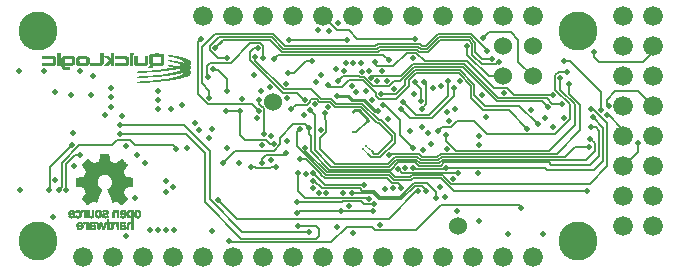
<source format=gbr>
G04 #@! TF.GenerationSoftware,KiCad,Pcbnew,(6.0.7)*
G04 #@! TF.CreationDate,2022-09-05T10:31:39-04:00*
G04 #@! TF.ProjectId,quickfeather-board,71756963-6b66-4656-9174-6865722d626f,rev?*
G04 #@! TF.SameCoordinates,Original*
G04 #@! TF.FileFunction,Copper,L4,Bot*
G04 #@! TF.FilePolarity,Positive*
%FSLAX46Y46*%
G04 Gerber Fmt 4.6, Leading zero omitted, Abs format (unit mm)*
G04 Created by KiCad (PCBNEW (6.0.7)) date 2022-09-05 10:31:39*
%MOMM*%
%LPD*%
G01*
G04 APERTURE LIST*
G04 #@! TA.AperFunction,EtchedComponent*
%ADD10C,0.010000*%
G04 #@! TD*
G04 #@! TA.AperFunction,ComponentPad*
%ADD11C,1.676400*%
G04 #@! TD*
G04 #@! TA.AperFunction,ComponentPad*
%ADD12C,1.524000*%
G04 #@! TD*
G04 #@! TA.AperFunction,ComponentPad*
%ADD13C,3.302000*%
G04 #@! TD*
G04 #@! TA.AperFunction,ViaPad*
%ADD14C,0.500000*%
G04 #@! TD*
G04 #@! TA.AperFunction,ViaPad*
%ADD15C,0.240000*%
G04 #@! TD*
G04 #@! TA.AperFunction,Conductor*
%ADD16C,0.250000*%
G04 #@! TD*
G04 #@! TA.AperFunction,Conductor*
%ADD17C,0.075000*%
G04 #@! TD*
G04 #@! TA.AperFunction,Conductor*
%ADD18C,0.150000*%
G04 #@! TD*
G04 #@! TA.AperFunction,Conductor*
%ADD19C,0.200000*%
G04 #@! TD*
G04 APERTURE END LIST*
G36*
X133078786Y-111545578D02*
G01*
X133077878Y-111588971D01*
X133074620Y-111631129D01*
X133069128Y-111669141D01*
X133061521Y-111700099D01*
X133059403Y-111706407D01*
X133038470Y-111754158D01*
X133011261Y-111794021D01*
X132977391Y-111826372D01*
X132936479Y-111851586D01*
X132888140Y-111870038D01*
X132879856Y-111872150D01*
X132850736Y-111876715D01*
X132816591Y-111879014D01*
X132781050Y-111879007D01*
X132747743Y-111876652D01*
X132720298Y-111871910D01*
X132704665Y-111867240D01*
X132680509Y-111858418D01*
X132658403Y-111848797D01*
X132648776Y-111843617D01*
X132631527Y-111832616D01*
X132613713Y-111819648D01*
X132597149Y-111806214D01*
X132583649Y-111793819D01*
X132575030Y-111783967D01*
X132573106Y-111778159D01*
X132576577Y-111774567D01*
X132586479Y-111765520D01*
X132601059Y-111752707D01*
X132618629Y-111737630D01*
X132661705Y-111701059D01*
X132680943Y-111716444D01*
X132681173Y-111716628D01*
X132717624Y-111740014D01*
X132756753Y-111754691D01*
X132796700Y-111759961D01*
X132831560Y-111758246D01*
X132860695Y-111751629D01*
X132885665Y-111739164D01*
X132909093Y-111719918D01*
X132932216Y-111691015D01*
X132946699Y-111657916D01*
X132951640Y-111622177D01*
X132951640Y-111605320D01*
X132553883Y-111605320D01*
X132556801Y-111525310D01*
X132558115Y-111498640D01*
X132687480Y-111498640D01*
X132951640Y-111498640D01*
X132951640Y-111484322D01*
X132950915Y-111472144D01*
X132942805Y-111440289D01*
X132927011Y-111410152D01*
X132905178Y-111384415D01*
X132878949Y-111365758D01*
X132852722Y-111356051D01*
X132819281Y-111352129D01*
X132785884Y-111356247D01*
X132754972Y-111368056D01*
X132728989Y-111387206D01*
X132716215Y-111402586D01*
X132701415Y-111428257D01*
X132691255Y-111455727D01*
X132687480Y-111481050D01*
X132687480Y-111498640D01*
X132558115Y-111498640D01*
X132558478Y-111491262D01*
X132561944Y-111454141D01*
X132567330Y-111423406D01*
X132575153Y-111396946D01*
X132585932Y-111372651D01*
X132600184Y-111348413D01*
X132627567Y-111313232D01*
X132664379Y-111280723D01*
X132706576Y-111256238D01*
X132753243Y-111240181D01*
X132803468Y-111232956D01*
X132856336Y-111234969D01*
X132888753Y-111241286D01*
X132932979Y-111258116D01*
X132972433Y-111283389D01*
X133006559Y-111316526D01*
X133034800Y-111356953D01*
X133056599Y-111404094D01*
X133071399Y-111457373D01*
X133073072Y-111466715D01*
X133075040Y-111484322D01*
X133077223Y-111503856D01*
X133078786Y-111545578D01*
G37*
D10*
X133078786Y-111545578D02*
X133077878Y-111588971D01*
X133074620Y-111631129D01*
X133069128Y-111669141D01*
X133061521Y-111700099D01*
X133059403Y-111706407D01*
X133038470Y-111754158D01*
X133011261Y-111794021D01*
X132977391Y-111826372D01*
X132936479Y-111851586D01*
X132888140Y-111870038D01*
X132879856Y-111872150D01*
X132850736Y-111876715D01*
X132816591Y-111879014D01*
X132781050Y-111879007D01*
X132747743Y-111876652D01*
X132720298Y-111871910D01*
X132704665Y-111867240D01*
X132680509Y-111858418D01*
X132658403Y-111848797D01*
X132648776Y-111843617D01*
X132631527Y-111832616D01*
X132613713Y-111819648D01*
X132597149Y-111806214D01*
X132583649Y-111793819D01*
X132575030Y-111783967D01*
X132573106Y-111778159D01*
X132576577Y-111774567D01*
X132586479Y-111765520D01*
X132601059Y-111752707D01*
X132618629Y-111737630D01*
X132661705Y-111701059D01*
X132680943Y-111716444D01*
X132681173Y-111716628D01*
X132717624Y-111740014D01*
X132756753Y-111754691D01*
X132796700Y-111759961D01*
X132831560Y-111758246D01*
X132860695Y-111751629D01*
X132885665Y-111739164D01*
X132909093Y-111719918D01*
X132932216Y-111691015D01*
X132946699Y-111657916D01*
X132951640Y-111622177D01*
X132951640Y-111605320D01*
X132553883Y-111605320D01*
X132556801Y-111525310D01*
X132558115Y-111498640D01*
X132687480Y-111498640D01*
X132951640Y-111498640D01*
X132951640Y-111484322D01*
X132950915Y-111472144D01*
X132942805Y-111440289D01*
X132927011Y-111410152D01*
X132905178Y-111384415D01*
X132878949Y-111365758D01*
X132852722Y-111356051D01*
X132819281Y-111352129D01*
X132785884Y-111356247D01*
X132754972Y-111368056D01*
X132728989Y-111387206D01*
X132716215Y-111402586D01*
X132701415Y-111428257D01*
X132691255Y-111455727D01*
X132687480Y-111481050D01*
X132687480Y-111498640D01*
X132558115Y-111498640D01*
X132558478Y-111491262D01*
X132561944Y-111454141D01*
X132567330Y-111423406D01*
X132575153Y-111396946D01*
X132585932Y-111372651D01*
X132600184Y-111348413D01*
X132627567Y-111313232D01*
X132664379Y-111280723D01*
X132706576Y-111256238D01*
X132753243Y-111240181D01*
X132803468Y-111232956D01*
X132856336Y-111234969D01*
X132888753Y-111241286D01*
X132932979Y-111258116D01*
X132972433Y-111283389D01*
X133006559Y-111316526D01*
X133034800Y-111356953D01*
X133056599Y-111404094D01*
X133071399Y-111457373D01*
X133073072Y-111466715D01*
X133075040Y-111484322D01*
X133077223Y-111503856D01*
X133078786Y-111545578D01*
G36*
X132190037Y-112243791D02*
G01*
X132231438Y-112259793D01*
X132268844Y-112284096D01*
X132296320Y-112306476D01*
X132296320Y-112245400D01*
X132423320Y-112245400D01*
X132423320Y-112880712D01*
X132298860Y-112877860D01*
X132293780Y-112446060D01*
X132279633Y-112421992D01*
X132260899Y-112397623D01*
X132234462Y-112378426D01*
X132201241Y-112366629D01*
X132194016Y-112365262D01*
X132163191Y-112364263D01*
X132133395Y-112370251D01*
X132108313Y-112382593D01*
X132106965Y-112383544D01*
X132096907Y-112390055D01*
X132091244Y-112392720D01*
X132090537Y-112392297D01*
X132084557Y-112386328D01*
X132073773Y-112374399D01*
X132059438Y-112357915D01*
X132042803Y-112338284D01*
X131997210Y-112283849D01*
X132018495Y-112269591D01*
X132032416Y-112261726D01*
X132053284Y-112252328D01*
X132074699Y-112244601D01*
X132102854Y-112238238D01*
X132146543Y-112236477D01*
X132190037Y-112243791D01*
G37*
X132190037Y-112243791D02*
X132231438Y-112259793D01*
X132268844Y-112284096D01*
X132296320Y-112306476D01*
X132296320Y-112245400D01*
X132423320Y-112245400D01*
X132423320Y-112880712D01*
X132298860Y-112877860D01*
X132293780Y-112446060D01*
X132279633Y-112421992D01*
X132260899Y-112397623D01*
X132234462Y-112378426D01*
X132201241Y-112366629D01*
X132194016Y-112365262D01*
X132163191Y-112364263D01*
X132133395Y-112370251D01*
X132108313Y-112382593D01*
X132106965Y-112383544D01*
X132096907Y-112390055D01*
X132091244Y-112392720D01*
X132090537Y-112392297D01*
X132084557Y-112386328D01*
X132073773Y-112374399D01*
X132059438Y-112357915D01*
X132042803Y-112338284D01*
X131997210Y-112283849D01*
X132018495Y-112269591D01*
X132032416Y-112261726D01*
X132053284Y-112252328D01*
X132074699Y-112244601D01*
X132102854Y-112238238D01*
X132146543Y-112236477D01*
X132190037Y-112243791D01*
G36*
X128732911Y-111549192D02*
G01*
X128732635Y-111586840D01*
X128730985Y-111622361D01*
X128727959Y-111653110D01*
X128723554Y-111676440D01*
X128712750Y-111709850D01*
X128690013Y-111757579D01*
X128660875Y-111798033D01*
X128625727Y-111830795D01*
X128584964Y-111855449D01*
X128538979Y-111871580D01*
X128530291Y-111873420D01*
X128500592Y-111877242D01*
X128466373Y-111878970D01*
X128431250Y-111878603D01*
X128398839Y-111876142D01*
X128372754Y-111871587D01*
X128353543Y-111865758D01*
X128314922Y-111849171D01*
X128279240Y-111827729D01*
X128250089Y-111803428D01*
X128249194Y-111802516D01*
X128237460Y-111790033D01*
X128229698Y-111780775D01*
X128227547Y-111776687D01*
X128229013Y-111775509D01*
X128236797Y-111768982D01*
X128249522Y-111758193D01*
X128265340Y-111744705D01*
X128285591Y-111727319D01*
X128300485Y-111714902D01*
X128310770Y-111707681D01*
X128318141Y-111705071D01*
X128324295Y-111706489D01*
X128330927Y-111711350D01*
X128339733Y-111719068D01*
X128343681Y-111722349D01*
X128376875Y-111743113D01*
X128414826Y-111755448D01*
X128458380Y-111759640D01*
X128489482Y-111757510D01*
X128526039Y-111747575D01*
X128556277Y-111729772D01*
X128579892Y-111704363D01*
X128596581Y-111671612D01*
X128606039Y-111631782D01*
X128609549Y-111605320D01*
X128212000Y-111605320D01*
X128212089Y-111538010D01*
X128212536Y-111512686D01*
X128213242Y-111498640D01*
X128337870Y-111498640D01*
X128609394Y-111498640D01*
X128605857Y-111474510D01*
X128600110Y-111448378D01*
X128585368Y-111414219D01*
X128564153Y-111386889D01*
X128537411Y-111367023D01*
X128506087Y-111355258D01*
X128471129Y-111352230D01*
X128433481Y-111358575D01*
X128419056Y-111363666D01*
X128390707Y-111380705D01*
X128368417Y-111405533D01*
X128351988Y-111438409D01*
X128341224Y-111479590D01*
X128337870Y-111498640D01*
X128213242Y-111498640D01*
X128214039Y-111482774D01*
X128216374Y-111456475D01*
X128219307Y-111437060D01*
X128221579Y-111427232D01*
X128238424Y-111379655D01*
X128263262Y-111337520D01*
X128295204Y-111301537D01*
X128333357Y-111272412D01*
X128376828Y-111250853D01*
X128424727Y-111237568D01*
X128476160Y-111233265D01*
X128525372Y-111237908D01*
X128572281Y-111251515D01*
X128614249Y-111273685D01*
X128650812Y-111304031D01*
X128681503Y-111342161D01*
X128705859Y-111387687D01*
X128723413Y-111440220D01*
X128725505Y-111449957D01*
X128729344Y-111478104D01*
X128730837Y-111498640D01*
X128731813Y-111512065D01*
X128732911Y-111549192D01*
G37*
X128732911Y-111549192D02*
X128732635Y-111586840D01*
X128730985Y-111622361D01*
X128727959Y-111653110D01*
X128723554Y-111676440D01*
X128712750Y-111709850D01*
X128690013Y-111757579D01*
X128660875Y-111798033D01*
X128625727Y-111830795D01*
X128584964Y-111855449D01*
X128538979Y-111871580D01*
X128530291Y-111873420D01*
X128500592Y-111877242D01*
X128466373Y-111878970D01*
X128431250Y-111878603D01*
X128398839Y-111876142D01*
X128372754Y-111871587D01*
X128353543Y-111865758D01*
X128314922Y-111849171D01*
X128279240Y-111827729D01*
X128250089Y-111803428D01*
X128249194Y-111802516D01*
X128237460Y-111790033D01*
X128229698Y-111780775D01*
X128227547Y-111776687D01*
X128229013Y-111775509D01*
X128236797Y-111768982D01*
X128249522Y-111758193D01*
X128265340Y-111744705D01*
X128285591Y-111727319D01*
X128300485Y-111714902D01*
X128310770Y-111707681D01*
X128318141Y-111705071D01*
X128324295Y-111706489D01*
X128330927Y-111711350D01*
X128339733Y-111719068D01*
X128343681Y-111722349D01*
X128376875Y-111743113D01*
X128414826Y-111755448D01*
X128458380Y-111759640D01*
X128489482Y-111757510D01*
X128526039Y-111747575D01*
X128556277Y-111729772D01*
X128579892Y-111704363D01*
X128596581Y-111671612D01*
X128606039Y-111631782D01*
X128609549Y-111605320D01*
X128212000Y-111605320D01*
X128212089Y-111538010D01*
X128212536Y-111512686D01*
X128213242Y-111498640D01*
X128337870Y-111498640D01*
X128609394Y-111498640D01*
X128605857Y-111474510D01*
X128600110Y-111448378D01*
X128585368Y-111414219D01*
X128564153Y-111386889D01*
X128537411Y-111367023D01*
X128506087Y-111355258D01*
X128471129Y-111352230D01*
X128433481Y-111358575D01*
X128419056Y-111363666D01*
X128390707Y-111380705D01*
X128368417Y-111405533D01*
X128351988Y-111438409D01*
X128341224Y-111479590D01*
X128337870Y-111498640D01*
X128213242Y-111498640D01*
X128214039Y-111482774D01*
X128216374Y-111456475D01*
X128219307Y-111437060D01*
X128221579Y-111427232D01*
X128238424Y-111379655D01*
X128263262Y-111337520D01*
X128295204Y-111301537D01*
X128333357Y-111272412D01*
X128376828Y-111250853D01*
X128424727Y-111237568D01*
X128476160Y-111233265D01*
X128525372Y-111237908D01*
X128572281Y-111251515D01*
X128614249Y-111273685D01*
X128650812Y-111304031D01*
X128681503Y-111342161D01*
X128705859Y-111387687D01*
X128723413Y-111440220D01*
X128725505Y-111449957D01*
X128729344Y-111478104D01*
X128730837Y-111498640D01*
X128731813Y-111512065D01*
X128732911Y-111549192D01*
G36*
X131292296Y-106479603D02*
G01*
X131351581Y-106479638D01*
X131401856Y-106479730D01*
X131443892Y-106479900D01*
X131478463Y-106480169D01*
X131506342Y-106480559D01*
X131528302Y-106481092D01*
X131545116Y-106481789D01*
X131557558Y-106482672D01*
X131566401Y-106483762D01*
X131572416Y-106485080D01*
X131576379Y-106486649D01*
X131579061Y-106488490D01*
X131579644Y-106489053D01*
X131582076Y-106492758D01*
X131584778Y-106499318D01*
X131587900Y-106509446D01*
X131591596Y-106523858D01*
X131596016Y-106543268D01*
X131601314Y-106568392D01*
X131607640Y-106599943D01*
X131615147Y-106638636D01*
X131623986Y-106685187D01*
X131634310Y-106740310D01*
X131646271Y-106804720D01*
X131647128Y-106809345D01*
X131657275Y-106863854D01*
X131666973Y-106915458D01*
X131676050Y-106963270D01*
X131684332Y-107006404D01*
X131691648Y-107043974D01*
X131697825Y-107075095D01*
X131702691Y-107098879D01*
X131706073Y-107114442D01*
X131707798Y-107120897D01*
X131708989Y-107123019D01*
X131711256Y-107126010D01*
X131714862Y-107129186D01*
X131720616Y-107132913D01*
X131729323Y-107137555D01*
X131741790Y-107143478D01*
X131758824Y-107151047D01*
X131781232Y-107160627D01*
X131809821Y-107172584D01*
X131845397Y-107187282D01*
X131888766Y-107205088D01*
X131940736Y-107226366D01*
X131989289Y-107246071D01*
X132033517Y-107263692D01*
X132072194Y-107278751D01*
X132104559Y-107290961D01*
X132129856Y-107300036D01*
X132147326Y-107305691D01*
X132156211Y-107307639D01*
X132160137Y-107307024D01*
X132166977Y-107304475D01*
X132176744Y-107299586D01*
X132190041Y-107291969D01*
X132207466Y-107281239D01*
X132229621Y-107267009D01*
X132257104Y-107248893D01*
X132290516Y-107226505D01*
X132330457Y-107199457D01*
X132377527Y-107167364D01*
X132432326Y-107129839D01*
X132455164Y-107114199D01*
X132507429Y-107078592D01*
X132554524Y-107046780D01*
X132596001Y-107019056D01*
X132631412Y-106995713D01*
X132660309Y-106977047D01*
X132682244Y-106963350D01*
X132696769Y-106954916D01*
X132703435Y-106952039D01*
X132705037Y-106952421D01*
X132711218Y-106956155D01*
X132721322Y-106964175D01*
X132735744Y-106976856D01*
X132754879Y-106994574D01*
X132779121Y-107017701D01*
X132808865Y-107046615D01*
X132844508Y-107081688D01*
X132886443Y-107123297D01*
X132935065Y-107171815D01*
X132977277Y-107214080D01*
X133017601Y-107254604D01*
X133051609Y-107288991D01*
X133079788Y-107317760D01*
X133102628Y-107341429D01*
X133120615Y-107360516D01*
X133134237Y-107375539D01*
X133143983Y-107387018D01*
X133150340Y-107395471D01*
X133153797Y-107401417D01*
X133154840Y-107405373D01*
X133154048Y-107408555D01*
X133149352Y-107418284D01*
X133140249Y-107433987D01*
X133126526Y-107455990D01*
X133107969Y-107484623D01*
X133084364Y-107520213D01*
X133055498Y-107563089D01*
X133021156Y-107613577D01*
X132981126Y-107672008D01*
X132950256Y-107717105D01*
X132920777Y-107760495D01*
X132893530Y-107800920D01*
X132869025Y-107837612D01*
X132847768Y-107869801D01*
X132830268Y-107896718D01*
X132817033Y-107917593D01*
X132808572Y-107931658D01*
X132805391Y-107938142D01*
X132805533Y-107940452D01*
X132808656Y-107951978D01*
X132815300Y-107971108D01*
X132824978Y-107996708D01*
X132837200Y-108027642D01*
X132851480Y-108062776D01*
X132867328Y-108100973D01*
X132884257Y-108141100D01*
X132901779Y-108182021D01*
X132919406Y-108222600D01*
X132936649Y-108261703D01*
X132953021Y-108298194D01*
X132968033Y-108330939D01*
X132981198Y-108358801D01*
X132992027Y-108380646D01*
X133000032Y-108395340D01*
X133004725Y-108401745D01*
X133009542Y-108403440D01*
X133023897Y-108407050D01*
X133046665Y-108412135D01*
X133076960Y-108418518D01*
X133113898Y-108426018D01*
X133156592Y-108434456D01*
X133204159Y-108443654D01*
X133255712Y-108453432D01*
X133310367Y-108463610D01*
X133357282Y-108472333D01*
X133408523Y-108482012D01*
X133456196Y-108491177D01*
X133499381Y-108499642D01*
X133537161Y-108507223D01*
X133568616Y-108513736D01*
X133592828Y-108518996D01*
X133608879Y-108522818D01*
X133615850Y-108525018D01*
X133627280Y-108532154D01*
X133627280Y-108846634D01*
X133627260Y-108909764D01*
X133627184Y-108965596D01*
X133627034Y-109012738D01*
X133626791Y-109051936D01*
X133626438Y-109083937D01*
X133625955Y-109109486D01*
X133625324Y-109129329D01*
X133624526Y-109144214D01*
X133623544Y-109154886D01*
X133622359Y-109162092D01*
X133620952Y-109166577D01*
X133619305Y-109169089D01*
X133618305Y-109170108D01*
X133615812Y-109172581D01*
X133612884Y-109174666D01*
X133608329Y-109176644D01*
X133600953Y-109178799D01*
X133589561Y-109181415D01*
X133572960Y-109184775D01*
X133549955Y-109189162D01*
X133519353Y-109194859D01*
X133479960Y-109202150D01*
X133470595Y-109203885D01*
X133392812Y-109218307D01*
X133324377Y-109231035D01*
X133264708Y-109242181D01*
X133213223Y-109251861D01*
X133169339Y-109260187D01*
X133132474Y-109267274D01*
X133102047Y-109273236D01*
X133077475Y-109278186D01*
X133058177Y-109282238D01*
X133043569Y-109285507D01*
X133033071Y-109288106D01*
X133026099Y-109290149D01*
X133022072Y-109291750D01*
X133020806Y-109292513D01*
X133017155Y-109295933D01*
X133012837Y-109301975D01*
X133007513Y-109311399D01*
X133000846Y-109324965D01*
X132992501Y-109343433D01*
X132982139Y-109367563D01*
X132969423Y-109398114D01*
X132954017Y-109435847D01*
X132935583Y-109481522D01*
X132913785Y-109535898D01*
X132907951Y-109550495D01*
X132885547Y-109606870D01*
X132866851Y-109654510D01*
X132851673Y-109693928D01*
X132839827Y-109725633D01*
X132831125Y-109750137D01*
X132825378Y-109767951D01*
X132822400Y-109779585D01*
X132822001Y-109785551D01*
X132824069Y-109789669D01*
X132831489Y-109801865D01*
X132843765Y-109821029D01*
X132860371Y-109846372D01*
X132880783Y-109877105D01*
X132904474Y-109912437D01*
X132930920Y-109951579D01*
X132959597Y-109993743D01*
X132989978Y-110038137D01*
X133022621Y-110085852D01*
X133056419Y-110135668D01*
X133085603Y-110179170D01*
X133109959Y-110216031D01*
X133129275Y-110245924D01*
X133143336Y-110268522D01*
X133151929Y-110283499D01*
X133154840Y-110290527D01*
X133153987Y-110293329D01*
X133149705Y-110300013D01*
X133141447Y-110310303D01*
X133128801Y-110324633D01*
X133111354Y-110343441D01*
X133088694Y-110367161D01*
X133060409Y-110396229D01*
X133026084Y-110431081D01*
X132985309Y-110472152D01*
X132937670Y-110519879D01*
X132937467Y-110520083D01*
X132898468Y-110559030D01*
X132861472Y-110595889D01*
X132827125Y-110630022D01*
X132796074Y-110660791D01*
X132768965Y-110687557D01*
X132746445Y-110709682D01*
X132729160Y-110726528D01*
X132717756Y-110737457D01*
X132712880Y-110741830D01*
X132708566Y-110744129D01*
X132699561Y-110746722D01*
X132698423Y-110746429D01*
X132694195Y-110744305D01*
X132686735Y-110739861D01*
X132675577Y-110732782D01*
X132660256Y-110722755D01*
X132640305Y-110709464D01*
X132615258Y-110692596D01*
X132584650Y-110671836D01*
X132548015Y-110646870D01*
X132504886Y-110617383D01*
X132454798Y-110583061D01*
X132397285Y-110543590D01*
X132331880Y-110498655D01*
X132309112Y-110483115D01*
X132274931Y-110460276D01*
X132246281Y-110441790D01*
X132223828Y-110428073D01*
X132208237Y-110419539D01*
X132200171Y-110416602D01*
X132195282Y-110417855D01*
X132181848Y-110423301D01*
X132161875Y-110432459D01*
X132136743Y-110444672D01*
X132107832Y-110459280D01*
X132076522Y-110475626D01*
X132073528Y-110477213D01*
X132038731Y-110495523D01*
X132011658Y-110509428D01*
X131991225Y-110519403D01*
X131976349Y-110525928D01*
X131965947Y-110529481D01*
X131958935Y-110530538D01*
X131954231Y-110529578D01*
X131953241Y-110528541D01*
X131948195Y-110519637D01*
X131939787Y-110502331D01*
X131928320Y-110477363D01*
X131914102Y-110445471D01*
X131897438Y-110407394D01*
X131878634Y-110363868D01*
X131857995Y-110315634D01*
X131835827Y-110263430D01*
X131812436Y-110207992D01*
X131788128Y-110150062D01*
X131763207Y-110090375D01*
X131737981Y-110029672D01*
X131712754Y-109968689D01*
X131687833Y-109908167D01*
X131663523Y-109848842D01*
X131640130Y-109791454D01*
X131617959Y-109736740D01*
X131597316Y-109685440D01*
X131578508Y-109638291D01*
X131561839Y-109596032D01*
X131547615Y-109559401D01*
X131536143Y-109529137D01*
X131527727Y-109505978D01*
X131522675Y-109490662D01*
X131521290Y-109483928D01*
X131522765Y-109480280D01*
X131532408Y-109468786D01*
X131548402Y-109456971D01*
X131589243Y-109430804D01*
X131656337Y-109381553D01*
X131716606Y-109328943D01*
X131768942Y-109273982D01*
X131812233Y-109217678D01*
X131825874Y-109195753D01*
X131843768Y-109162799D01*
X131861413Y-109126378D01*
X131877143Y-109089958D01*
X131889294Y-109057012D01*
X131897503Y-109029592D01*
X131913227Y-108954209D01*
X131920246Y-108876251D01*
X131918559Y-108797649D01*
X131908169Y-108720334D01*
X131889075Y-108646238D01*
X131866859Y-108587848D01*
X131830432Y-108516605D01*
X131785880Y-108450588D01*
X131733884Y-108390477D01*
X131675124Y-108336950D01*
X131610279Y-108290687D01*
X131540029Y-108252366D01*
X131465053Y-108222666D01*
X131437633Y-108214457D01*
X131362250Y-108198733D01*
X131284292Y-108191714D01*
X131205690Y-108193401D01*
X131128375Y-108203791D01*
X131054279Y-108222885D01*
X131049259Y-108224545D01*
X130974458Y-108254834D01*
X130904766Y-108293529D01*
X130840742Y-108339977D01*
X130782948Y-108393523D01*
X130731945Y-108453511D01*
X130688292Y-108519289D01*
X130652552Y-108590201D01*
X130625285Y-108665592D01*
X130607052Y-108744809D01*
X130605631Y-108753971D01*
X130600977Y-108802742D01*
X130599916Y-108856174D01*
X130602312Y-108910680D01*
X130608031Y-108962673D01*
X130616940Y-109008564D01*
X130632377Y-109061128D01*
X130663404Y-109137276D01*
X130703475Y-109208835D01*
X130752445Y-109275524D01*
X130759085Y-109283404D01*
X130790396Y-109317750D01*
X130824026Y-109349765D01*
X130861763Y-109380948D01*
X130905396Y-109412801D01*
X130956716Y-109446822D01*
X130957597Y-109447387D01*
X130976910Y-109461007D01*
X130990917Y-109473311D01*
X130997742Y-109482659D01*
X130997991Y-109484635D01*
X130997311Y-109489728D01*
X130995215Y-109497859D01*
X130991509Y-109509517D01*
X130986001Y-109525188D01*
X130978499Y-109545359D01*
X130968810Y-109570519D01*
X130956741Y-109601153D01*
X130942100Y-109637751D01*
X130924695Y-109680798D01*
X130904332Y-109730782D01*
X130880821Y-109788191D01*
X130853967Y-109853511D01*
X130823578Y-109927230D01*
X130789462Y-110009835D01*
X130763862Y-110071736D01*
X130731764Y-110149208D01*
X130703167Y-110218027D01*
X130677884Y-110278633D01*
X130655725Y-110331465D01*
X130636501Y-110376964D01*
X130620022Y-110415567D01*
X130606099Y-110447715D01*
X130594544Y-110473847D01*
X130585167Y-110494402D01*
X130577779Y-110509820D01*
X130572190Y-110520541D01*
X130568211Y-110527003D01*
X130565654Y-110529646D01*
X130565155Y-110529861D01*
X130560244Y-110530631D01*
X130552975Y-110529364D01*
X130542259Y-110525580D01*
X130527007Y-110518799D01*
X130506131Y-110508542D01*
X130478540Y-110494328D01*
X130443148Y-110475678D01*
X130419983Y-110463534D01*
X130390297Y-110448393D01*
X130364029Y-110435470D01*
X130342556Y-110425425D01*
X130327255Y-110418916D01*
X130319504Y-110416600D01*
X130313871Y-110418793D01*
X130299926Y-110426642D01*
X130278311Y-110439987D01*
X130249353Y-110458614D01*
X130213376Y-110482311D01*
X130170706Y-110510866D01*
X130121669Y-110544066D01*
X130066591Y-110581700D01*
X130031317Y-110605862D01*
X129989036Y-110634731D01*
X129949821Y-110661405D01*
X129914431Y-110685374D01*
X129883622Y-110706128D01*
X129858150Y-110723157D01*
X129838775Y-110735952D01*
X129826252Y-110744003D01*
X129821338Y-110746800D01*
X129819729Y-110746671D01*
X129814645Y-110745008D01*
X129807762Y-110741032D01*
X129798551Y-110734249D01*
X129786478Y-110724165D01*
X129771014Y-110710284D01*
X129751626Y-110692112D01*
X129727784Y-110669155D01*
X129698957Y-110640919D01*
X129664613Y-110606909D01*
X129624221Y-110566630D01*
X129577250Y-110519588D01*
X129532936Y-110475083D01*
X129494217Y-110436044D01*
X129461725Y-110403071D01*
X129434953Y-110375622D01*
X129413396Y-110353155D01*
X129396546Y-110335127D01*
X129383895Y-110320996D01*
X129374939Y-110310218D01*
X129369168Y-110302253D01*
X129366078Y-110296557D01*
X129365160Y-110292588D01*
X129366264Y-110288325D01*
X129370967Y-110278554D01*
X129379621Y-110263494D01*
X129392503Y-110242718D01*
X129409890Y-110215798D01*
X129432059Y-110182307D01*
X129459286Y-110141818D01*
X129491848Y-110093904D01*
X129530023Y-110038137D01*
X129553197Y-110004299D01*
X129582333Y-109961524D01*
X129609367Y-109921579D01*
X129633773Y-109885253D01*
X129655025Y-109853337D01*
X129672599Y-109826619D01*
X129685969Y-109805889D01*
X129694612Y-109791936D01*
X129698000Y-109785551D01*
X129698130Y-109784610D01*
X129697129Y-109777333D01*
X129693504Y-109764266D01*
X129687067Y-109744898D01*
X129677629Y-109718717D01*
X129665004Y-109685215D01*
X129649003Y-109643879D01*
X129629438Y-109594199D01*
X129606123Y-109535664D01*
X129594314Y-109506158D01*
X129574694Y-109457257D01*
X129558270Y-109416592D01*
X129544686Y-109383375D01*
X129533583Y-109356815D01*
X129524603Y-109336122D01*
X129517390Y-109320507D01*
X129511585Y-109309180D01*
X129506831Y-109301351D01*
X129502770Y-109296230D01*
X129499044Y-109293028D01*
X129495295Y-109290954D01*
X129492111Y-109289912D01*
X129479118Y-109286723D01*
X129457639Y-109282023D01*
X129428650Y-109276006D01*
X129393125Y-109268866D01*
X129352037Y-109260799D01*
X129306361Y-109251998D01*
X129257071Y-109242660D01*
X129205140Y-109232977D01*
X129175305Y-109227455D01*
X129125046Y-109218139D01*
X129078117Y-109209422D01*
X129035468Y-109201481D01*
X128998052Y-109194494D01*
X128966819Y-109188640D01*
X128942723Y-109184097D01*
X128926715Y-109181041D01*
X128919746Y-109179651D01*
X128916953Y-109179034D01*
X128911917Y-109177876D01*
X128907630Y-109176215D01*
X128904033Y-109173308D01*
X128901065Y-109168411D01*
X128898666Y-109160783D01*
X128896775Y-109149680D01*
X128895333Y-109134360D01*
X128894278Y-109114079D01*
X128893551Y-109088096D01*
X128893091Y-109055666D01*
X128892839Y-109016048D01*
X128892733Y-108968499D01*
X128892714Y-108912275D01*
X128892720Y-108846634D01*
X128892720Y-108532154D01*
X128904150Y-108525000D01*
X128909794Y-108523147D01*
X128924808Y-108519497D01*
X128948093Y-108514381D01*
X128978732Y-108507985D01*
X129015808Y-108500492D01*
X129058403Y-108492090D01*
X129105600Y-108482961D01*
X129156481Y-108473292D01*
X129210129Y-108463268D01*
X129257551Y-108454413D01*
X129308787Y-108444688D01*
X129356438Y-108435479D01*
X129399588Y-108426970D01*
X129437322Y-108419347D01*
X129468724Y-108412795D01*
X129492876Y-108407500D01*
X129508864Y-108403647D01*
X129515770Y-108401421D01*
X129517321Y-108399838D01*
X129523567Y-108389797D01*
X129532885Y-108371927D01*
X129544787Y-108347365D01*
X129558788Y-108317252D01*
X129574404Y-108282724D01*
X129591148Y-108244921D01*
X129608534Y-108204980D01*
X129626078Y-108164039D01*
X129643293Y-108123238D01*
X129659694Y-108083714D01*
X129674796Y-108046605D01*
X129688113Y-108013051D01*
X129699159Y-107984189D01*
X129707449Y-107961157D01*
X129712497Y-107945094D01*
X129713818Y-107937138D01*
X129710687Y-107930824D01*
X129702251Y-107916825D01*
X129689036Y-107895998D01*
X129671555Y-107869118D01*
X129650319Y-107836961D01*
X129625840Y-107800301D01*
X129598631Y-107759914D01*
X129569203Y-107716574D01*
X129538068Y-107671058D01*
X129512907Y-107634346D01*
X129476517Y-107580969D01*
X129445679Y-107535328D01*
X129420177Y-107497092D01*
X129399796Y-107465931D01*
X129384319Y-107441511D01*
X129373532Y-107423503D01*
X129367217Y-107411574D01*
X129365160Y-107405392D01*
X129366022Y-107401849D01*
X129369236Y-107396108D01*
X129375298Y-107387915D01*
X129384696Y-107376752D01*
X129397919Y-107362098D01*
X129415456Y-107343435D01*
X129437795Y-107320244D01*
X129465423Y-107292006D01*
X129498831Y-107258201D01*
X129538506Y-107218310D01*
X129584936Y-107171815D01*
X129605781Y-107150987D01*
X129651680Y-107105284D01*
X129691048Y-107066344D01*
X129724274Y-107033797D01*
X129751751Y-107007273D01*
X129773867Y-106986402D01*
X129791012Y-106970813D01*
X129803577Y-106960136D01*
X129811952Y-106954002D01*
X129816527Y-106952040D01*
X129817110Y-106952077D01*
X129826432Y-106955467D01*
X129841766Y-106963564D01*
X129861120Y-106975240D01*
X129882501Y-106989368D01*
X129897357Y-106999596D01*
X129921211Y-107015995D01*
X129950677Y-107036238D01*
X129984592Y-107059524D01*
X130021788Y-107085055D01*
X130061101Y-107112029D01*
X130101364Y-107139649D01*
X130141412Y-107167114D01*
X130180079Y-107193625D01*
X130216200Y-107218382D01*
X130248608Y-107240586D01*
X130276138Y-107259436D01*
X130297625Y-107274135D01*
X130311901Y-107283882D01*
X130328126Y-107294288D01*
X130348275Y-107304380D01*
X130363379Y-107307640D01*
X130364560Y-107307475D01*
X130374251Y-107304573D01*
X130391803Y-107298412D01*
X130416030Y-107289464D01*
X130445745Y-107278199D01*
X130479763Y-107265087D01*
X130516897Y-107250601D01*
X130555961Y-107235210D01*
X130595769Y-107219386D01*
X130635136Y-107203599D01*
X130672875Y-107188321D01*
X130707800Y-107174021D01*
X130738725Y-107161172D01*
X130764465Y-107150244D01*
X130783832Y-107141707D01*
X130795641Y-107136032D01*
X130803188Y-107130153D01*
X130811831Y-107118803D01*
X130811870Y-107118723D01*
X130813920Y-107111389D01*
X130817603Y-107094992D01*
X130822743Y-107070433D01*
X130829161Y-107038614D01*
X130836679Y-107000437D01*
X130845120Y-106956803D01*
X130854307Y-106908614D01*
X130864062Y-106856772D01*
X130874206Y-106802180D01*
X130877572Y-106783967D01*
X130888979Y-106722493D01*
X130898795Y-106670104D01*
X130907175Y-106626081D01*
X130914271Y-106589702D01*
X130920236Y-106560245D01*
X130925224Y-106536990D01*
X130929388Y-106519215D01*
X130932881Y-106506198D01*
X130935857Y-106497220D01*
X130938469Y-106491557D01*
X130940870Y-106488489D01*
X130942066Y-106487562D01*
X130945287Y-106485856D01*
X130950161Y-106484411D01*
X130957463Y-106483206D01*
X130967966Y-106482219D01*
X130982443Y-106481429D01*
X131001666Y-106480815D01*
X131026410Y-106480354D01*
X131057448Y-106480025D01*
X131095553Y-106479806D01*
X131141497Y-106479677D01*
X131196056Y-106479615D01*
X131260001Y-106479600D01*
X131292296Y-106479603D01*
G37*
X131292296Y-106479603D02*
X131351581Y-106479638D01*
X131401856Y-106479730D01*
X131443892Y-106479900D01*
X131478463Y-106480169D01*
X131506342Y-106480559D01*
X131528302Y-106481092D01*
X131545116Y-106481789D01*
X131557558Y-106482672D01*
X131566401Y-106483762D01*
X131572416Y-106485080D01*
X131576379Y-106486649D01*
X131579061Y-106488490D01*
X131579644Y-106489053D01*
X131582076Y-106492758D01*
X131584778Y-106499318D01*
X131587900Y-106509446D01*
X131591596Y-106523858D01*
X131596016Y-106543268D01*
X131601314Y-106568392D01*
X131607640Y-106599943D01*
X131615147Y-106638636D01*
X131623986Y-106685187D01*
X131634310Y-106740310D01*
X131646271Y-106804720D01*
X131647128Y-106809345D01*
X131657275Y-106863854D01*
X131666973Y-106915458D01*
X131676050Y-106963270D01*
X131684332Y-107006404D01*
X131691648Y-107043974D01*
X131697825Y-107075095D01*
X131702691Y-107098879D01*
X131706073Y-107114442D01*
X131707798Y-107120897D01*
X131708989Y-107123019D01*
X131711256Y-107126010D01*
X131714862Y-107129186D01*
X131720616Y-107132913D01*
X131729323Y-107137555D01*
X131741790Y-107143478D01*
X131758824Y-107151047D01*
X131781232Y-107160627D01*
X131809821Y-107172584D01*
X131845397Y-107187282D01*
X131888766Y-107205088D01*
X131940736Y-107226366D01*
X131989289Y-107246071D01*
X132033517Y-107263692D01*
X132072194Y-107278751D01*
X132104559Y-107290961D01*
X132129856Y-107300036D01*
X132147326Y-107305691D01*
X132156211Y-107307639D01*
X132160137Y-107307024D01*
X132166977Y-107304475D01*
X132176744Y-107299586D01*
X132190041Y-107291969D01*
X132207466Y-107281239D01*
X132229621Y-107267009D01*
X132257104Y-107248893D01*
X132290516Y-107226505D01*
X132330457Y-107199457D01*
X132377527Y-107167364D01*
X132432326Y-107129839D01*
X132455164Y-107114199D01*
X132507429Y-107078592D01*
X132554524Y-107046780D01*
X132596001Y-107019056D01*
X132631412Y-106995713D01*
X132660309Y-106977047D01*
X132682244Y-106963350D01*
X132696769Y-106954916D01*
X132703435Y-106952039D01*
X132705037Y-106952421D01*
X132711218Y-106956155D01*
X132721322Y-106964175D01*
X132735744Y-106976856D01*
X132754879Y-106994574D01*
X132779121Y-107017701D01*
X132808865Y-107046615D01*
X132844508Y-107081688D01*
X132886443Y-107123297D01*
X132935065Y-107171815D01*
X132977277Y-107214080D01*
X133017601Y-107254604D01*
X133051609Y-107288991D01*
X133079788Y-107317760D01*
X133102628Y-107341429D01*
X133120615Y-107360516D01*
X133134237Y-107375539D01*
X133143983Y-107387018D01*
X133150340Y-107395471D01*
X133153797Y-107401417D01*
X133154840Y-107405373D01*
X133154048Y-107408555D01*
X133149352Y-107418284D01*
X133140249Y-107433987D01*
X133126526Y-107455990D01*
X133107969Y-107484623D01*
X133084364Y-107520213D01*
X133055498Y-107563089D01*
X133021156Y-107613577D01*
X132981126Y-107672008D01*
X132950256Y-107717105D01*
X132920777Y-107760495D01*
X132893530Y-107800920D01*
X132869025Y-107837612D01*
X132847768Y-107869801D01*
X132830268Y-107896718D01*
X132817033Y-107917593D01*
X132808572Y-107931658D01*
X132805391Y-107938142D01*
X132805533Y-107940452D01*
X132808656Y-107951978D01*
X132815300Y-107971108D01*
X132824978Y-107996708D01*
X132837200Y-108027642D01*
X132851480Y-108062776D01*
X132867328Y-108100973D01*
X132884257Y-108141100D01*
X132901779Y-108182021D01*
X132919406Y-108222600D01*
X132936649Y-108261703D01*
X132953021Y-108298194D01*
X132968033Y-108330939D01*
X132981198Y-108358801D01*
X132992027Y-108380646D01*
X133000032Y-108395340D01*
X133004725Y-108401745D01*
X133009542Y-108403440D01*
X133023897Y-108407050D01*
X133046665Y-108412135D01*
X133076960Y-108418518D01*
X133113898Y-108426018D01*
X133156592Y-108434456D01*
X133204159Y-108443654D01*
X133255712Y-108453432D01*
X133310367Y-108463610D01*
X133357282Y-108472333D01*
X133408523Y-108482012D01*
X133456196Y-108491177D01*
X133499381Y-108499642D01*
X133537161Y-108507223D01*
X133568616Y-108513736D01*
X133592828Y-108518996D01*
X133608879Y-108522818D01*
X133615850Y-108525018D01*
X133627280Y-108532154D01*
X133627280Y-108846634D01*
X133627260Y-108909764D01*
X133627184Y-108965596D01*
X133627034Y-109012738D01*
X133626791Y-109051936D01*
X133626438Y-109083937D01*
X133625955Y-109109486D01*
X133625324Y-109129329D01*
X133624526Y-109144214D01*
X133623544Y-109154886D01*
X133622359Y-109162092D01*
X133620952Y-109166577D01*
X133619305Y-109169089D01*
X133618305Y-109170108D01*
X133615812Y-109172581D01*
X133612884Y-109174666D01*
X133608329Y-109176644D01*
X133600953Y-109178799D01*
X133589561Y-109181415D01*
X133572960Y-109184775D01*
X133549955Y-109189162D01*
X133519353Y-109194859D01*
X133479960Y-109202150D01*
X133470595Y-109203885D01*
X133392812Y-109218307D01*
X133324377Y-109231035D01*
X133264708Y-109242181D01*
X133213223Y-109251861D01*
X133169339Y-109260187D01*
X133132474Y-109267274D01*
X133102047Y-109273236D01*
X133077475Y-109278186D01*
X133058177Y-109282238D01*
X133043569Y-109285507D01*
X133033071Y-109288106D01*
X133026099Y-109290149D01*
X133022072Y-109291750D01*
X133020806Y-109292513D01*
X133017155Y-109295933D01*
X133012837Y-109301975D01*
X133007513Y-109311399D01*
X133000846Y-109324965D01*
X132992501Y-109343433D01*
X132982139Y-109367563D01*
X132969423Y-109398114D01*
X132954017Y-109435847D01*
X132935583Y-109481522D01*
X132913785Y-109535898D01*
X132907951Y-109550495D01*
X132885547Y-109606870D01*
X132866851Y-109654510D01*
X132851673Y-109693928D01*
X132839827Y-109725633D01*
X132831125Y-109750137D01*
X132825378Y-109767951D01*
X132822400Y-109779585D01*
X132822001Y-109785551D01*
X132824069Y-109789669D01*
X132831489Y-109801865D01*
X132843765Y-109821029D01*
X132860371Y-109846372D01*
X132880783Y-109877105D01*
X132904474Y-109912437D01*
X132930920Y-109951579D01*
X132959597Y-109993743D01*
X132989978Y-110038137D01*
X133022621Y-110085852D01*
X133056419Y-110135668D01*
X133085603Y-110179170D01*
X133109959Y-110216031D01*
X133129275Y-110245924D01*
X133143336Y-110268522D01*
X133151929Y-110283499D01*
X133154840Y-110290527D01*
X133153987Y-110293329D01*
X133149705Y-110300013D01*
X133141447Y-110310303D01*
X133128801Y-110324633D01*
X133111354Y-110343441D01*
X133088694Y-110367161D01*
X133060409Y-110396229D01*
X133026084Y-110431081D01*
X132985309Y-110472152D01*
X132937670Y-110519879D01*
X132937467Y-110520083D01*
X132898468Y-110559030D01*
X132861472Y-110595889D01*
X132827125Y-110630022D01*
X132796074Y-110660791D01*
X132768965Y-110687557D01*
X132746445Y-110709682D01*
X132729160Y-110726528D01*
X132717756Y-110737457D01*
X132712880Y-110741830D01*
X132708566Y-110744129D01*
X132699561Y-110746722D01*
X132698423Y-110746429D01*
X132694195Y-110744305D01*
X132686735Y-110739861D01*
X132675577Y-110732782D01*
X132660256Y-110722755D01*
X132640305Y-110709464D01*
X132615258Y-110692596D01*
X132584650Y-110671836D01*
X132548015Y-110646870D01*
X132504886Y-110617383D01*
X132454798Y-110583061D01*
X132397285Y-110543590D01*
X132331880Y-110498655D01*
X132309112Y-110483115D01*
X132274931Y-110460276D01*
X132246281Y-110441790D01*
X132223828Y-110428073D01*
X132208237Y-110419539D01*
X132200171Y-110416602D01*
X132195282Y-110417855D01*
X132181848Y-110423301D01*
X132161875Y-110432459D01*
X132136743Y-110444672D01*
X132107832Y-110459280D01*
X132076522Y-110475626D01*
X132073528Y-110477213D01*
X132038731Y-110495523D01*
X132011658Y-110509428D01*
X131991225Y-110519403D01*
X131976349Y-110525928D01*
X131965947Y-110529481D01*
X131958935Y-110530538D01*
X131954231Y-110529578D01*
X131953241Y-110528541D01*
X131948195Y-110519637D01*
X131939787Y-110502331D01*
X131928320Y-110477363D01*
X131914102Y-110445471D01*
X131897438Y-110407394D01*
X131878634Y-110363868D01*
X131857995Y-110315634D01*
X131835827Y-110263430D01*
X131812436Y-110207992D01*
X131788128Y-110150062D01*
X131763207Y-110090375D01*
X131737981Y-110029672D01*
X131712754Y-109968689D01*
X131687833Y-109908167D01*
X131663523Y-109848842D01*
X131640130Y-109791454D01*
X131617959Y-109736740D01*
X131597316Y-109685440D01*
X131578508Y-109638291D01*
X131561839Y-109596032D01*
X131547615Y-109559401D01*
X131536143Y-109529137D01*
X131527727Y-109505978D01*
X131522675Y-109490662D01*
X131521290Y-109483928D01*
X131522765Y-109480280D01*
X131532408Y-109468786D01*
X131548402Y-109456971D01*
X131589243Y-109430804D01*
X131656337Y-109381553D01*
X131716606Y-109328943D01*
X131768942Y-109273982D01*
X131812233Y-109217678D01*
X131825874Y-109195753D01*
X131843768Y-109162799D01*
X131861413Y-109126378D01*
X131877143Y-109089958D01*
X131889294Y-109057012D01*
X131897503Y-109029592D01*
X131913227Y-108954209D01*
X131920246Y-108876251D01*
X131918559Y-108797649D01*
X131908169Y-108720334D01*
X131889075Y-108646238D01*
X131866859Y-108587848D01*
X131830432Y-108516605D01*
X131785880Y-108450588D01*
X131733884Y-108390477D01*
X131675124Y-108336950D01*
X131610279Y-108290687D01*
X131540029Y-108252366D01*
X131465053Y-108222666D01*
X131437633Y-108214457D01*
X131362250Y-108198733D01*
X131284292Y-108191714D01*
X131205690Y-108193401D01*
X131128375Y-108203791D01*
X131054279Y-108222885D01*
X131049259Y-108224545D01*
X130974458Y-108254834D01*
X130904766Y-108293529D01*
X130840742Y-108339977D01*
X130782948Y-108393523D01*
X130731945Y-108453511D01*
X130688292Y-108519289D01*
X130652552Y-108590201D01*
X130625285Y-108665592D01*
X130607052Y-108744809D01*
X130605631Y-108753971D01*
X130600977Y-108802742D01*
X130599916Y-108856174D01*
X130602312Y-108910680D01*
X130608031Y-108962673D01*
X130616940Y-109008564D01*
X130632377Y-109061128D01*
X130663404Y-109137276D01*
X130703475Y-109208835D01*
X130752445Y-109275524D01*
X130759085Y-109283404D01*
X130790396Y-109317750D01*
X130824026Y-109349765D01*
X130861763Y-109380948D01*
X130905396Y-109412801D01*
X130956716Y-109446822D01*
X130957597Y-109447387D01*
X130976910Y-109461007D01*
X130990917Y-109473311D01*
X130997742Y-109482659D01*
X130997991Y-109484635D01*
X130997311Y-109489728D01*
X130995215Y-109497859D01*
X130991509Y-109509517D01*
X130986001Y-109525188D01*
X130978499Y-109545359D01*
X130968810Y-109570519D01*
X130956741Y-109601153D01*
X130942100Y-109637751D01*
X130924695Y-109680798D01*
X130904332Y-109730782D01*
X130880821Y-109788191D01*
X130853967Y-109853511D01*
X130823578Y-109927230D01*
X130789462Y-110009835D01*
X130763862Y-110071736D01*
X130731764Y-110149208D01*
X130703167Y-110218027D01*
X130677884Y-110278633D01*
X130655725Y-110331465D01*
X130636501Y-110376964D01*
X130620022Y-110415567D01*
X130606099Y-110447715D01*
X130594544Y-110473847D01*
X130585167Y-110494402D01*
X130577779Y-110509820D01*
X130572190Y-110520541D01*
X130568211Y-110527003D01*
X130565654Y-110529646D01*
X130565155Y-110529861D01*
X130560244Y-110530631D01*
X130552975Y-110529364D01*
X130542259Y-110525580D01*
X130527007Y-110518799D01*
X130506131Y-110508542D01*
X130478540Y-110494328D01*
X130443148Y-110475678D01*
X130419983Y-110463534D01*
X130390297Y-110448393D01*
X130364029Y-110435470D01*
X130342556Y-110425425D01*
X130327255Y-110418916D01*
X130319504Y-110416600D01*
X130313871Y-110418793D01*
X130299926Y-110426642D01*
X130278311Y-110439987D01*
X130249353Y-110458614D01*
X130213376Y-110482311D01*
X130170706Y-110510866D01*
X130121669Y-110544066D01*
X130066591Y-110581700D01*
X130031317Y-110605862D01*
X129989036Y-110634731D01*
X129949821Y-110661405D01*
X129914431Y-110685374D01*
X129883622Y-110706128D01*
X129858150Y-110723157D01*
X129838775Y-110735952D01*
X129826252Y-110744003D01*
X129821338Y-110746800D01*
X129819729Y-110746671D01*
X129814645Y-110745008D01*
X129807762Y-110741032D01*
X129798551Y-110734249D01*
X129786478Y-110724165D01*
X129771014Y-110710284D01*
X129751626Y-110692112D01*
X129727784Y-110669155D01*
X129698957Y-110640919D01*
X129664613Y-110606909D01*
X129624221Y-110566630D01*
X129577250Y-110519588D01*
X129532936Y-110475083D01*
X129494217Y-110436044D01*
X129461725Y-110403071D01*
X129434953Y-110375622D01*
X129413396Y-110353155D01*
X129396546Y-110335127D01*
X129383895Y-110320996D01*
X129374939Y-110310218D01*
X129369168Y-110302253D01*
X129366078Y-110296557D01*
X129365160Y-110292588D01*
X129366264Y-110288325D01*
X129370967Y-110278554D01*
X129379621Y-110263494D01*
X129392503Y-110242718D01*
X129409890Y-110215798D01*
X129432059Y-110182307D01*
X129459286Y-110141818D01*
X129491848Y-110093904D01*
X129530023Y-110038137D01*
X129553197Y-110004299D01*
X129582333Y-109961524D01*
X129609367Y-109921579D01*
X129633773Y-109885253D01*
X129655025Y-109853337D01*
X129672599Y-109826619D01*
X129685969Y-109805889D01*
X129694612Y-109791936D01*
X129698000Y-109785551D01*
X129698130Y-109784610D01*
X129697129Y-109777333D01*
X129693504Y-109764266D01*
X129687067Y-109744898D01*
X129677629Y-109718717D01*
X129665004Y-109685215D01*
X129649003Y-109643879D01*
X129629438Y-109594199D01*
X129606123Y-109535664D01*
X129594314Y-109506158D01*
X129574694Y-109457257D01*
X129558270Y-109416592D01*
X129544686Y-109383375D01*
X129533583Y-109356815D01*
X129524603Y-109336122D01*
X129517390Y-109320507D01*
X129511585Y-109309180D01*
X129506831Y-109301351D01*
X129502770Y-109296230D01*
X129499044Y-109293028D01*
X129495295Y-109290954D01*
X129492111Y-109289912D01*
X129479118Y-109286723D01*
X129457639Y-109282023D01*
X129428650Y-109276006D01*
X129393125Y-109268866D01*
X129352037Y-109260799D01*
X129306361Y-109251998D01*
X129257071Y-109242660D01*
X129205140Y-109232977D01*
X129175305Y-109227455D01*
X129125046Y-109218139D01*
X129078117Y-109209422D01*
X129035468Y-109201481D01*
X128998052Y-109194494D01*
X128966819Y-109188640D01*
X128942723Y-109184097D01*
X128926715Y-109181041D01*
X128919746Y-109179651D01*
X128916953Y-109179034D01*
X128911917Y-109177876D01*
X128907630Y-109176215D01*
X128904033Y-109173308D01*
X128901065Y-109168411D01*
X128898666Y-109160783D01*
X128896775Y-109149680D01*
X128895333Y-109134360D01*
X128894278Y-109114079D01*
X128893551Y-109088096D01*
X128893091Y-109055666D01*
X128892839Y-109016048D01*
X128892733Y-108968499D01*
X128892714Y-108912275D01*
X128892720Y-108846634D01*
X128892720Y-108532154D01*
X128904150Y-108525000D01*
X128909794Y-108523147D01*
X128924808Y-108519497D01*
X128948093Y-108514381D01*
X128978732Y-108507985D01*
X129015808Y-108500492D01*
X129058403Y-108492090D01*
X129105600Y-108482961D01*
X129156481Y-108473292D01*
X129210129Y-108463268D01*
X129257551Y-108454413D01*
X129308787Y-108444688D01*
X129356438Y-108435479D01*
X129399588Y-108426970D01*
X129437322Y-108419347D01*
X129468724Y-108412795D01*
X129492876Y-108407500D01*
X129508864Y-108403647D01*
X129515770Y-108401421D01*
X129517321Y-108399838D01*
X129523567Y-108389797D01*
X129532885Y-108371927D01*
X129544787Y-108347365D01*
X129558788Y-108317252D01*
X129574404Y-108282724D01*
X129591148Y-108244921D01*
X129608534Y-108204980D01*
X129626078Y-108164039D01*
X129643293Y-108123238D01*
X129659694Y-108083714D01*
X129674796Y-108046605D01*
X129688113Y-108013051D01*
X129699159Y-107984189D01*
X129707449Y-107961157D01*
X129712497Y-107945094D01*
X129713818Y-107937138D01*
X129710687Y-107930824D01*
X129702251Y-107916825D01*
X129689036Y-107895998D01*
X129671555Y-107869118D01*
X129650319Y-107836961D01*
X129625840Y-107800301D01*
X129598631Y-107759914D01*
X129569203Y-107716574D01*
X129538068Y-107671058D01*
X129512907Y-107634346D01*
X129476517Y-107580969D01*
X129445679Y-107535328D01*
X129420177Y-107497092D01*
X129399796Y-107465931D01*
X129384319Y-107441511D01*
X129373532Y-107423503D01*
X129367217Y-107411574D01*
X129365160Y-107405392D01*
X129366022Y-107401849D01*
X129369236Y-107396108D01*
X129375298Y-107387915D01*
X129384696Y-107376752D01*
X129397919Y-107362098D01*
X129415456Y-107343435D01*
X129437795Y-107320244D01*
X129465423Y-107292006D01*
X129498831Y-107258201D01*
X129538506Y-107218310D01*
X129584936Y-107171815D01*
X129605781Y-107150987D01*
X129651680Y-107105284D01*
X129691048Y-107066344D01*
X129724274Y-107033797D01*
X129751751Y-107007273D01*
X129773867Y-106986402D01*
X129791012Y-106970813D01*
X129803577Y-106960136D01*
X129811952Y-106954002D01*
X129816527Y-106952040D01*
X129817110Y-106952077D01*
X129826432Y-106955467D01*
X129841766Y-106963564D01*
X129861120Y-106975240D01*
X129882501Y-106989368D01*
X129897357Y-106999596D01*
X129921211Y-107015995D01*
X129950677Y-107036238D01*
X129984592Y-107059524D01*
X130021788Y-107085055D01*
X130061101Y-107112029D01*
X130101364Y-107139649D01*
X130141412Y-107167114D01*
X130180079Y-107193625D01*
X130216200Y-107218382D01*
X130248608Y-107240586D01*
X130276138Y-107259436D01*
X130297625Y-107274135D01*
X130311901Y-107283882D01*
X130328126Y-107294288D01*
X130348275Y-107304380D01*
X130363379Y-107307640D01*
X130364560Y-107307475D01*
X130374251Y-107304573D01*
X130391803Y-107298412D01*
X130416030Y-107289464D01*
X130445745Y-107278199D01*
X130479763Y-107265087D01*
X130516897Y-107250601D01*
X130555961Y-107235210D01*
X130595769Y-107219386D01*
X130635136Y-107203599D01*
X130672875Y-107188321D01*
X130707800Y-107174021D01*
X130738725Y-107161172D01*
X130764465Y-107150244D01*
X130783832Y-107141707D01*
X130795641Y-107136032D01*
X130803188Y-107130153D01*
X130811831Y-107118803D01*
X130811870Y-107118723D01*
X130813920Y-107111389D01*
X130817603Y-107094992D01*
X130822743Y-107070433D01*
X130829161Y-107038614D01*
X130836679Y-107000437D01*
X130845120Y-106956803D01*
X130854307Y-106908614D01*
X130864062Y-106856772D01*
X130874206Y-106802180D01*
X130877572Y-106783967D01*
X130888979Y-106722493D01*
X130898795Y-106670104D01*
X130907175Y-106626081D01*
X130914271Y-106589702D01*
X130920236Y-106560245D01*
X130925224Y-106536990D01*
X130929388Y-106519215D01*
X130932881Y-106506198D01*
X130935857Y-106497220D01*
X130938469Y-106491557D01*
X130940870Y-106488489D01*
X130942066Y-106487562D01*
X130945287Y-106485856D01*
X130950161Y-106484411D01*
X130957463Y-106483206D01*
X130967966Y-106482219D01*
X130982443Y-106481429D01*
X131001666Y-106480815D01*
X131026410Y-106480354D01*
X131057448Y-106480025D01*
X131095553Y-106479806D01*
X131141497Y-106479677D01*
X131196056Y-106479615D01*
X131260001Y-106479600D01*
X131292296Y-106479603D01*
G36*
X130496812Y-112757223D02*
G01*
X130478920Y-112793260D01*
X130453252Y-112824654D01*
X130420393Y-112850505D01*
X130380927Y-112869911D01*
X130335440Y-112881970D01*
X130334670Y-112882090D01*
X130322586Y-112883212D01*
X130304359Y-112884177D01*
X130283621Y-112884788D01*
X130279355Y-112884841D01*
X130233657Y-112882213D01*
X130194961Y-112873734D01*
X130163815Y-112859576D01*
X130140767Y-112839911D01*
X130127696Y-112824377D01*
X130126158Y-112851118D01*
X130124620Y-112877860D01*
X129997620Y-112877860D01*
X129996252Y-112669580D01*
X129996119Y-112647376D01*
X129996004Y-112611160D01*
X130127160Y-112611160D01*
X130127272Y-112655610D01*
X130127283Y-112657744D01*
X130129594Y-112692731D01*
X130136162Y-112719377D01*
X130147368Y-112738685D01*
X130163591Y-112751661D01*
X130168013Y-112753776D01*
X130179269Y-112757264D01*
X130194804Y-112759662D01*
X130216574Y-112761219D01*
X130246540Y-112762182D01*
X130273577Y-112762437D01*
X130302597Y-112761317D01*
X130324832Y-112758077D01*
X130342172Y-112752236D01*
X130356508Y-112743313D01*
X130369730Y-112730826D01*
X130372951Y-112727254D01*
X130381494Y-112715500D01*
X130385344Y-112703198D01*
X130386240Y-112685579D01*
X130385750Y-112674720D01*
X130379746Y-112651912D01*
X130366023Y-112634502D01*
X130343460Y-112620793D01*
X130340717Y-112619599D01*
X130331799Y-112616544D01*
X130320915Y-112614331D01*
X130306426Y-112612829D01*
X130286695Y-112611906D01*
X130260083Y-112611431D01*
X130224950Y-112611271D01*
X130127160Y-112611160D01*
X129996004Y-112611160D01*
X129995931Y-112588257D01*
X129996102Y-112538047D01*
X129996692Y-112495814D01*
X129997764Y-112460627D01*
X129999379Y-112431555D01*
X130001598Y-112407665D01*
X130004485Y-112388027D01*
X130008100Y-112371708D01*
X130012505Y-112357777D01*
X130017762Y-112345302D01*
X130025658Y-112330742D01*
X130050159Y-112300381D01*
X130082553Y-112275588D01*
X130122264Y-112256601D01*
X130168718Y-112243659D01*
X130221342Y-112236999D01*
X130279560Y-112236859D01*
X130313615Y-112239769D01*
X130357529Y-112248052D01*
X130395014Y-112261503D01*
X130427712Y-112280608D01*
X130443123Y-112292690D01*
X130458237Y-112306931D01*
X130468694Y-112319567D01*
X130472600Y-112328576D01*
X130469016Y-112332163D01*
X130458855Y-112340626D01*
X130443706Y-112352654D01*
X130425161Y-112366958D01*
X130377721Y-112403087D01*
X130359840Y-112386223D01*
X130352362Y-112379742D01*
X130335027Y-112368988D01*
X130314150Y-112362029D01*
X130287594Y-112358280D01*
X130253223Y-112357160D01*
X130227149Y-112357923D01*
X130189812Y-112362719D01*
X130161421Y-112371890D01*
X130142102Y-112385404D01*
X130136760Y-112391845D01*
X130132874Y-112399619D01*
X130130450Y-112410529D01*
X130128987Y-112426916D01*
X130127980Y-112451122D01*
X130126260Y-112503651D01*
X130244820Y-112505538D01*
X130277901Y-112506170D01*
X130316388Y-112507465D01*
X130347262Y-112509609D01*
X130372005Y-112513003D01*
X130392101Y-112518050D01*
X130409034Y-112525155D01*
X130424285Y-112534719D01*
X130439337Y-112547146D01*
X130455675Y-112562839D01*
X130457236Y-112564403D01*
X130473204Y-112581355D01*
X130483845Y-112595691D01*
X130491429Y-112611049D01*
X130498223Y-112631065D01*
X130506928Y-112674831D01*
X130506780Y-112685579D01*
X130506343Y-112717447D01*
X130496812Y-112757223D01*
G37*
X130496812Y-112757223D02*
X130478920Y-112793260D01*
X130453252Y-112824654D01*
X130420393Y-112850505D01*
X130380927Y-112869911D01*
X130335440Y-112881970D01*
X130334670Y-112882090D01*
X130322586Y-112883212D01*
X130304359Y-112884177D01*
X130283621Y-112884788D01*
X130279355Y-112884841D01*
X130233657Y-112882213D01*
X130194961Y-112873734D01*
X130163815Y-112859576D01*
X130140767Y-112839911D01*
X130127696Y-112824377D01*
X130126158Y-112851118D01*
X130124620Y-112877860D01*
X129997620Y-112877860D01*
X129996252Y-112669580D01*
X129996119Y-112647376D01*
X129996004Y-112611160D01*
X130127160Y-112611160D01*
X130127272Y-112655610D01*
X130127283Y-112657744D01*
X130129594Y-112692731D01*
X130136162Y-112719377D01*
X130147368Y-112738685D01*
X130163591Y-112751661D01*
X130168013Y-112753776D01*
X130179269Y-112757264D01*
X130194804Y-112759662D01*
X130216574Y-112761219D01*
X130246540Y-112762182D01*
X130273577Y-112762437D01*
X130302597Y-112761317D01*
X130324832Y-112758077D01*
X130342172Y-112752236D01*
X130356508Y-112743313D01*
X130369730Y-112730826D01*
X130372951Y-112727254D01*
X130381494Y-112715500D01*
X130385344Y-112703198D01*
X130386240Y-112685579D01*
X130385750Y-112674720D01*
X130379746Y-112651912D01*
X130366023Y-112634502D01*
X130343460Y-112620793D01*
X130340717Y-112619599D01*
X130331799Y-112616544D01*
X130320915Y-112614331D01*
X130306426Y-112612829D01*
X130286695Y-112611906D01*
X130260083Y-112611431D01*
X130224950Y-112611271D01*
X130127160Y-112611160D01*
X129996004Y-112611160D01*
X129995931Y-112588257D01*
X129996102Y-112538047D01*
X129996692Y-112495814D01*
X129997764Y-112460627D01*
X129999379Y-112431555D01*
X130001598Y-112407665D01*
X130004485Y-112388027D01*
X130008100Y-112371708D01*
X130012505Y-112357777D01*
X130017762Y-112345302D01*
X130025658Y-112330742D01*
X130050159Y-112300381D01*
X130082553Y-112275588D01*
X130122264Y-112256601D01*
X130168718Y-112243659D01*
X130221342Y-112236999D01*
X130279560Y-112236859D01*
X130313615Y-112239769D01*
X130357529Y-112248052D01*
X130395014Y-112261503D01*
X130427712Y-112280608D01*
X130443123Y-112292690D01*
X130458237Y-112306931D01*
X130468694Y-112319567D01*
X130472600Y-112328576D01*
X130469016Y-112332163D01*
X130458855Y-112340626D01*
X130443706Y-112352654D01*
X130425161Y-112366958D01*
X130377721Y-112403087D01*
X130359840Y-112386223D01*
X130352362Y-112379742D01*
X130335027Y-112368988D01*
X130314150Y-112362029D01*
X130287594Y-112358280D01*
X130253223Y-112357160D01*
X130227149Y-112357923D01*
X130189812Y-112362719D01*
X130161421Y-112371890D01*
X130142102Y-112385404D01*
X130136760Y-112391845D01*
X130132874Y-112399619D01*
X130130450Y-112410529D01*
X130128987Y-112426916D01*
X130127980Y-112451122D01*
X130126260Y-112503651D01*
X130244820Y-112505538D01*
X130277901Y-112506170D01*
X130316388Y-112507465D01*
X130347262Y-112509609D01*
X130372005Y-112513003D01*
X130392101Y-112518050D01*
X130409034Y-112525155D01*
X130424285Y-112534719D01*
X130439337Y-112547146D01*
X130455675Y-112562839D01*
X130457236Y-112564403D01*
X130473204Y-112581355D01*
X130483845Y-112595691D01*
X130491429Y-112611049D01*
X130498223Y-112631065D01*
X130506928Y-112674831D01*
X130506780Y-112685579D01*
X130506343Y-112717447D01*
X130496812Y-112757223D01*
G36*
X129052299Y-111237477D02*
G01*
X129103028Y-111250440D01*
X129148302Y-111271627D01*
X129187696Y-111300785D01*
X129220783Y-111337661D01*
X129247138Y-111382000D01*
X129248260Y-111384364D01*
X129260498Y-111411815D01*
X129269365Y-111436310D01*
X129275371Y-111460465D01*
X129279028Y-111486897D01*
X129280848Y-111518223D01*
X129281340Y-111557060D01*
X129281339Y-111559403D01*
X129280783Y-111597822D01*
X129278869Y-111628862D01*
X129275091Y-111655127D01*
X129268944Y-111679224D01*
X129259922Y-111703756D01*
X129247519Y-111731331D01*
X129236686Y-111751823D01*
X129206942Y-111792951D01*
X129170138Y-111826984D01*
X129126835Y-111853457D01*
X129077592Y-111871908D01*
X129070430Y-111873499D01*
X129050554Y-111876280D01*
X129026145Y-111878293D01*
X129000933Y-111879185D01*
X128976968Y-111879001D01*
X128953410Y-111877321D01*
X128932208Y-111873508D01*
X128909099Y-111866995D01*
X128879032Y-111854973D01*
X128843705Y-111835691D01*
X128810541Y-111812681D01*
X128783500Y-111788421D01*
X128768260Y-111772238D01*
X128803820Y-111739427D01*
X128823668Y-111721147D01*
X128839602Y-111707064D01*
X128850983Y-111698601D01*
X128859378Y-111695143D01*
X128866356Y-111696076D01*
X128873486Y-111700784D01*
X128882336Y-111708652D01*
X128893601Y-111718274D01*
X128920997Y-111736237D01*
X128950342Y-111746837D01*
X128985254Y-111751584D01*
X129000058Y-111752020D01*
X129040769Y-111747762D01*
X129075641Y-111735286D01*
X129104515Y-111714777D01*
X129127228Y-111686416D01*
X129143622Y-111650387D01*
X129153534Y-111606873D01*
X129156805Y-111556057D01*
X129156670Y-111546228D01*
X129152075Y-111497791D01*
X129141082Y-111456168D01*
X129123861Y-111421848D01*
X129100583Y-111395321D01*
X129092221Y-111388654D01*
X129064827Y-111373102D01*
X129033013Y-111364284D01*
X128994686Y-111361529D01*
X128985229Y-111361738D01*
X128947823Y-111367400D01*
X128914542Y-111381449D01*
X128883109Y-111404768D01*
X128862216Y-111423644D01*
X128840638Y-111405480D01*
X128829422Y-111395881D01*
X128811078Y-111379811D01*
X128793660Y-111364202D01*
X128768260Y-111341087D01*
X128799830Y-111311447D01*
X128806526Y-111305314D01*
X128849249Y-111273074D01*
X128894711Y-111250473D01*
X128943665Y-111237212D01*
X128996860Y-111232992D01*
X129052299Y-111237477D01*
G37*
X129052299Y-111237477D02*
X129103028Y-111250440D01*
X129148302Y-111271627D01*
X129187696Y-111300785D01*
X129220783Y-111337661D01*
X129247138Y-111382000D01*
X129248260Y-111384364D01*
X129260498Y-111411815D01*
X129269365Y-111436310D01*
X129275371Y-111460465D01*
X129279028Y-111486897D01*
X129280848Y-111518223D01*
X129281340Y-111557060D01*
X129281339Y-111559403D01*
X129280783Y-111597822D01*
X129278869Y-111628862D01*
X129275091Y-111655127D01*
X129268944Y-111679224D01*
X129259922Y-111703756D01*
X129247519Y-111731331D01*
X129236686Y-111751823D01*
X129206942Y-111792951D01*
X129170138Y-111826984D01*
X129126835Y-111853457D01*
X129077592Y-111871908D01*
X129070430Y-111873499D01*
X129050554Y-111876280D01*
X129026145Y-111878293D01*
X129000933Y-111879185D01*
X128976968Y-111879001D01*
X128953410Y-111877321D01*
X128932208Y-111873508D01*
X128909099Y-111866995D01*
X128879032Y-111854973D01*
X128843705Y-111835691D01*
X128810541Y-111812681D01*
X128783500Y-111788421D01*
X128768260Y-111772238D01*
X128803820Y-111739427D01*
X128823668Y-111721147D01*
X128839602Y-111707064D01*
X128850983Y-111698601D01*
X128859378Y-111695143D01*
X128866356Y-111696076D01*
X128873486Y-111700784D01*
X128882336Y-111708652D01*
X128893601Y-111718274D01*
X128920997Y-111736237D01*
X128950342Y-111746837D01*
X128985254Y-111751584D01*
X129000058Y-111752020D01*
X129040769Y-111747762D01*
X129075641Y-111735286D01*
X129104515Y-111714777D01*
X129127228Y-111686416D01*
X129143622Y-111650387D01*
X129153534Y-111606873D01*
X129156805Y-111556057D01*
X129156670Y-111546228D01*
X129152075Y-111497791D01*
X129141082Y-111456168D01*
X129123861Y-111421848D01*
X129100583Y-111395321D01*
X129092221Y-111388654D01*
X129064827Y-111373102D01*
X129033013Y-111364284D01*
X128994686Y-111361529D01*
X128985229Y-111361738D01*
X128947823Y-111367400D01*
X128914542Y-111381449D01*
X128883109Y-111404768D01*
X128862216Y-111423644D01*
X128840638Y-111405480D01*
X128829422Y-111395881D01*
X128811078Y-111379811D01*
X128793660Y-111364202D01*
X128768260Y-111341087D01*
X128799830Y-111311447D01*
X128806526Y-111305314D01*
X128849249Y-111273074D01*
X128894711Y-111250473D01*
X128943665Y-111237212D01*
X128996860Y-111232992D01*
X129052299Y-111237477D01*
G36*
X131035761Y-112307630D02*
G01*
X131038049Y-112314608D01*
X131045852Y-112338496D01*
X131055972Y-112369566D01*
X131067826Y-112406028D01*
X131080834Y-112446094D01*
X131094413Y-112487974D01*
X131107983Y-112529880D01*
X131116066Y-112554744D01*
X131130125Y-112597267D01*
X131141529Y-112630610D01*
X131150419Y-112655151D01*
X131156932Y-112671268D01*
X131161210Y-112679338D01*
X131163392Y-112679740D01*
X131164334Y-112676683D01*
X131167855Y-112664372D01*
X131173563Y-112643954D01*
X131181165Y-112616495D01*
X131190367Y-112583055D01*
X131200878Y-112544699D01*
X131212403Y-112502490D01*
X131224650Y-112457490D01*
X131282280Y-112245400D01*
X131350424Y-112245400D01*
X131355668Y-112245403D01*
X131382052Y-112245626D01*
X131399883Y-112246300D01*
X131410538Y-112247575D01*
X131415395Y-112249602D01*
X131415831Y-112252530D01*
X131415688Y-112252930D01*
X131413160Y-112260604D01*
X131407866Y-112276960D01*
X131400078Y-112301153D01*
X131390066Y-112332341D01*
X131378100Y-112369680D01*
X131364450Y-112412327D01*
X131349387Y-112459438D01*
X131333181Y-112510171D01*
X131316102Y-112563680D01*
X131312850Y-112573873D01*
X131295930Y-112626894D01*
X131279946Y-112676959D01*
X131265167Y-112723228D01*
X131251862Y-112764860D01*
X131240300Y-112801014D01*
X131230750Y-112830851D01*
X131223479Y-112853530D01*
X131218758Y-112868209D01*
X131216855Y-112874050D01*
X131214099Y-112876435D01*
X131204137Y-112878712D01*
X131186077Y-112879996D01*
X131158902Y-112880400D01*
X131135443Y-112880240D01*
X131118525Y-112879547D01*
X131108269Y-112878044D01*
X131102869Y-112875457D01*
X131100521Y-112871510D01*
X131099839Y-112869231D01*
X131096486Y-112857977D01*
X131090718Y-112838593D01*
X131082851Y-112812140D01*
X131073200Y-112779681D01*
X131062081Y-112742277D01*
X131049810Y-112700989D01*
X131036702Y-112656880D01*
X131029891Y-112633984D01*
X131017104Y-112591141D01*
X131005263Y-112551644D01*
X130994689Y-112516559D01*
X130985705Y-112486953D01*
X130978635Y-112463891D01*
X130973801Y-112448440D01*
X130971526Y-112441666D01*
X130970524Y-112441389D01*
X130967286Y-112446893D01*
X130962006Y-112460176D01*
X130954572Y-112481574D01*
X130944875Y-112511423D01*
X130932803Y-112550057D01*
X130918246Y-112597813D01*
X130901092Y-112655026D01*
X130834699Y-112877860D01*
X130721973Y-112880728D01*
X130703966Y-112823414D01*
X130702794Y-112819693D01*
X130696894Y-112801048D01*
X130688376Y-112774232D01*
X130677612Y-112740409D01*
X130664974Y-112700747D01*
X130650835Y-112656411D01*
X130635564Y-112608567D01*
X130619534Y-112558382D01*
X130603117Y-112507020D01*
X130520276Y-112247940D01*
X130586033Y-112246517D01*
X130590346Y-112246428D01*
X130614561Y-112246104D01*
X130634525Y-112246125D01*
X130648268Y-112246472D01*
X130653824Y-112247129D01*
X130654954Y-112250387D01*
X130658563Y-112262534D01*
X130664342Y-112282718D01*
X130672014Y-112309950D01*
X130681302Y-112343238D01*
X130691928Y-112381592D01*
X130703614Y-112424020D01*
X130716085Y-112469532D01*
X130723653Y-112497181D01*
X130736978Y-112545537D01*
X130748048Y-112585138D01*
X130757086Y-112616700D01*
X130764315Y-112640935D01*
X130769961Y-112658558D01*
X130774246Y-112670282D01*
X130777394Y-112676821D01*
X130779629Y-112678889D01*
X130781174Y-112677200D01*
X130782349Y-112673863D01*
X130786603Y-112661177D01*
X130793419Y-112640522D01*
X130802450Y-112612961D01*
X130813349Y-112579560D01*
X130825766Y-112541381D01*
X130839355Y-112499489D01*
X130853769Y-112454950D01*
X130921501Y-112245400D01*
X131015319Y-112245400D01*
X131035761Y-112307630D01*
G37*
X131035761Y-112307630D02*
X131038049Y-112314608D01*
X131045852Y-112338496D01*
X131055972Y-112369566D01*
X131067826Y-112406028D01*
X131080834Y-112446094D01*
X131094413Y-112487974D01*
X131107983Y-112529880D01*
X131116066Y-112554744D01*
X131130125Y-112597267D01*
X131141529Y-112630610D01*
X131150419Y-112655151D01*
X131156932Y-112671268D01*
X131161210Y-112679338D01*
X131163392Y-112679740D01*
X131164334Y-112676683D01*
X131167855Y-112664372D01*
X131173563Y-112643954D01*
X131181165Y-112616495D01*
X131190367Y-112583055D01*
X131200878Y-112544699D01*
X131212403Y-112502490D01*
X131224650Y-112457490D01*
X131282280Y-112245400D01*
X131350424Y-112245400D01*
X131355668Y-112245403D01*
X131382052Y-112245626D01*
X131399883Y-112246300D01*
X131410538Y-112247575D01*
X131415395Y-112249602D01*
X131415831Y-112252530D01*
X131415688Y-112252930D01*
X131413160Y-112260604D01*
X131407866Y-112276960D01*
X131400078Y-112301153D01*
X131390066Y-112332341D01*
X131378100Y-112369680D01*
X131364450Y-112412327D01*
X131349387Y-112459438D01*
X131333181Y-112510171D01*
X131316102Y-112563680D01*
X131312850Y-112573873D01*
X131295930Y-112626894D01*
X131279946Y-112676959D01*
X131265167Y-112723228D01*
X131251862Y-112764860D01*
X131240300Y-112801014D01*
X131230750Y-112830851D01*
X131223479Y-112853530D01*
X131218758Y-112868209D01*
X131216855Y-112874050D01*
X131214099Y-112876435D01*
X131204137Y-112878712D01*
X131186077Y-112879996D01*
X131158902Y-112880400D01*
X131135443Y-112880240D01*
X131118525Y-112879547D01*
X131108269Y-112878044D01*
X131102869Y-112875457D01*
X131100521Y-112871510D01*
X131099839Y-112869231D01*
X131096486Y-112857977D01*
X131090718Y-112838593D01*
X131082851Y-112812140D01*
X131073200Y-112779681D01*
X131062081Y-112742277D01*
X131049810Y-112700989D01*
X131036702Y-112656880D01*
X131029891Y-112633984D01*
X131017104Y-112591141D01*
X131005263Y-112551644D01*
X130994689Y-112516559D01*
X130985705Y-112486953D01*
X130978635Y-112463891D01*
X130973801Y-112448440D01*
X130971526Y-112441666D01*
X130970524Y-112441389D01*
X130967286Y-112446893D01*
X130962006Y-112460176D01*
X130954572Y-112481574D01*
X130944875Y-112511423D01*
X130932803Y-112550057D01*
X130918246Y-112597813D01*
X130901092Y-112655026D01*
X130834699Y-112877860D01*
X130721973Y-112880728D01*
X130703966Y-112823414D01*
X130702794Y-112819693D01*
X130696894Y-112801048D01*
X130688376Y-112774232D01*
X130677612Y-112740409D01*
X130664974Y-112700747D01*
X130650835Y-112656411D01*
X130635564Y-112608567D01*
X130619534Y-112558382D01*
X130603117Y-112507020D01*
X130520276Y-112247940D01*
X130586033Y-112246517D01*
X130590346Y-112246428D01*
X130614561Y-112246104D01*
X130634525Y-112246125D01*
X130648268Y-112246472D01*
X130653824Y-112247129D01*
X130654954Y-112250387D01*
X130658563Y-112262534D01*
X130664342Y-112282718D01*
X130672014Y-112309950D01*
X130681302Y-112343238D01*
X130691928Y-112381592D01*
X130703614Y-112424020D01*
X130716085Y-112469532D01*
X130723653Y-112497181D01*
X130736978Y-112545537D01*
X130748048Y-112585138D01*
X130757086Y-112616700D01*
X130764315Y-112640935D01*
X130769961Y-112658558D01*
X130774246Y-112670282D01*
X130777394Y-112676821D01*
X130779629Y-112678889D01*
X130781174Y-112677200D01*
X130782349Y-112673863D01*
X130786603Y-112661177D01*
X130793419Y-112640522D01*
X130802450Y-112612961D01*
X130813349Y-112579560D01*
X130825766Y-112541381D01*
X130839355Y-112499489D01*
X130853769Y-112454950D01*
X130921501Y-112245400D01*
X131015319Y-112245400D01*
X131035761Y-112307630D01*
G36*
X134304446Y-111627310D02*
G01*
X134300117Y-111668358D01*
X134293389Y-111702517D01*
X134283622Y-111731593D01*
X134270173Y-111757392D01*
X134252401Y-111781720D01*
X134229665Y-111806384D01*
X134196141Y-111835699D01*
X134157147Y-111859634D01*
X134116492Y-111874074D01*
X134111651Y-111874993D01*
X134094606Y-111876951D01*
X134072449Y-111878418D01*
X134048718Y-111879129D01*
X134019311Y-111878453D01*
X133973336Y-111872200D01*
X133932990Y-111858971D01*
X133896646Y-111838152D01*
X133862676Y-111809131D01*
X133846185Y-111791615D01*
X133826907Y-111766764D01*
X133812144Y-111740570D01*
X133801296Y-111711291D01*
X133793763Y-111677186D01*
X133788944Y-111636516D01*
X133786239Y-111587540D01*
X133785440Y-111553464D01*
X133785804Y-111528728D01*
X133912542Y-111528728D01*
X133913066Y-111579608D01*
X133913228Y-111583782D01*
X133916056Y-111625257D01*
X133921160Y-111658307D01*
X133929138Y-111684405D01*
X133940584Y-111705025D01*
X133956096Y-111721639D01*
X133976269Y-111735719D01*
X133981373Y-111738591D01*
X133996963Y-111745333D01*
X134014539Y-111749112D01*
X134038167Y-111750926D01*
X134063792Y-111750703D01*
X134096231Y-111744929D01*
X134122589Y-111731992D01*
X134144147Y-111711176D01*
X134162189Y-111681766D01*
X134178460Y-111648716D01*
X134178460Y-111562248D01*
X134178399Y-111544428D01*
X134177662Y-111508909D01*
X134175837Y-111481000D01*
X134172608Y-111458925D01*
X134167660Y-111440910D01*
X134160675Y-111425177D01*
X134151338Y-111409953D01*
X134136571Y-111393084D01*
X134110894Y-111375663D01*
X134080534Y-111364757D01*
X134047608Y-111360797D01*
X134014232Y-111364217D01*
X133982521Y-111375450D01*
X133966031Y-111385245D01*
X133946721Y-111402480D01*
X133932056Y-111424448D01*
X133921698Y-111452146D01*
X133915306Y-111486574D01*
X133912542Y-111528728D01*
X133785804Y-111528728D01*
X133786203Y-111501634D01*
X133789927Y-111457455D01*
X133796905Y-111419537D01*
X133807426Y-111386492D01*
X133821783Y-111356927D01*
X133840265Y-111329454D01*
X133863900Y-111302592D01*
X133901589Y-111272290D01*
X133944546Y-111250663D01*
X133992800Y-111237697D01*
X134046380Y-111233378D01*
X134053100Y-111233436D01*
X134105521Y-111238517D01*
X134152338Y-111251967D01*
X134194031Y-111274033D01*
X134231078Y-111304961D01*
X134263958Y-111344995D01*
X134280528Y-111375600D01*
X134293980Y-111416973D01*
X134302844Y-111466749D01*
X134307053Y-111524555D01*
X134306759Y-111562248D01*
X134306544Y-111590015D01*
X134304446Y-111627310D01*
G37*
X134304446Y-111627310D02*
X134300117Y-111668358D01*
X134293389Y-111702517D01*
X134283622Y-111731593D01*
X134270173Y-111757392D01*
X134252401Y-111781720D01*
X134229665Y-111806384D01*
X134196141Y-111835699D01*
X134157147Y-111859634D01*
X134116492Y-111874074D01*
X134111651Y-111874993D01*
X134094606Y-111876951D01*
X134072449Y-111878418D01*
X134048718Y-111879129D01*
X134019311Y-111878453D01*
X133973336Y-111872200D01*
X133932990Y-111858971D01*
X133896646Y-111838152D01*
X133862676Y-111809131D01*
X133846185Y-111791615D01*
X133826907Y-111766764D01*
X133812144Y-111740570D01*
X133801296Y-111711291D01*
X133793763Y-111677186D01*
X133788944Y-111636516D01*
X133786239Y-111587540D01*
X133785440Y-111553464D01*
X133785804Y-111528728D01*
X133912542Y-111528728D01*
X133913066Y-111579608D01*
X133913228Y-111583782D01*
X133916056Y-111625257D01*
X133921160Y-111658307D01*
X133929138Y-111684405D01*
X133940584Y-111705025D01*
X133956096Y-111721639D01*
X133976269Y-111735719D01*
X133981373Y-111738591D01*
X133996963Y-111745333D01*
X134014539Y-111749112D01*
X134038167Y-111750926D01*
X134063792Y-111750703D01*
X134096231Y-111744929D01*
X134122589Y-111731992D01*
X134144147Y-111711176D01*
X134162189Y-111681766D01*
X134178460Y-111648716D01*
X134178460Y-111562248D01*
X134178399Y-111544428D01*
X134177662Y-111508909D01*
X134175837Y-111481000D01*
X134172608Y-111458925D01*
X134167660Y-111440910D01*
X134160675Y-111425177D01*
X134151338Y-111409953D01*
X134136571Y-111393084D01*
X134110894Y-111375663D01*
X134080534Y-111364757D01*
X134047608Y-111360797D01*
X134014232Y-111364217D01*
X133982521Y-111375450D01*
X133966031Y-111385245D01*
X133946721Y-111402480D01*
X133932056Y-111424448D01*
X133921698Y-111452146D01*
X133915306Y-111486574D01*
X133912542Y-111528728D01*
X133785804Y-111528728D01*
X133786203Y-111501634D01*
X133789927Y-111457455D01*
X133796905Y-111419537D01*
X133807426Y-111386492D01*
X133821783Y-111356927D01*
X133840265Y-111329454D01*
X133863900Y-111302592D01*
X133901589Y-111272290D01*
X133944546Y-111250663D01*
X133992800Y-111237697D01*
X134046380Y-111233378D01*
X134053100Y-111233436D01*
X134105521Y-111238517D01*
X134152338Y-111251967D01*
X134194031Y-111274033D01*
X134231078Y-111304961D01*
X134263958Y-111344995D01*
X134280528Y-111375600D01*
X134293980Y-111416973D01*
X134302844Y-111466749D01*
X134307053Y-111524555D01*
X134306759Y-111562248D01*
X134306544Y-111590015D01*
X134304446Y-111627310D01*
G36*
X129445313Y-111236915D02*
G01*
X129484664Y-111248051D01*
X129520229Y-111265128D01*
X129549310Y-111287351D01*
X129568360Y-111306089D01*
X129568360Y-111239560D01*
X129700440Y-111239560D01*
X129700440Y-111874560D01*
X129568360Y-111874560D01*
X129568360Y-111663662D01*
X129568220Y-111614891D01*
X129567853Y-111570183D01*
X129567281Y-111530557D01*
X129566527Y-111497026D01*
X129565614Y-111470607D01*
X129564563Y-111452316D01*
X129563398Y-111443168D01*
X129555182Y-111422686D01*
X129536844Y-111397471D01*
X129512428Y-111378319D01*
X129483574Y-111365863D01*
X129451926Y-111360739D01*
X129419125Y-111363578D01*
X129386813Y-111375016D01*
X129374737Y-111380823D01*
X129363480Y-111385478D01*
X129358550Y-111386446D01*
X129358395Y-111386244D01*
X129353883Y-111380786D01*
X129344281Y-111369326D01*
X129330873Y-111353395D01*
X129314947Y-111334523D01*
X129313141Y-111332377D01*
X129297563Y-111313053D01*
X129285338Y-111296441D01*
X129277599Y-111284169D01*
X129275480Y-111277862D01*
X129280631Y-111272160D01*
X129293578Y-111263832D01*
X129311588Y-111254791D01*
X129332134Y-111246178D01*
X129352688Y-111239137D01*
X129370722Y-111234809D01*
X129404875Y-111232513D01*
X129445313Y-111236915D01*
G37*
X129445313Y-111236915D02*
X129484664Y-111248051D01*
X129520229Y-111265128D01*
X129549310Y-111287351D01*
X129568360Y-111306089D01*
X129568360Y-111239560D01*
X129700440Y-111239560D01*
X129700440Y-111874560D01*
X129568360Y-111874560D01*
X129568360Y-111663662D01*
X129568220Y-111614891D01*
X129567853Y-111570183D01*
X129567281Y-111530557D01*
X129566527Y-111497026D01*
X129565614Y-111470607D01*
X129564563Y-111452316D01*
X129563398Y-111443168D01*
X129555182Y-111422686D01*
X129536844Y-111397471D01*
X129512428Y-111378319D01*
X129483574Y-111365863D01*
X129451926Y-111360739D01*
X129419125Y-111363578D01*
X129386813Y-111375016D01*
X129374737Y-111380823D01*
X129363480Y-111385478D01*
X129358550Y-111386446D01*
X129358395Y-111386244D01*
X129353883Y-111380786D01*
X129344281Y-111369326D01*
X129330873Y-111353395D01*
X129314947Y-111334523D01*
X129313141Y-111332377D01*
X129297563Y-111313053D01*
X129285338Y-111296441D01*
X129277599Y-111284169D01*
X129275480Y-111277862D01*
X129280631Y-111272160D01*
X129293578Y-111263832D01*
X129311588Y-111254791D01*
X129332134Y-111246178D01*
X129352688Y-111239137D01*
X129370722Y-111234809D01*
X129404875Y-111232513D01*
X129445313Y-111236915D01*
G36*
X131355769Y-111234469D02*
G01*
X131402539Y-111242982D01*
X131444838Y-111257847D01*
X131480980Y-111279118D01*
X131488277Y-111284966D01*
X131512839Y-111310140D01*
X131532750Y-111339071D01*
X131545507Y-111368300D01*
X131545813Y-111369383D01*
X131548785Y-111385711D01*
X131550838Y-111407399D01*
X131551544Y-111430060D01*
X131549744Y-111456856D01*
X131539818Y-111496567D01*
X131521472Y-111530920D01*
X131494991Y-111559441D01*
X131460660Y-111581656D01*
X131451349Y-111586123D01*
X131435877Y-111592610D01*
X131419793Y-111597757D01*
X131401193Y-111601963D01*
X131378171Y-111605627D01*
X131348821Y-111609147D01*
X131311238Y-111612923D01*
X131283709Y-111615721D01*
X131252173Y-111619732D01*
X131228489Y-111624181D01*
X131211305Y-111629523D01*
X131199267Y-111636216D01*
X131191022Y-111644717D01*
X131185218Y-111655483D01*
X131181635Y-111666283D01*
X131180389Y-111690578D01*
X131188511Y-111713048D01*
X131205447Y-111732570D01*
X131230647Y-111748019D01*
X131234563Y-111749730D01*
X131248951Y-111754954D01*
X131263903Y-111758045D01*
X131282609Y-111759485D01*
X131308260Y-111759755D01*
X131312669Y-111759712D01*
X131361848Y-111755833D01*
X131404939Y-111745281D01*
X131443926Y-111727385D01*
X131480797Y-111701476D01*
X131505614Y-111680968D01*
X131547907Y-111723042D01*
X131563887Y-111739225D01*
X131577553Y-111753644D01*
X131586801Y-111764073D01*
X131590200Y-111768963D01*
X131589463Y-111770984D01*
X131582258Y-111778855D01*
X131568885Y-111789899D01*
X131551216Y-111802789D01*
X131531122Y-111816196D01*
X131510473Y-111828794D01*
X131491140Y-111839255D01*
X131488305Y-111840640D01*
X131463126Y-111851702D01*
X131436026Y-111861921D01*
X131412400Y-111869242D01*
X131384460Y-111874789D01*
X131342335Y-111878915D01*
X131297777Y-111879429D01*
X131254758Y-111876323D01*
X131217255Y-111869591D01*
X131179497Y-111857478D01*
X131137805Y-111836556D01*
X131104069Y-111809882D01*
X131078565Y-111777744D01*
X131061569Y-111740433D01*
X131053357Y-111698235D01*
X131053141Y-111667716D01*
X131059763Y-111627847D01*
X131073562Y-111590958D01*
X131093735Y-111559048D01*
X131119476Y-111534113D01*
X131137784Y-111522730D01*
X131163114Y-111512107D01*
X131194241Y-111503880D01*
X131232590Y-111497683D01*
X131279589Y-111493152D01*
X131296811Y-111491837D01*
X131329555Y-111488903D01*
X131354476Y-111485758D01*
X131373193Y-111482032D01*
X131387329Y-111477354D01*
X131398503Y-111471350D01*
X131408336Y-111463652D01*
X131409526Y-111462579D01*
X131418935Y-111452295D01*
X131423072Y-111441359D01*
X131423826Y-111425072D01*
X131421374Y-111404974D01*
X131413791Y-111387421D01*
X131395344Y-111370334D01*
X131369813Y-111358740D01*
X131338763Y-111352759D01*
X131303682Y-111352406D01*
X131266057Y-111357694D01*
X131227378Y-111368638D01*
X131189132Y-111385253D01*
X131145700Y-111407765D01*
X131121138Y-111380812D01*
X131107974Y-111366104D01*
X131093101Y-111348960D01*
X131081679Y-111335236D01*
X131066783Y-111316613D01*
X131105152Y-111290950D01*
X131113888Y-111285338D01*
X131157714Y-111262883D01*
X131205502Y-111246516D01*
X131255565Y-111236290D01*
X131306216Y-111232256D01*
X131355769Y-111234469D01*
G37*
X131355769Y-111234469D02*
X131402539Y-111242982D01*
X131444838Y-111257847D01*
X131480980Y-111279118D01*
X131488277Y-111284966D01*
X131512839Y-111310140D01*
X131532750Y-111339071D01*
X131545507Y-111368300D01*
X131545813Y-111369383D01*
X131548785Y-111385711D01*
X131550838Y-111407399D01*
X131551544Y-111430060D01*
X131549744Y-111456856D01*
X131539818Y-111496567D01*
X131521472Y-111530920D01*
X131494991Y-111559441D01*
X131460660Y-111581656D01*
X131451349Y-111586123D01*
X131435877Y-111592610D01*
X131419793Y-111597757D01*
X131401193Y-111601963D01*
X131378171Y-111605627D01*
X131348821Y-111609147D01*
X131311238Y-111612923D01*
X131283709Y-111615721D01*
X131252173Y-111619732D01*
X131228489Y-111624181D01*
X131211305Y-111629523D01*
X131199267Y-111636216D01*
X131191022Y-111644717D01*
X131185218Y-111655483D01*
X131181635Y-111666283D01*
X131180389Y-111690578D01*
X131188511Y-111713048D01*
X131205447Y-111732570D01*
X131230647Y-111748019D01*
X131234563Y-111749730D01*
X131248951Y-111754954D01*
X131263903Y-111758045D01*
X131282609Y-111759485D01*
X131308260Y-111759755D01*
X131312669Y-111759712D01*
X131361848Y-111755833D01*
X131404939Y-111745281D01*
X131443926Y-111727385D01*
X131480797Y-111701476D01*
X131505614Y-111680968D01*
X131547907Y-111723042D01*
X131563887Y-111739225D01*
X131577553Y-111753644D01*
X131586801Y-111764073D01*
X131590200Y-111768963D01*
X131589463Y-111770984D01*
X131582258Y-111778855D01*
X131568885Y-111789899D01*
X131551216Y-111802789D01*
X131531122Y-111816196D01*
X131510473Y-111828794D01*
X131491140Y-111839255D01*
X131488305Y-111840640D01*
X131463126Y-111851702D01*
X131436026Y-111861921D01*
X131412400Y-111869242D01*
X131384460Y-111874789D01*
X131342335Y-111878915D01*
X131297777Y-111879429D01*
X131254758Y-111876323D01*
X131217255Y-111869591D01*
X131179497Y-111857478D01*
X131137805Y-111836556D01*
X131104069Y-111809882D01*
X131078565Y-111777744D01*
X131061569Y-111740433D01*
X131053357Y-111698235D01*
X131053141Y-111667716D01*
X131059763Y-111627847D01*
X131073562Y-111590958D01*
X131093735Y-111559048D01*
X131119476Y-111534113D01*
X131137784Y-111522730D01*
X131163114Y-111512107D01*
X131194241Y-111503880D01*
X131232590Y-111497683D01*
X131279589Y-111493152D01*
X131296811Y-111491837D01*
X131329555Y-111488903D01*
X131354476Y-111485758D01*
X131373193Y-111482032D01*
X131387329Y-111477354D01*
X131398503Y-111471350D01*
X131408336Y-111463652D01*
X131409526Y-111462579D01*
X131418935Y-111452295D01*
X131423072Y-111441359D01*
X131423826Y-111425072D01*
X131421374Y-111404974D01*
X131413791Y-111387421D01*
X131395344Y-111370334D01*
X131369813Y-111358740D01*
X131338763Y-111352759D01*
X131303682Y-111352406D01*
X131266057Y-111357694D01*
X131227378Y-111368638D01*
X131189132Y-111385253D01*
X131145700Y-111407765D01*
X131121138Y-111380812D01*
X131107974Y-111366104D01*
X131093101Y-111348960D01*
X131081679Y-111335236D01*
X131066783Y-111316613D01*
X131105152Y-111290950D01*
X131113888Y-111285338D01*
X131157714Y-111262883D01*
X131205502Y-111246516D01*
X131255565Y-111236290D01*
X131306216Y-111232256D01*
X131355769Y-111234469D01*
G36*
X133548540Y-112877860D02*
G01*
X133546000Y-112664500D01*
X133545316Y-112613767D01*
X133544384Y-112561884D01*
X133543318Y-112519500D01*
X133542106Y-112486254D01*
X133540733Y-112461784D01*
X133539186Y-112445731D01*
X133537451Y-112437734D01*
X133533493Y-112430162D01*
X133518362Y-112409665D01*
X133499019Y-112390680D01*
X133479188Y-112377085D01*
X133454115Y-112367476D01*
X133420694Y-112363311D01*
X133387918Y-112368039D01*
X133357529Y-112381112D01*
X133331267Y-112401980D01*
X133310875Y-112430095D01*
X133308295Y-112435152D01*
X133305984Y-112440788D01*
X133304094Y-112447609D01*
X133302566Y-112456613D01*
X133301341Y-112468796D01*
X133300361Y-112485155D01*
X133299568Y-112506688D01*
X133298901Y-112534392D01*
X133298304Y-112569263D01*
X133297717Y-112612300D01*
X133297080Y-112664500D01*
X133294540Y-112877860D01*
X133170080Y-112880712D01*
X133170080Y-112647798D01*
X133170105Y-112603718D01*
X133170224Y-112554610D01*
X133170471Y-112513983D01*
X133170874Y-112480887D01*
X133171464Y-112454373D01*
X133172270Y-112433490D01*
X133173322Y-112417291D01*
X133174651Y-112404824D01*
X133176285Y-112395141D01*
X133178255Y-112387292D01*
X133185078Y-112367761D01*
X133205836Y-112328859D01*
X133233484Y-112296062D01*
X133266814Y-112269897D01*
X133304621Y-112250892D01*
X133345696Y-112239573D01*
X133388834Y-112236469D01*
X133432828Y-112242105D01*
X133476469Y-112257011D01*
X133486989Y-112262376D01*
X133507687Y-112275225D01*
X133525020Y-112288587D01*
X133546000Y-112307542D01*
X133546000Y-111807728D01*
X133524410Y-111826209D01*
X133510899Y-111836448D01*
X133490507Y-111849571D01*
X133469921Y-111860895D01*
X133464977Y-111863311D01*
X133450752Y-111869713D01*
X133438202Y-111873753D01*
X133424370Y-111875972D01*
X133406295Y-111876907D01*
X133381021Y-111877100D01*
X133373781Y-111877091D01*
X133350487Y-111876746D01*
X133333565Y-111875495D01*
X133319988Y-111872797D01*
X133306734Y-111868105D01*
X133290777Y-111860878D01*
X133277510Y-111853865D01*
X133252509Y-111837399D01*
X133231550Y-111819673D01*
X133218286Y-111805590D01*
X133204363Y-111787783D01*
X133193272Y-111768726D01*
X133184712Y-111747150D01*
X133178383Y-111721785D01*
X133173983Y-111691363D01*
X133171212Y-111654614D01*
X133169770Y-111610269D01*
X133169356Y-111557060D01*
X133169453Y-111541683D01*
X133297414Y-111541683D01*
X133297742Y-111575893D01*
X133299125Y-111609307D01*
X133301516Y-111639591D01*
X133304866Y-111664415D01*
X133309127Y-111681448D01*
X133317739Y-111699537D01*
X133338243Y-111724944D01*
X133365660Y-111743009D01*
X133376114Y-111746767D01*
X133400401Y-111751168D01*
X133427758Y-111752304D01*
X133453976Y-111750117D01*
X133474844Y-111744547D01*
X133487383Y-111738276D01*
X133506863Y-111723598D01*
X133521956Y-111704032D01*
X133533040Y-111678588D01*
X133540491Y-111646272D01*
X133544686Y-111606093D01*
X133546000Y-111557060D01*
X133544864Y-111512787D01*
X133540349Y-111468822D01*
X133532002Y-111433368D01*
X133519407Y-111405790D01*
X133502149Y-111385448D01*
X133479810Y-111371708D01*
X133451975Y-111363930D01*
X133418228Y-111361480D01*
X133415643Y-111361493D01*
X133381108Y-111364948D01*
X133353645Y-111375026D01*
X133332326Y-111392468D01*
X133316223Y-111418016D01*
X133304409Y-111452410D01*
X133303244Y-111457581D01*
X133300117Y-111480195D01*
X133298190Y-111509006D01*
X133297414Y-111541683D01*
X133169453Y-111541683D01*
X133169646Y-111511256D01*
X133170905Y-111465717D01*
X133173447Y-111427949D01*
X133177581Y-111396673D01*
X133183612Y-111370613D01*
X133191850Y-111348490D01*
X133202599Y-111329027D01*
X133216169Y-111310946D01*
X133232866Y-111292970D01*
X133245929Y-111281008D01*
X133283074Y-111256181D01*
X133324497Y-111239869D01*
X133368591Y-111232590D01*
X133413750Y-111234858D01*
X133449557Y-111243135D01*
X133484478Y-111257961D01*
X133519099Y-111280538D01*
X133546000Y-111300849D01*
X133546000Y-111239560D01*
X133673000Y-111239560D01*
X133673000Y-112880712D01*
X133548540Y-112877860D01*
G37*
X133548540Y-112877860D02*
X133546000Y-112664500D01*
X133545316Y-112613767D01*
X133544384Y-112561884D01*
X133543318Y-112519500D01*
X133542106Y-112486254D01*
X133540733Y-112461784D01*
X133539186Y-112445731D01*
X133537451Y-112437734D01*
X133533493Y-112430162D01*
X133518362Y-112409665D01*
X133499019Y-112390680D01*
X133479188Y-112377085D01*
X133454115Y-112367476D01*
X133420694Y-112363311D01*
X133387918Y-112368039D01*
X133357529Y-112381112D01*
X133331267Y-112401980D01*
X133310875Y-112430095D01*
X133308295Y-112435152D01*
X133305984Y-112440788D01*
X133304094Y-112447609D01*
X133302566Y-112456613D01*
X133301341Y-112468796D01*
X133300361Y-112485155D01*
X133299568Y-112506688D01*
X133298901Y-112534392D01*
X133298304Y-112569263D01*
X133297717Y-112612300D01*
X133297080Y-112664500D01*
X133294540Y-112877860D01*
X133170080Y-112880712D01*
X133170080Y-112647798D01*
X133170105Y-112603718D01*
X133170224Y-112554610D01*
X133170471Y-112513983D01*
X133170874Y-112480887D01*
X133171464Y-112454373D01*
X133172270Y-112433490D01*
X133173322Y-112417291D01*
X133174651Y-112404824D01*
X133176285Y-112395141D01*
X133178255Y-112387292D01*
X133185078Y-112367761D01*
X133205836Y-112328859D01*
X133233484Y-112296062D01*
X133266814Y-112269897D01*
X133304621Y-112250892D01*
X133345696Y-112239573D01*
X133388834Y-112236469D01*
X133432828Y-112242105D01*
X133476469Y-112257011D01*
X133486989Y-112262376D01*
X133507687Y-112275225D01*
X133525020Y-112288587D01*
X133546000Y-112307542D01*
X133546000Y-111807728D01*
X133524410Y-111826209D01*
X133510899Y-111836448D01*
X133490507Y-111849571D01*
X133469921Y-111860895D01*
X133464977Y-111863311D01*
X133450752Y-111869713D01*
X133438202Y-111873753D01*
X133424370Y-111875972D01*
X133406295Y-111876907D01*
X133381021Y-111877100D01*
X133373781Y-111877091D01*
X133350487Y-111876746D01*
X133333565Y-111875495D01*
X133319988Y-111872797D01*
X133306734Y-111868105D01*
X133290777Y-111860878D01*
X133277510Y-111853865D01*
X133252509Y-111837399D01*
X133231550Y-111819673D01*
X133218286Y-111805590D01*
X133204363Y-111787783D01*
X133193272Y-111768726D01*
X133184712Y-111747150D01*
X133178383Y-111721785D01*
X133173983Y-111691363D01*
X133171212Y-111654614D01*
X133169770Y-111610269D01*
X133169356Y-111557060D01*
X133169453Y-111541683D01*
X133297414Y-111541683D01*
X133297742Y-111575893D01*
X133299125Y-111609307D01*
X133301516Y-111639591D01*
X133304866Y-111664415D01*
X133309127Y-111681448D01*
X133317739Y-111699537D01*
X133338243Y-111724944D01*
X133365660Y-111743009D01*
X133376114Y-111746767D01*
X133400401Y-111751168D01*
X133427758Y-111752304D01*
X133453976Y-111750117D01*
X133474844Y-111744547D01*
X133487383Y-111738276D01*
X133506863Y-111723598D01*
X133521956Y-111704032D01*
X133533040Y-111678588D01*
X133540491Y-111646272D01*
X133544686Y-111606093D01*
X133546000Y-111557060D01*
X133544864Y-111512787D01*
X133540349Y-111468822D01*
X133532002Y-111433368D01*
X133519407Y-111405790D01*
X133502149Y-111385448D01*
X133479810Y-111371708D01*
X133451975Y-111363930D01*
X133418228Y-111361480D01*
X133415643Y-111361493D01*
X133381108Y-111364948D01*
X133353645Y-111375026D01*
X133332326Y-111392468D01*
X133316223Y-111418016D01*
X133304409Y-111452410D01*
X133303244Y-111457581D01*
X133300117Y-111480195D01*
X133298190Y-111509006D01*
X133297414Y-111541683D01*
X133169453Y-111541683D01*
X133169646Y-111511256D01*
X133170905Y-111465717D01*
X133173447Y-111427949D01*
X133177581Y-111396673D01*
X133183612Y-111370613D01*
X133191850Y-111348490D01*
X133202599Y-111329027D01*
X133216169Y-111310946D01*
X133232866Y-111292970D01*
X133245929Y-111281008D01*
X133283074Y-111256181D01*
X133324497Y-111239869D01*
X133368591Y-111232590D01*
X133413750Y-111234858D01*
X133449557Y-111243135D01*
X133484478Y-111257961D01*
X133519099Y-111280538D01*
X133546000Y-111300849D01*
X133546000Y-111239560D01*
X133673000Y-111239560D01*
X133673000Y-112880712D01*
X133548540Y-112877860D01*
G36*
X131991464Y-112648888D02*
G01*
X131989061Y-112687064D01*
X131985132Y-112718620D01*
X131979382Y-112744822D01*
X131971519Y-112766931D01*
X131961249Y-112786211D01*
X131948280Y-112803924D01*
X131932318Y-112821334D01*
X131910820Y-112840914D01*
X131880332Y-112861195D01*
X131845826Y-112875486D01*
X131844933Y-112875769D01*
X131801267Y-112884334D01*
X131756520Y-112883550D01*
X131712457Y-112873803D01*
X131670839Y-112855477D01*
X131633429Y-112828961D01*
X131616101Y-112813747D01*
X131614581Y-112845803D01*
X131613060Y-112877860D01*
X131488600Y-112880712D01*
X131488600Y-112560360D01*
X131615755Y-112560360D01*
X131615768Y-112565787D01*
X131617416Y-112613722D01*
X131622056Y-112652955D01*
X131630029Y-112684495D01*
X131641675Y-112709355D01*
X131657335Y-112728543D01*
X131677351Y-112743073D01*
X131677791Y-112743319D01*
X131701634Y-112752511D01*
X131731891Y-112756636D01*
X131751626Y-112756844D01*
X131784837Y-112751934D01*
X131811743Y-112739582D01*
X131833230Y-112719292D01*
X131850182Y-112690572D01*
X131851547Y-112687515D01*
X131855213Y-112678375D01*
X131857904Y-112668977D01*
X131859770Y-112657671D01*
X131860961Y-112642806D01*
X131861627Y-112622733D01*
X131861917Y-112595801D01*
X131861980Y-112560360D01*
X131861977Y-112549270D01*
X131861862Y-112516414D01*
X131861478Y-112491610D01*
X131860677Y-112473220D01*
X131859311Y-112459603D01*
X131857234Y-112449122D01*
X131854298Y-112440135D01*
X131850356Y-112431005D01*
X131842123Y-112414992D01*
X131824849Y-112391837D01*
X131803627Y-112376486D01*
X131776772Y-112367911D01*
X131742600Y-112365080D01*
X131719243Y-112366114D01*
X131689596Y-112372427D01*
X131665513Y-112384946D01*
X131646628Y-112404236D01*
X131632575Y-112430860D01*
X131622989Y-112465380D01*
X131617504Y-112508359D01*
X131615755Y-112560360D01*
X131488600Y-112560360D01*
X131488600Y-111986320D01*
X131615600Y-111986320D01*
X131615600Y-112307662D01*
X131632110Y-112294306D01*
X131636933Y-112290544D01*
X131653554Y-112278644D01*
X131670672Y-112267502D01*
X131680026Y-112262101D01*
X131722055Y-112244570D01*
X131765539Y-112236456D01*
X131809134Y-112237613D01*
X131851496Y-112247896D01*
X131891282Y-112267159D01*
X131927147Y-112295258D01*
X131927962Y-112296052D01*
X131944964Y-112313821D01*
X131958780Y-112331509D01*
X131969726Y-112350393D01*
X131978119Y-112371751D01*
X131984275Y-112396860D01*
X131988512Y-112426998D01*
X131991146Y-112463442D01*
X131992495Y-112507470D01*
X131992874Y-112560360D01*
X131992631Y-112602832D01*
X131991464Y-112648888D01*
G37*
X131991464Y-112648888D02*
X131989061Y-112687064D01*
X131985132Y-112718620D01*
X131979382Y-112744822D01*
X131971519Y-112766931D01*
X131961249Y-112786211D01*
X131948280Y-112803924D01*
X131932318Y-112821334D01*
X131910820Y-112840914D01*
X131880332Y-112861195D01*
X131845826Y-112875486D01*
X131844933Y-112875769D01*
X131801267Y-112884334D01*
X131756520Y-112883550D01*
X131712457Y-112873803D01*
X131670839Y-112855477D01*
X131633429Y-112828961D01*
X131616101Y-112813747D01*
X131614581Y-112845803D01*
X131613060Y-112877860D01*
X131488600Y-112880712D01*
X131488600Y-112560360D01*
X131615755Y-112560360D01*
X131615768Y-112565787D01*
X131617416Y-112613722D01*
X131622056Y-112652955D01*
X131630029Y-112684495D01*
X131641675Y-112709355D01*
X131657335Y-112728543D01*
X131677351Y-112743073D01*
X131677791Y-112743319D01*
X131701634Y-112752511D01*
X131731891Y-112756636D01*
X131751626Y-112756844D01*
X131784837Y-112751934D01*
X131811743Y-112739582D01*
X131833230Y-112719292D01*
X131850182Y-112690572D01*
X131851547Y-112687515D01*
X131855213Y-112678375D01*
X131857904Y-112668977D01*
X131859770Y-112657671D01*
X131860961Y-112642806D01*
X131861627Y-112622733D01*
X131861917Y-112595801D01*
X131861980Y-112560360D01*
X131861977Y-112549270D01*
X131861862Y-112516414D01*
X131861478Y-112491610D01*
X131860677Y-112473220D01*
X131859311Y-112459603D01*
X131857234Y-112449122D01*
X131854298Y-112440135D01*
X131850356Y-112431005D01*
X131842123Y-112414992D01*
X131824849Y-112391837D01*
X131803627Y-112376486D01*
X131776772Y-112367911D01*
X131742600Y-112365080D01*
X131719243Y-112366114D01*
X131689596Y-112372427D01*
X131665513Y-112384946D01*
X131646628Y-112404236D01*
X131632575Y-112430860D01*
X131622989Y-112465380D01*
X131617504Y-112508359D01*
X131615755Y-112560360D01*
X131488600Y-112560360D01*
X131488600Y-111986320D01*
X131615600Y-111986320D01*
X131615600Y-112307662D01*
X131632110Y-112294306D01*
X131636933Y-112290544D01*
X131653554Y-112278644D01*
X131670672Y-112267502D01*
X131680026Y-112262101D01*
X131722055Y-112244570D01*
X131765539Y-112236456D01*
X131809134Y-112237613D01*
X131851496Y-112247896D01*
X131891282Y-112267159D01*
X131927147Y-112295258D01*
X131927962Y-112296052D01*
X131944964Y-112313821D01*
X131958780Y-112331509D01*
X131969726Y-112350393D01*
X131978119Y-112371751D01*
X131984275Y-112396860D01*
X131988512Y-112426998D01*
X131991146Y-112463442D01*
X131992495Y-112507470D01*
X131992874Y-112560360D01*
X131992631Y-112602832D01*
X131991464Y-112648888D01*
G36*
X130975624Y-111623196D02*
G01*
X130972017Y-111663738D01*
X130965821Y-111697956D01*
X130956573Y-111727452D01*
X130943810Y-111753827D01*
X130927068Y-111778683D01*
X130905884Y-111803623D01*
X130900012Y-111809693D01*
X130868036Y-111835997D01*
X130831024Y-111857701D01*
X130793088Y-111872301D01*
X130788053Y-111873564D01*
X130760184Y-111877733D01*
X130727068Y-111879337D01*
X130692448Y-111878443D01*
X130660066Y-111875119D01*
X130633664Y-111869432D01*
X130627383Y-111867390D01*
X130584094Y-111847435D01*
X130544970Y-111819098D01*
X130511533Y-111783680D01*
X130485301Y-111742480D01*
X130475767Y-111720019D01*
X130467413Y-111689728D01*
X130461694Y-111653467D01*
X130458411Y-111609907D01*
X130457360Y-111557721D01*
X130457360Y-111557060D01*
X130586900Y-111557060D01*
X130586968Y-111589520D01*
X130587292Y-111615575D01*
X130588038Y-111634850D01*
X130589373Y-111649085D01*
X130591464Y-111660016D01*
X130594477Y-111669381D01*
X130598579Y-111678916D01*
X130603979Y-111689961D01*
X130617900Y-111711597D01*
X130634926Y-111727439D01*
X130658020Y-111740562D01*
X130669545Y-111745437D01*
X130690915Y-111750804D01*
X130716440Y-111752071D01*
X130745968Y-111750163D01*
X130768995Y-111744561D01*
X130788751Y-111734021D01*
X130808534Y-111717296D01*
X130814786Y-111710963D01*
X130827455Y-111695249D01*
X130836844Y-111677788D01*
X130843388Y-111656909D01*
X130847523Y-111630942D01*
X130849685Y-111598215D01*
X130850309Y-111557060D01*
X130850306Y-111553955D01*
X130849525Y-111513247D01*
X130847077Y-111480802D01*
X130842551Y-111454917D01*
X130835537Y-111433886D01*
X130825625Y-111416003D01*
X130812404Y-111399564D01*
X130788319Y-111380078D01*
X130758059Y-111366830D01*
X130724716Y-111361068D01*
X130690600Y-111363180D01*
X130658020Y-111373557D01*
X130647800Y-111378711D01*
X130627506Y-111392560D01*
X130612087Y-111410366D01*
X130598579Y-111435203D01*
X130594669Y-111444244D01*
X130591601Y-111453574D01*
X130589465Y-111464376D01*
X130588093Y-111478388D01*
X130587320Y-111497348D01*
X130586978Y-111522993D01*
X130586900Y-111557060D01*
X130457360Y-111557060D01*
X130457361Y-111556326D01*
X130458472Y-111502932D01*
X130462008Y-111457969D01*
X130468414Y-111419933D01*
X130478133Y-111387325D01*
X130491611Y-111358643D01*
X130509294Y-111332385D01*
X130531625Y-111307050D01*
X130565668Y-111278187D01*
X130608170Y-111254224D01*
X130654848Y-111238590D01*
X130704267Y-111231754D01*
X130754991Y-111234183D01*
X130799710Y-111243481D01*
X130839230Y-111258891D01*
X130874621Y-111281479D01*
X130908364Y-111312514D01*
X130909389Y-111313602D01*
X130929982Y-111337992D01*
X130946233Y-111363331D01*
X130958566Y-111391128D01*
X130967405Y-111422891D01*
X130973175Y-111460128D01*
X130976301Y-111504348D01*
X130977208Y-111557060D01*
X130977106Y-111574727D01*
X130975624Y-111623196D01*
G37*
X130975624Y-111623196D02*
X130972017Y-111663738D01*
X130965821Y-111697956D01*
X130956573Y-111727452D01*
X130943810Y-111753827D01*
X130927068Y-111778683D01*
X130905884Y-111803623D01*
X130900012Y-111809693D01*
X130868036Y-111835997D01*
X130831024Y-111857701D01*
X130793088Y-111872301D01*
X130788053Y-111873564D01*
X130760184Y-111877733D01*
X130727068Y-111879337D01*
X130692448Y-111878443D01*
X130660066Y-111875119D01*
X130633664Y-111869432D01*
X130627383Y-111867390D01*
X130584094Y-111847435D01*
X130544970Y-111819098D01*
X130511533Y-111783680D01*
X130485301Y-111742480D01*
X130475767Y-111720019D01*
X130467413Y-111689728D01*
X130461694Y-111653467D01*
X130458411Y-111609907D01*
X130457360Y-111557721D01*
X130457360Y-111557060D01*
X130586900Y-111557060D01*
X130586968Y-111589520D01*
X130587292Y-111615575D01*
X130588038Y-111634850D01*
X130589373Y-111649085D01*
X130591464Y-111660016D01*
X130594477Y-111669381D01*
X130598579Y-111678916D01*
X130603979Y-111689961D01*
X130617900Y-111711597D01*
X130634926Y-111727439D01*
X130658020Y-111740562D01*
X130669545Y-111745437D01*
X130690915Y-111750804D01*
X130716440Y-111752071D01*
X130745968Y-111750163D01*
X130768995Y-111744561D01*
X130788751Y-111734021D01*
X130808534Y-111717296D01*
X130814786Y-111710963D01*
X130827455Y-111695249D01*
X130836844Y-111677788D01*
X130843388Y-111656909D01*
X130847523Y-111630942D01*
X130849685Y-111598215D01*
X130850309Y-111557060D01*
X130850306Y-111553955D01*
X130849525Y-111513247D01*
X130847077Y-111480802D01*
X130842551Y-111454917D01*
X130835537Y-111433886D01*
X130825625Y-111416003D01*
X130812404Y-111399564D01*
X130788319Y-111380078D01*
X130758059Y-111366830D01*
X130724716Y-111361068D01*
X130690600Y-111363180D01*
X130658020Y-111373557D01*
X130647800Y-111378711D01*
X130627506Y-111392560D01*
X130612087Y-111410366D01*
X130598579Y-111435203D01*
X130594669Y-111444244D01*
X130591601Y-111453574D01*
X130589465Y-111464376D01*
X130588093Y-111478388D01*
X130587320Y-111497348D01*
X130586978Y-111522993D01*
X130586900Y-111557060D01*
X130457360Y-111557060D01*
X130457361Y-111556326D01*
X130458472Y-111502932D01*
X130462008Y-111457969D01*
X130468414Y-111419933D01*
X130478133Y-111387325D01*
X130491611Y-111358643D01*
X130509294Y-111332385D01*
X130531625Y-111307050D01*
X130565668Y-111278187D01*
X130608170Y-111254224D01*
X130654848Y-111238590D01*
X130704267Y-111231754D01*
X130754991Y-111234183D01*
X130799710Y-111243481D01*
X130839230Y-111258891D01*
X130874621Y-111281479D01*
X130908364Y-111312514D01*
X130909389Y-111313602D01*
X130929982Y-111337992D01*
X130946233Y-111363331D01*
X130958566Y-111391128D01*
X130967405Y-111422891D01*
X130973175Y-111460128D01*
X130976301Y-111504348D01*
X130977208Y-111557060D01*
X130977106Y-111574727D01*
X130975624Y-111623196D01*
G36*
X129590107Y-112238004D02*
G01*
X129632041Y-112247458D01*
X129671097Y-112264515D01*
X129705049Y-112288758D01*
X129712422Y-112295217D01*
X129722449Y-112303229D01*
X129727726Y-112306360D01*
X129729179Y-112303001D01*
X129730437Y-112291957D01*
X129730920Y-112275880D01*
X129730920Y-112245400D01*
X129857920Y-112245400D01*
X129857920Y-112566625D01*
X129857853Y-112621865D01*
X129857687Y-112673964D01*
X129857432Y-112722045D01*
X129857096Y-112765230D01*
X129856688Y-112802642D01*
X129856219Y-112833404D01*
X129855697Y-112856638D01*
X129855132Y-112871467D01*
X129854534Y-112877013D01*
X129848810Y-112878291D01*
X129834929Y-112879386D01*
X129815075Y-112880127D01*
X129791382Y-112880400D01*
X129731617Y-112880400D01*
X129729974Y-112668310D01*
X129729650Y-112627021D01*
X129729208Y-112579883D01*
X129728645Y-112541143D01*
X129727840Y-112509791D01*
X129726670Y-112484820D01*
X129725013Y-112465219D01*
X129722748Y-112449982D01*
X129719753Y-112438098D01*
X129715905Y-112428559D01*
X129711084Y-112420357D01*
X129705166Y-112412482D01*
X129698031Y-112403927D01*
X129693410Y-112398740D01*
X129669798Y-112379911D01*
X129641279Y-112368900D01*
X129606460Y-112365118D01*
X129595797Y-112365149D01*
X129577221Y-112366600D01*
X129562173Y-112370793D01*
X129546131Y-112378750D01*
X129535717Y-112384565D01*
X129524882Y-112390443D01*
X129520226Y-112392720D01*
X129517735Y-112390350D01*
X129510016Y-112381633D01*
X129498540Y-112368164D01*
X129484759Y-112351702D01*
X129470126Y-112334006D01*
X129456094Y-112316835D01*
X129444117Y-112301949D01*
X129435647Y-112291108D01*
X129432138Y-112286069D01*
X129433253Y-112282814D01*
X129441312Y-112275495D01*
X129455114Y-112266465D01*
X129472495Y-112257090D01*
X129491293Y-112248733D01*
X129506514Y-112243572D01*
X129547522Y-112236570D01*
X129590107Y-112238004D01*
G37*
X129590107Y-112238004D02*
X129632041Y-112247458D01*
X129671097Y-112264515D01*
X129705049Y-112288758D01*
X129712422Y-112295217D01*
X129722449Y-112303229D01*
X129727726Y-112306360D01*
X129729179Y-112303001D01*
X129730437Y-112291957D01*
X129730920Y-112275880D01*
X129730920Y-112245400D01*
X129857920Y-112245400D01*
X129857920Y-112566625D01*
X129857853Y-112621865D01*
X129857687Y-112673964D01*
X129857432Y-112722045D01*
X129857096Y-112765230D01*
X129856688Y-112802642D01*
X129856219Y-112833404D01*
X129855697Y-112856638D01*
X129855132Y-112871467D01*
X129854534Y-112877013D01*
X129848810Y-112878291D01*
X129834929Y-112879386D01*
X129815075Y-112880127D01*
X129791382Y-112880400D01*
X129731617Y-112880400D01*
X129729974Y-112668310D01*
X129729650Y-112627021D01*
X129729208Y-112579883D01*
X129728645Y-112541143D01*
X129727840Y-112509791D01*
X129726670Y-112484820D01*
X129725013Y-112465219D01*
X129722748Y-112449982D01*
X129719753Y-112438098D01*
X129715905Y-112428559D01*
X129711084Y-112420357D01*
X129705166Y-112412482D01*
X129698031Y-112403927D01*
X129693410Y-112398740D01*
X129669798Y-112379911D01*
X129641279Y-112368900D01*
X129606460Y-112365118D01*
X129595797Y-112365149D01*
X129577221Y-112366600D01*
X129562173Y-112370793D01*
X129546131Y-112378750D01*
X129535717Y-112384565D01*
X129524882Y-112390443D01*
X129520226Y-112392720D01*
X129517735Y-112390350D01*
X129510016Y-112381633D01*
X129498540Y-112368164D01*
X129484759Y-112351702D01*
X129470126Y-112334006D01*
X129456094Y-112316835D01*
X129444117Y-112301949D01*
X129435647Y-112291108D01*
X129432138Y-112286069D01*
X129433253Y-112282814D01*
X129441312Y-112275495D01*
X129455114Y-112266465D01*
X129472495Y-112257090D01*
X129491293Y-112248733D01*
X129506514Y-112243572D01*
X129547522Y-112236570D01*
X129590107Y-112238004D01*
G36*
X133075801Y-112717506D02*
G01*
X133066796Y-112755521D01*
X133049625Y-112791334D01*
X133024046Y-112823501D01*
X133005331Y-112839088D01*
X132976935Y-112856628D01*
X132945682Y-112871062D01*
X132915530Y-112880315D01*
X132906538Y-112881624D01*
X132886988Y-112883015D01*
X132862824Y-112883658D01*
X132837340Y-112883422D01*
X132822703Y-112882805D01*
X132785318Y-112878710D01*
X132755580Y-112870826D01*
X132731978Y-112858645D01*
X132712999Y-112841658D01*
X132708580Y-112836755D01*
X132699925Y-112827991D01*
X132695256Y-112824520D01*
X132694140Y-112827057D01*
X132693001Y-112837262D01*
X132692560Y-112852616D01*
X132692560Y-112880712D01*
X132568100Y-112877860D01*
X132568105Y-112611160D01*
X132691057Y-112611160D01*
X132694033Y-112657094D01*
X132694673Y-112665753D01*
X132699038Y-112697444D01*
X132706482Y-112721138D01*
X132717655Y-112738381D01*
X132733200Y-112750718D01*
X132733457Y-112750866D01*
X132742549Y-112755242D01*
X132753336Y-112758268D01*
X132767932Y-112760233D01*
X132788455Y-112761426D01*
X132817020Y-112762134D01*
X132833316Y-112762328D01*
X132861719Y-112761928D01*
X132883179Y-112760099D01*
X132899866Y-112756449D01*
X132913946Y-112750585D01*
X132927587Y-112742115D01*
X132929720Y-112740562D01*
X132946495Y-112722310D01*
X132955252Y-112700525D01*
X132956223Y-112677361D01*
X132949636Y-112654971D01*
X132935720Y-112635512D01*
X132914706Y-112621136D01*
X132909641Y-112618995D01*
X132900604Y-112616129D01*
X132889508Y-112614068D01*
X132874734Y-112612682D01*
X132854661Y-112611841D01*
X132827669Y-112611414D01*
X132792139Y-112611271D01*
X132691057Y-112611160D01*
X132568105Y-112611160D01*
X132568110Y-112390180D01*
X132580279Y-112359956D01*
X132584255Y-112350988D01*
X132604258Y-112319027D01*
X132630681Y-112290821D01*
X132660688Y-112269559D01*
X132686290Y-112257419D01*
X132713571Y-112248483D01*
X132744257Y-112242589D01*
X132780547Y-112239315D01*
X132824640Y-112238242D01*
X132852047Y-112238408D01*
X132882329Y-112239605D01*
X132906748Y-112242323D01*
X132927762Y-112246998D01*
X132947833Y-112254068D01*
X132969420Y-112263969D01*
X132970258Y-112264392D01*
X132983566Y-112272529D01*
X132999267Y-112284005D01*
X133015216Y-112296991D01*
X133029265Y-112309658D01*
X133039269Y-112320177D01*
X133043080Y-112326721D01*
X133043078Y-112326755D01*
X133039081Y-112330946D01*
X133028568Y-112339904D01*
X133013108Y-112352336D01*
X132994272Y-112366948D01*
X132945464Y-112404211D01*
X132934582Y-112391280D01*
X132925470Y-112381518D01*
X132913229Y-112372284D01*
X132898402Y-112366003D01*
X132879103Y-112362156D01*
X132853451Y-112360227D01*
X132819560Y-112359700D01*
X132809181Y-112359716D01*
X132783299Y-112360045D01*
X132764860Y-112360982D01*
X132751816Y-112362768D01*
X132742123Y-112365647D01*
X132733732Y-112369860D01*
X132719557Y-112379312D01*
X132707619Y-112391473D01*
X132700005Y-112406818D01*
X132695643Y-112427652D01*
X132693457Y-112456281D01*
X132691349Y-112504480D01*
X132799905Y-112504604D01*
X132810571Y-112504625D01*
X132850368Y-112504969D01*
X132882008Y-112505865D01*
X132907110Y-112507504D01*
X132927295Y-112510081D01*
X132944182Y-112513785D01*
X132959391Y-112518812D01*
X132974540Y-112525351D01*
X133006713Y-112544961D01*
X133034945Y-112572318D01*
X133056211Y-112604695D01*
X133070268Y-112640648D01*
X133076640Y-112677361D01*
X133076878Y-112678734D01*
X133075801Y-112717506D01*
G37*
X133075801Y-112717506D02*
X133066796Y-112755521D01*
X133049625Y-112791334D01*
X133024046Y-112823501D01*
X133005331Y-112839088D01*
X132976935Y-112856628D01*
X132945682Y-112871062D01*
X132915530Y-112880315D01*
X132906538Y-112881624D01*
X132886988Y-112883015D01*
X132862824Y-112883658D01*
X132837340Y-112883422D01*
X132822703Y-112882805D01*
X132785318Y-112878710D01*
X132755580Y-112870826D01*
X132731978Y-112858645D01*
X132712999Y-112841658D01*
X132708580Y-112836755D01*
X132699925Y-112827991D01*
X132695256Y-112824520D01*
X132694140Y-112827057D01*
X132693001Y-112837262D01*
X132692560Y-112852616D01*
X132692560Y-112880712D01*
X132568100Y-112877860D01*
X132568105Y-112611160D01*
X132691057Y-112611160D01*
X132694033Y-112657094D01*
X132694673Y-112665753D01*
X132699038Y-112697444D01*
X132706482Y-112721138D01*
X132717655Y-112738381D01*
X132733200Y-112750718D01*
X132733457Y-112750866D01*
X132742549Y-112755242D01*
X132753336Y-112758268D01*
X132767932Y-112760233D01*
X132788455Y-112761426D01*
X132817020Y-112762134D01*
X132833316Y-112762328D01*
X132861719Y-112761928D01*
X132883179Y-112760099D01*
X132899866Y-112756449D01*
X132913946Y-112750585D01*
X132927587Y-112742115D01*
X132929720Y-112740562D01*
X132946495Y-112722310D01*
X132955252Y-112700525D01*
X132956223Y-112677361D01*
X132949636Y-112654971D01*
X132935720Y-112635512D01*
X132914706Y-112621136D01*
X132909641Y-112618995D01*
X132900604Y-112616129D01*
X132889508Y-112614068D01*
X132874734Y-112612682D01*
X132854661Y-112611841D01*
X132827669Y-112611414D01*
X132792139Y-112611271D01*
X132691057Y-112611160D01*
X132568105Y-112611160D01*
X132568110Y-112390180D01*
X132580279Y-112359956D01*
X132584255Y-112350988D01*
X132604258Y-112319027D01*
X132630681Y-112290821D01*
X132660688Y-112269559D01*
X132686290Y-112257419D01*
X132713571Y-112248483D01*
X132744257Y-112242589D01*
X132780547Y-112239315D01*
X132824640Y-112238242D01*
X132852047Y-112238408D01*
X132882329Y-112239605D01*
X132906748Y-112242323D01*
X132927762Y-112246998D01*
X132947833Y-112254068D01*
X132969420Y-112263969D01*
X132970258Y-112264392D01*
X132983566Y-112272529D01*
X132999267Y-112284005D01*
X133015216Y-112296991D01*
X133029265Y-112309658D01*
X133039269Y-112320177D01*
X133043080Y-112326721D01*
X133043078Y-112326755D01*
X133039081Y-112330946D01*
X133028568Y-112339904D01*
X133013108Y-112352336D01*
X132994272Y-112366948D01*
X132945464Y-112404211D01*
X132934582Y-112391280D01*
X132925470Y-112381518D01*
X132913229Y-112372284D01*
X132898402Y-112366003D01*
X132879103Y-112362156D01*
X132853451Y-112360227D01*
X132819560Y-112359700D01*
X132809181Y-112359716D01*
X132783299Y-112360045D01*
X132764860Y-112360982D01*
X132751816Y-112362768D01*
X132742123Y-112365647D01*
X132733732Y-112369860D01*
X132719557Y-112379312D01*
X132707619Y-112391473D01*
X132700005Y-112406818D01*
X132695643Y-112427652D01*
X132693457Y-112456281D01*
X132691349Y-112504480D01*
X132799905Y-112504604D01*
X132810571Y-112504625D01*
X132850368Y-112504969D01*
X132882008Y-112505865D01*
X132907110Y-112507504D01*
X132927295Y-112510081D01*
X132944182Y-112513785D01*
X132959391Y-112518812D01*
X132974540Y-112525351D01*
X133006713Y-112544961D01*
X133034945Y-112572318D01*
X133056211Y-112604695D01*
X133070268Y-112640648D01*
X133076640Y-112677361D01*
X133076878Y-112678734D01*
X133075801Y-112717506D01*
G36*
X129423453Y-112573590D02*
G01*
X129421846Y-112614955D01*
X129418034Y-112652432D01*
X129412011Y-112683009D01*
X129400909Y-112717617D01*
X129378956Y-112764367D01*
X129350915Y-112803164D01*
X129316464Y-112834343D01*
X129275277Y-112858240D01*
X129227032Y-112875193D01*
X129213687Y-112878341D01*
X129161431Y-112884771D01*
X129107807Y-112882882D01*
X129055527Y-112872921D01*
X129007305Y-112855135D01*
X129000800Y-112851774D01*
X128983827Y-112841396D01*
X128965478Y-112828528D01*
X128947744Y-112814757D01*
X128932613Y-112801673D01*
X128922075Y-112790864D01*
X128918120Y-112783919D01*
X128921409Y-112779688D01*
X128930748Y-112770561D01*
X128944225Y-112758276D01*
X128959915Y-112744495D01*
X128975894Y-112730883D01*
X128990239Y-112719101D01*
X129001025Y-112710812D01*
X129006329Y-112707680D01*
X129009669Y-112709238D01*
X129019254Y-112715540D01*
X129032202Y-112725029D01*
X129045337Y-112734370D01*
X129079196Y-112751900D01*
X129115560Y-112761004D01*
X129156880Y-112762417D01*
X129179149Y-112760698D01*
X129202560Y-112756495D01*
X129220380Y-112749675D01*
X129244079Y-112733847D01*
X129268750Y-112706977D01*
X129286428Y-112673731D01*
X129296329Y-112635290D01*
X129299743Y-112611160D01*
X128902880Y-112611160D01*
X128902956Y-112538770D01*
X128902988Y-112530603D01*
X128903743Y-112504480D01*
X129029880Y-112504480D01*
X129299743Y-112504480D01*
X129296292Y-112480350D01*
X129291925Y-112459355D01*
X129278866Y-112426148D01*
X129259827Y-112397960D01*
X129236021Y-112376415D01*
X129208662Y-112363134D01*
X129187504Y-112358842D01*
X129158875Y-112357458D01*
X129131080Y-112360129D01*
X129108424Y-112366702D01*
X129108293Y-112366762D01*
X129084484Y-112382542D01*
X129063081Y-112405767D01*
X129045741Y-112433765D01*
X129034122Y-112463861D01*
X129029880Y-112493383D01*
X129029880Y-112504480D01*
X128903743Y-112504480D01*
X128904192Y-112488934D01*
X128907447Y-112454538D01*
X128913188Y-112425053D01*
X128921853Y-112398120D01*
X128933876Y-112371379D01*
X128955254Y-112337247D01*
X128986760Y-112303342D01*
X129024271Y-112275745D01*
X129066360Y-112254995D01*
X129111603Y-112241629D01*
X129158575Y-112236187D01*
X129205850Y-112239206D01*
X129252003Y-112251225D01*
X129263373Y-112255701D01*
X129305455Y-112278016D01*
X129340898Y-112307202D01*
X129370122Y-112343759D01*
X129393546Y-112388186D01*
X129411590Y-112440980D01*
X129415096Y-112456310D01*
X129420073Y-112491253D01*
X129420993Y-112504480D01*
X129422860Y-112531351D01*
X129423453Y-112573590D01*
G37*
X129423453Y-112573590D02*
X129421846Y-112614955D01*
X129418034Y-112652432D01*
X129412011Y-112683009D01*
X129400909Y-112717617D01*
X129378956Y-112764367D01*
X129350915Y-112803164D01*
X129316464Y-112834343D01*
X129275277Y-112858240D01*
X129227032Y-112875193D01*
X129213687Y-112878341D01*
X129161431Y-112884771D01*
X129107807Y-112882882D01*
X129055527Y-112872921D01*
X129007305Y-112855135D01*
X129000800Y-112851774D01*
X128983827Y-112841396D01*
X128965478Y-112828528D01*
X128947744Y-112814757D01*
X128932613Y-112801673D01*
X128922075Y-112790864D01*
X128918120Y-112783919D01*
X128921409Y-112779688D01*
X128930748Y-112770561D01*
X128944225Y-112758276D01*
X128959915Y-112744495D01*
X128975894Y-112730883D01*
X128990239Y-112719101D01*
X129001025Y-112710812D01*
X129006329Y-112707680D01*
X129009669Y-112709238D01*
X129019254Y-112715540D01*
X129032202Y-112725029D01*
X129045337Y-112734370D01*
X129079196Y-112751900D01*
X129115560Y-112761004D01*
X129156880Y-112762417D01*
X129179149Y-112760698D01*
X129202560Y-112756495D01*
X129220380Y-112749675D01*
X129244079Y-112733847D01*
X129268750Y-112706977D01*
X129286428Y-112673731D01*
X129296329Y-112635290D01*
X129299743Y-112611160D01*
X128902880Y-112611160D01*
X128902956Y-112538770D01*
X128902988Y-112530603D01*
X128903743Y-112504480D01*
X129029880Y-112504480D01*
X129299743Y-112504480D01*
X129296292Y-112480350D01*
X129291925Y-112459355D01*
X129278866Y-112426148D01*
X129259827Y-112397960D01*
X129236021Y-112376415D01*
X129208662Y-112363134D01*
X129187504Y-112358842D01*
X129158875Y-112357458D01*
X129131080Y-112360129D01*
X129108424Y-112366702D01*
X129108293Y-112366762D01*
X129084484Y-112382542D01*
X129063081Y-112405767D01*
X129045741Y-112433765D01*
X129034122Y-112463861D01*
X129029880Y-112493383D01*
X129029880Y-112504480D01*
X128903743Y-112504480D01*
X128904192Y-112488934D01*
X128907447Y-112454538D01*
X128913188Y-112425053D01*
X128921853Y-112398120D01*
X128933876Y-112371379D01*
X128955254Y-112337247D01*
X128986760Y-112303342D01*
X129024271Y-112275745D01*
X129066360Y-112254995D01*
X129111603Y-112241629D01*
X129158575Y-112236187D01*
X129205850Y-112239206D01*
X129252003Y-112251225D01*
X129263373Y-112255701D01*
X129305455Y-112278016D01*
X129340898Y-112307202D01*
X129370122Y-112343759D01*
X129393546Y-112388186D01*
X129411590Y-112440980D01*
X129415096Y-112456310D01*
X129420073Y-112491253D01*
X129420993Y-112504480D01*
X129422860Y-112531351D01*
X129423453Y-112573590D01*
G36*
X129965879Y-111446570D02*
G01*
X129966191Y-111481669D01*
X129966703Y-111530149D01*
X129967347Y-111570120D01*
X129968258Y-111602598D01*
X129969570Y-111628599D01*
X129971416Y-111649138D01*
X129973931Y-111665230D01*
X129977249Y-111677892D01*
X129981503Y-111688138D01*
X129986828Y-111696985D01*
X129993357Y-111705449D01*
X130001225Y-111714544D01*
X130014581Y-111727838D01*
X130038478Y-111743099D01*
X130066560Y-111750846D01*
X130100830Y-111751829D01*
X130130669Y-111747609D01*
X130159425Y-111736139D01*
X130182401Y-111716956D01*
X130200743Y-111689342D01*
X130216060Y-111659403D01*
X130217542Y-111449481D01*
X130219024Y-111239560D01*
X130345600Y-111239560D01*
X130345600Y-111462829D01*
X130345580Y-111488238D01*
X130345326Y-111549123D01*
X130344787Y-111600926D01*
X130343968Y-111643432D01*
X130342875Y-111676426D01*
X130341512Y-111699694D01*
X130339884Y-111713019D01*
X130329000Y-111748067D01*
X130307682Y-111787608D01*
X130278723Y-111821703D01*
X130274061Y-111826082D01*
X130256469Y-111841580D01*
X130240995Y-111852516D01*
X130223788Y-111861300D01*
X130200999Y-111870339D01*
X130189417Y-111874078D01*
X130172702Y-111877290D01*
X130152143Y-111878599D01*
X130124620Y-111878333D01*
X130111442Y-111877869D01*
X130089803Y-111876373D01*
X130073148Y-111873568D01*
X130057979Y-111868739D01*
X130040800Y-111861169D01*
X130023318Y-111851776D01*
X130003728Y-111839017D01*
X129988982Y-111827012D01*
X129981805Y-111820148D01*
X129972290Y-111811785D01*
X129967392Y-111808520D01*
X129966018Y-111812829D01*
X129964992Y-111824722D01*
X129964600Y-111841540D01*
X129964600Y-111874560D01*
X129837600Y-111874560D01*
X129837600Y-111239560D01*
X129964074Y-111239560D01*
X129965879Y-111446570D01*
G37*
X129965879Y-111446570D02*
X129966191Y-111481669D01*
X129966703Y-111530149D01*
X129967347Y-111570120D01*
X129968258Y-111602598D01*
X129969570Y-111628599D01*
X129971416Y-111649138D01*
X129973931Y-111665230D01*
X129977249Y-111677892D01*
X129981503Y-111688138D01*
X129986828Y-111696985D01*
X129993357Y-111705449D01*
X130001225Y-111714544D01*
X130014581Y-111727838D01*
X130038478Y-111743099D01*
X130066560Y-111750846D01*
X130100830Y-111751829D01*
X130130669Y-111747609D01*
X130159425Y-111736139D01*
X130182401Y-111716956D01*
X130200743Y-111689342D01*
X130216060Y-111659403D01*
X130217542Y-111449481D01*
X130219024Y-111239560D01*
X130345600Y-111239560D01*
X130345600Y-111462829D01*
X130345580Y-111488238D01*
X130345326Y-111549123D01*
X130344787Y-111600926D01*
X130343968Y-111643432D01*
X130342875Y-111676426D01*
X130341512Y-111699694D01*
X130339884Y-111713019D01*
X130329000Y-111748067D01*
X130307682Y-111787608D01*
X130278723Y-111821703D01*
X130274061Y-111826082D01*
X130256469Y-111841580D01*
X130240995Y-111852516D01*
X130223788Y-111861300D01*
X130200999Y-111870339D01*
X130189417Y-111874078D01*
X130172702Y-111877290D01*
X130152143Y-111878599D01*
X130124620Y-111878333D01*
X130111442Y-111877869D01*
X130089803Y-111876373D01*
X130073148Y-111873568D01*
X130057979Y-111868739D01*
X130040800Y-111861169D01*
X130023318Y-111851776D01*
X130003728Y-111839017D01*
X129988982Y-111827012D01*
X129981805Y-111820148D01*
X129972290Y-111811785D01*
X129967392Y-111808520D01*
X129966018Y-111812829D01*
X129964992Y-111824722D01*
X129964600Y-111841540D01*
X129964600Y-111874560D01*
X129837600Y-111874560D01*
X129837600Y-111239560D01*
X129964074Y-111239560D01*
X129965879Y-111446570D01*
G36*
X132186066Y-111234696D02*
G01*
X132193198Y-111235790D01*
X132228999Y-111244698D01*
X132260955Y-111259612D01*
X132292895Y-111282238D01*
X132321720Y-111305716D01*
X132321720Y-111239560D01*
X132448720Y-111239560D01*
X132448720Y-111874560D01*
X132322334Y-111874560D01*
X132320757Y-111665010D01*
X132320516Y-111633724D01*
X132320111Y-111587343D01*
X132319673Y-111549513D01*
X132319148Y-111519216D01*
X132318483Y-111495435D01*
X132317625Y-111477153D01*
X132316520Y-111463351D01*
X132315115Y-111453012D01*
X132313356Y-111445119D01*
X132311190Y-111438654D01*
X132308564Y-111432600D01*
X132300417Y-111418318D01*
X132282147Y-111396281D01*
X132260316Y-111378058D01*
X132238101Y-111366626D01*
X132226452Y-111364089D01*
X132206329Y-111362251D01*
X132184760Y-111362331D01*
X132156409Y-111366288D01*
X132127360Y-111377722D01*
X132104099Y-111396999D01*
X132085578Y-111424777D01*
X132070260Y-111454716D01*
X132068779Y-111664638D01*
X132067297Y-111874560D01*
X131940720Y-111874560D01*
X131940720Y-111651290D01*
X131940741Y-111625881D01*
X131940995Y-111564996D01*
X131941534Y-111513193D01*
X131942353Y-111470687D01*
X131943446Y-111437693D01*
X131944809Y-111414425D01*
X131946437Y-111401100D01*
X131949218Y-111389565D01*
X131965466Y-111347638D01*
X131989490Y-111310984D01*
X132020142Y-111280399D01*
X132056274Y-111256680D01*
X132096737Y-111240625D01*
X132140384Y-111233031D01*
X132186066Y-111234696D01*
G37*
X132186066Y-111234696D02*
X132193198Y-111235790D01*
X132228999Y-111244698D01*
X132260955Y-111259612D01*
X132292895Y-111282238D01*
X132321720Y-111305716D01*
X132321720Y-111239560D01*
X132448720Y-111239560D01*
X132448720Y-111874560D01*
X132322334Y-111874560D01*
X132320757Y-111665010D01*
X132320516Y-111633724D01*
X132320111Y-111587343D01*
X132319673Y-111549513D01*
X132319148Y-111519216D01*
X132318483Y-111495435D01*
X132317625Y-111477153D01*
X132316520Y-111463351D01*
X132315115Y-111453012D01*
X132313356Y-111445119D01*
X132311190Y-111438654D01*
X132308564Y-111432600D01*
X132300417Y-111418318D01*
X132282147Y-111396281D01*
X132260316Y-111378058D01*
X132238101Y-111366626D01*
X132226452Y-111364089D01*
X132206329Y-111362251D01*
X132184760Y-111362331D01*
X132156409Y-111366288D01*
X132127360Y-111377722D01*
X132104099Y-111396999D01*
X132085578Y-111424777D01*
X132070260Y-111454716D01*
X132068779Y-111664638D01*
X132067297Y-111874560D01*
X131940720Y-111874560D01*
X131940720Y-111651290D01*
X131940741Y-111625881D01*
X131940995Y-111564996D01*
X131941534Y-111513193D01*
X131942353Y-111470687D01*
X131943446Y-111437693D01*
X131944809Y-111414425D01*
X131946437Y-111401100D01*
X131949218Y-111389565D01*
X131965466Y-111347638D01*
X131989490Y-111310984D01*
X132020142Y-111280399D01*
X132056274Y-111256680D01*
X132096737Y-111240625D01*
X132140384Y-111233031D01*
X132186066Y-111234696D01*
G36*
X128716216Y-98666018D02*
G01*
X128714316Y-98724081D01*
X128711251Y-98768181D01*
X128706246Y-98801405D01*
X128698526Y-98826837D01*
X128687318Y-98847564D01*
X128671847Y-98866670D01*
X128651339Y-98887240D01*
X128610379Y-98918077D01*
X128552807Y-98946116D01*
X128478263Y-98970895D01*
X128475041Y-98971770D01*
X128453815Y-98976369D01*
X128427010Y-98980142D01*
X128392422Y-98983218D01*
X128347842Y-98985727D01*
X128291066Y-98987797D01*
X128219888Y-98989557D01*
X128132101Y-98991137D01*
X127841795Y-98995731D01*
X127847826Y-99033451D01*
X127850546Y-99048780D01*
X127858688Y-99078320D01*
X127871371Y-99100657D01*
X127890972Y-99116877D01*
X127919868Y-99128065D01*
X127960435Y-99135308D01*
X128015051Y-99139692D01*
X128086092Y-99142302D01*
X128238963Y-99146283D01*
X128238963Y-99325536D01*
X128053166Y-99320203D01*
X127984398Y-99317626D01*
X127908035Y-99312422D01*
X127846435Y-99304495D01*
X127797321Y-99293097D01*
X127758411Y-99277481D01*
X127727429Y-99256899D01*
X127702095Y-99230604D01*
X127680129Y-99197848D01*
X127669565Y-99178943D01*
X127657113Y-99153269D01*
X127647100Y-99126434D01*
X127639261Y-99096231D01*
X127633333Y-99060455D01*
X127629052Y-99016898D01*
X127626155Y-98963354D01*
X127624379Y-98897618D01*
X127623458Y-98817482D01*
X127623417Y-98805407D01*
X127843851Y-98805407D01*
X128109611Y-98804772D01*
X128141075Y-98804666D01*
X128225993Y-98803916D01*
X128294805Y-98802349D01*
X128349548Y-98799738D01*
X128392261Y-98795855D01*
X128424980Y-98790474D01*
X128449745Y-98783368D01*
X128468593Y-98774309D01*
X128483561Y-98763069D01*
X128486278Y-98760482D01*
X128492598Y-98752159D01*
X128497013Y-98740117D01*
X128499862Y-98721336D01*
X128501480Y-98692798D01*
X128502203Y-98651484D01*
X128502370Y-98594376D01*
X128502337Y-98568376D01*
X128501607Y-98511097D01*
X128499131Y-98468941D01*
X128493883Y-98439227D01*
X128484840Y-98419276D01*
X128470976Y-98406405D01*
X128451267Y-98397935D01*
X128424687Y-98391185D01*
X128418502Y-98389970D01*
X128383943Y-98386042D01*
X128336338Y-98383538D01*
X128279226Y-98382370D01*
X128216146Y-98382448D01*
X128150636Y-98383683D01*
X128086237Y-98385986D01*
X128026486Y-98389270D01*
X127974923Y-98393444D01*
X127935086Y-98398419D01*
X127910515Y-98404107D01*
X127905309Y-98406082D01*
X127884239Y-98414293D01*
X127868626Y-98422546D01*
X127857655Y-98433522D01*
X127850509Y-98449904D01*
X127846372Y-98474373D01*
X127844428Y-98509610D01*
X127843859Y-98558296D01*
X127843851Y-98623115D01*
X127843851Y-98805407D01*
X127623417Y-98805407D01*
X127623131Y-98720741D01*
X127623076Y-98656269D01*
X127623137Y-98583285D01*
X127623464Y-98525448D01*
X127624179Y-98480643D01*
X127625403Y-98446756D01*
X127627256Y-98421672D01*
X127629860Y-98403277D01*
X127633336Y-98389455D01*
X127637806Y-98378091D01*
X127643390Y-98367072D01*
X127676098Y-98321484D01*
X127721768Y-98279967D01*
X127773407Y-98249352D01*
X127805607Y-98235975D01*
X127842230Y-98223553D01*
X127880884Y-98214140D01*
X127924926Y-98207228D01*
X127977711Y-98202310D01*
X128042593Y-98198877D01*
X128122929Y-98196421D01*
X128127643Y-98196310D01*
X128238450Y-98195044D01*
X128332621Y-98197033D01*
X128412038Y-98202633D01*
X128478585Y-98212204D01*
X128534144Y-98226103D01*
X128580599Y-98244688D01*
X128619832Y-98268317D01*
X128653725Y-98297348D01*
X128669336Y-98313973D01*
X128686574Y-98336974D01*
X128699476Y-98362663D01*
X128708561Y-98393721D01*
X128714345Y-98432831D01*
X128717347Y-98482672D01*
X128718085Y-98545925D01*
X128717470Y-98594376D01*
X128717078Y-98625272D01*
X128716216Y-98666018D01*
G37*
X128716216Y-98666018D02*
X128714316Y-98724081D01*
X128711251Y-98768181D01*
X128706246Y-98801405D01*
X128698526Y-98826837D01*
X128687318Y-98847564D01*
X128671847Y-98866670D01*
X128651339Y-98887240D01*
X128610379Y-98918077D01*
X128552807Y-98946116D01*
X128478263Y-98970895D01*
X128475041Y-98971770D01*
X128453815Y-98976369D01*
X128427010Y-98980142D01*
X128392422Y-98983218D01*
X128347842Y-98985727D01*
X128291066Y-98987797D01*
X128219888Y-98989557D01*
X128132101Y-98991137D01*
X127841795Y-98995731D01*
X127847826Y-99033451D01*
X127850546Y-99048780D01*
X127858688Y-99078320D01*
X127871371Y-99100657D01*
X127890972Y-99116877D01*
X127919868Y-99128065D01*
X127960435Y-99135308D01*
X128015051Y-99139692D01*
X128086092Y-99142302D01*
X128238963Y-99146283D01*
X128238963Y-99325536D01*
X128053166Y-99320203D01*
X127984398Y-99317626D01*
X127908035Y-99312422D01*
X127846435Y-99304495D01*
X127797321Y-99293097D01*
X127758411Y-99277481D01*
X127727429Y-99256899D01*
X127702095Y-99230604D01*
X127680129Y-99197848D01*
X127669565Y-99178943D01*
X127657113Y-99153269D01*
X127647100Y-99126434D01*
X127639261Y-99096231D01*
X127633333Y-99060455D01*
X127629052Y-99016898D01*
X127626155Y-98963354D01*
X127624379Y-98897618D01*
X127623458Y-98817482D01*
X127623417Y-98805407D01*
X127843851Y-98805407D01*
X128109611Y-98804772D01*
X128141075Y-98804666D01*
X128225993Y-98803916D01*
X128294805Y-98802349D01*
X128349548Y-98799738D01*
X128392261Y-98795855D01*
X128424980Y-98790474D01*
X128449745Y-98783368D01*
X128468593Y-98774309D01*
X128483561Y-98763069D01*
X128486278Y-98760482D01*
X128492598Y-98752159D01*
X128497013Y-98740117D01*
X128499862Y-98721336D01*
X128501480Y-98692798D01*
X128502203Y-98651484D01*
X128502370Y-98594376D01*
X128502337Y-98568376D01*
X128501607Y-98511097D01*
X128499131Y-98468941D01*
X128493883Y-98439227D01*
X128484840Y-98419276D01*
X128470976Y-98406405D01*
X128451267Y-98397935D01*
X128424687Y-98391185D01*
X128418502Y-98389970D01*
X128383943Y-98386042D01*
X128336338Y-98383538D01*
X128279226Y-98382370D01*
X128216146Y-98382448D01*
X128150636Y-98383683D01*
X128086237Y-98385986D01*
X128026486Y-98389270D01*
X127974923Y-98393444D01*
X127935086Y-98398419D01*
X127910515Y-98404107D01*
X127905309Y-98406082D01*
X127884239Y-98414293D01*
X127868626Y-98422546D01*
X127857655Y-98433522D01*
X127850509Y-98449904D01*
X127846372Y-98474373D01*
X127844428Y-98509610D01*
X127843859Y-98558296D01*
X127843851Y-98623115D01*
X127843851Y-98805407D01*
X127623417Y-98805407D01*
X127623131Y-98720741D01*
X127623076Y-98656269D01*
X127623137Y-98583285D01*
X127623464Y-98525448D01*
X127624179Y-98480643D01*
X127625403Y-98446756D01*
X127627256Y-98421672D01*
X127629860Y-98403277D01*
X127633336Y-98389455D01*
X127637806Y-98378091D01*
X127643390Y-98367072D01*
X127676098Y-98321484D01*
X127721768Y-98279967D01*
X127773407Y-98249352D01*
X127805607Y-98235975D01*
X127842230Y-98223553D01*
X127880884Y-98214140D01*
X127924926Y-98207228D01*
X127977711Y-98202310D01*
X128042593Y-98198877D01*
X128122929Y-98196421D01*
X128127643Y-98196310D01*
X128238450Y-98195044D01*
X128332621Y-98197033D01*
X128412038Y-98202633D01*
X128478585Y-98212204D01*
X128534144Y-98226103D01*
X128580599Y-98244688D01*
X128619832Y-98268317D01*
X128653725Y-98297348D01*
X128669336Y-98313973D01*
X128686574Y-98336974D01*
X128699476Y-98362663D01*
X128708561Y-98393721D01*
X128714345Y-98432831D01*
X128717347Y-98482672D01*
X128718085Y-98545925D01*
X128717470Y-98594376D01*
X128717078Y-98625272D01*
X128716216Y-98666018D01*
G36*
X129941701Y-98619421D02*
G01*
X129941540Y-98678405D01*
X129940870Y-98722394D01*
X129939344Y-98754634D01*
X129936615Y-98778371D01*
X129932333Y-98796850D01*
X129926153Y-98813316D01*
X129917725Y-98831017D01*
X129893086Y-98869400D01*
X129844867Y-98914733D01*
X129780325Y-98951132D01*
X129699652Y-98978497D01*
X129603037Y-98996728D01*
X129596678Y-98997437D01*
X129562742Y-98999395D01*
X129515734Y-99000301D01*
X129459199Y-99000258D01*
X129396678Y-98999367D01*
X129331715Y-98997732D01*
X129267851Y-98995456D01*
X129208631Y-98992641D01*
X129157597Y-98989389D01*
X129118292Y-98985804D01*
X129094258Y-98981987D01*
X129043266Y-98966170D01*
X128973740Y-98932899D01*
X128919060Y-98890230D01*
X128880339Y-98838905D01*
X128874869Y-98822075D01*
X128869342Y-98787589D01*
X128865011Y-98740961D01*
X128861935Y-98685818D01*
X128860172Y-98625783D01*
X128859928Y-98587840D01*
X129076222Y-98587840D01*
X129076298Y-98610597D01*
X129076985Y-98659038D01*
X129078272Y-98699897D01*
X129080019Y-98729429D01*
X129082086Y-98743891D01*
X129085348Y-98749080D01*
X129102184Y-98764317D01*
X129126771Y-98779938D01*
X129136710Y-98784989D01*
X129150446Y-98790512D01*
X129166777Y-98794635D01*
X129188405Y-98797601D01*
X129218034Y-98799651D01*
X129258368Y-98801026D01*
X129312110Y-98801967D01*
X129381963Y-98802715D01*
X129389528Y-98802783D01*
X129463323Y-98803143D01*
X129521169Y-98802698D01*
X129565680Y-98801325D01*
X129599474Y-98798903D01*
X129625165Y-98795308D01*
X129645370Y-98790419D01*
X129672960Y-98781256D01*
X129694159Y-98770692D01*
X129708707Y-98756207D01*
X129717852Y-98734822D01*
X129722839Y-98703561D01*
X129724917Y-98659444D01*
X129725333Y-98599495D01*
X129725007Y-98544372D01*
X129723205Y-98498495D01*
X129718796Y-98465692D01*
X129710653Y-98442948D01*
X129697648Y-98427247D01*
X129678652Y-98415576D01*
X129652538Y-98404919D01*
X129639104Y-98400555D01*
X129615465Y-98395354D01*
X129584647Y-98391386D01*
X129543740Y-98388394D01*
X129489837Y-98386118D01*
X129420028Y-98384303D01*
X129372133Y-98383515D01*
X129293769Y-98383679D01*
X129231091Y-98386252D01*
X129182114Y-98391489D01*
X129144857Y-98399643D01*
X129117335Y-98410971D01*
X129097566Y-98425727D01*
X129094527Y-98428841D01*
X129087145Y-98438192D01*
X129082068Y-98450055D01*
X129078866Y-98467691D01*
X129077111Y-98494360D01*
X129076373Y-98533323D01*
X129076222Y-98587840D01*
X128859928Y-98587840D01*
X128859777Y-98564482D01*
X128860810Y-98505542D01*
X128863328Y-98452586D01*
X128867387Y-98409240D01*
X128873046Y-98379129D01*
X128889441Y-98338714D01*
X128926258Y-98289504D01*
X128978484Y-98250447D01*
X129045673Y-98221847D01*
X129127383Y-98204009D01*
X129131104Y-98203515D01*
X129171641Y-98199855D01*
X129225592Y-98197115D01*
X129288930Y-98195295D01*
X129357630Y-98194399D01*
X129427667Y-98194426D01*
X129495015Y-98195379D01*
X129555648Y-98197259D01*
X129605540Y-98200069D01*
X129640666Y-98203809D01*
X129716319Y-98220815D01*
X129789285Y-98248639D01*
X129849618Y-98284873D01*
X129894692Y-98328229D01*
X129906750Y-98344961D01*
X129919491Y-98368590D01*
X129928806Y-98396337D01*
X129935191Y-98431135D01*
X129939139Y-98475920D01*
X129941145Y-98533626D01*
X129941645Y-98599495D01*
X129941703Y-98607188D01*
X129941701Y-98619421D01*
G37*
X129941701Y-98619421D02*
X129941540Y-98678405D01*
X129940870Y-98722394D01*
X129939344Y-98754634D01*
X129936615Y-98778371D01*
X129932333Y-98796850D01*
X129926153Y-98813316D01*
X129917725Y-98831017D01*
X129893086Y-98869400D01*
X129844867Y-98914733D01*
X129780325Y-98951132D01*
X129699652Y-98978497D01*
X129603037Y-98996728D01*
X129596678Y-98997437D01*
X129562742Y-98999395D01*
X129515734Y-99000301D01*
X129459199Y-99000258D01*
X129396678Y-98999367D01*
X129331715Y-98997732D01*
X129267851Y-98995456D01*
X129208631Y-98992641D01*
X129157597Y-98989389D01*
X129118292Y-98985804D01*
X129094258Y-98981987D01*
X129043266Y-98966170D01*
X128973740Y-98932899D01*
X128919060Y-98890230D01*
X128880339Y-98838905D01*
X128874869Y-98822075D01*
X128869342Y-98787589D01*
X128865011Y-98740961D01*
X128861935Y-98685818D01*
X128860172Y-98625783D01*
X128859928Y-98587840D01*
X129076222Y-98587840D01*
X129076298Y-98610597D01*
X129076985Y-98659038D01*
X129078272Y-98699897D01*
X129080019Y-98729429D01*
X129082086Y-98743891D01*
X129085348Y-98749080D01*
X129102184Y-98764317D01*
X129126771Y-98779938D01*
X129136710Y-98784989D01*
X129150446Y-98790512D01*
X129166777Y-98794635D01*
X129188405Y-98797601D01*
X129218034Y-98799651D01*
X129258368Y-98801026D01*
X129312110Y-98801967D01*
X129381963Y-98802715D01*
X129389528Y-98802783D01*
X129463323Y-98803143D01*
X129521169Y-98802698D01*
X129565680Y-98801325D01*
X129599474Y-98798903D01*
X129625165Y-98795308D01*
X129645370Y-98790419D01*
X129672960Y-98781256D01*
X129694159Y-98770692D01*
X129708707Y-98756207D01*
X129717852Y-98734822D01*
X129722839Y-98703561D01*
X129724917Y-98659444D01*
X129725333Y-98599495D01*
X129725007Y-98544372D01*
X129723205Y-98498495D01*
X129718796Y-98465692D01*
X129710653Y-98442948D01*
X129697648Y-98427247D01*
X129678652Y-98415576D01*
X129652538Y-98404919D01*
X129639104Y-98400555D01*
X129615465Y-98395354D01*
X129584647Y-98391386D01*
X129543740Y-98388394D01*
X129489837Y-98386118D01*
X129420028Y-98384303D01*
X129372133Y-98383515D01*
X129293769Y-98383679D01*
X129231091Y-98386252D01*
X129182114Y-98391489D01*
X129144857Y-98399643D01*
X129117335Y-98410971D01*
X129097566Y-98425727D01*
X129094527Y-98428841D01*
X129087145Y-98438192D01*
X129082068Y-98450055D01*
X129078866Y-98467691D01*
X129077111Y-98494360D01*
X129076373Y-98533323D01*
X129076222Y-98587840D01*
X128859928Y-98587840D01*
X128859777Y-98564482D01*
X128860810Y-98505542D01*
X128863328Y-98452586D01*
X128867387Y-98409240D01*
X128873046Y-98379129D01*
X128889441Y-98338714D01*
X128926258Y-98289504D01*
X128978484Y-98250447D01*
X129045673Y-98221847D01*
X129127383Y-98204009D01*
X129131104Y-98203515D01*
X129171641Y-98199855D01*
X129225592Y-98197115D01*
X129288930Y-98195295D01*
X129357630Y-98194399D01*
X129427667Y-98194426D01*
X129495015Y-98195379D01*
X129555648Y-98197259D01*
X129605540Y-98200069D01*
X129640666Y-98203809D01*
X129716319Y-98220815D01*
X129789285Y-98248639D01*
X129849618Y-98284873D01*
X129894692Y-98328229D01*
X129906750Y-98344961D01*
X129919491Y-98368590D01*
X129928806Y-98396337D01*
X129935191Y-98431135D01*
X129939139Y-98475920D01*
X129941145Y-98533626D01*
X129941645Y-98599495D01*
X129941703Y-98607188D01*
X129941701Y-98619421D01*
G36*
X127390893Y-97922364D02*
G01*
X127435885Y-97936449D01*
X127467603Y-97956649D01*
X127489048Y-97986846D01*
X127495777Y-98027017D01*
X127490368Y-98062704D01*
X127469583Y-98099490D01*
X127435077Y-98124774D01*
X127426360Y-98128120D01*
X127389172Y-98134724D01*
X127346776Y-98134121D01*
X127306899Y-98126863D01*
X127277271Y-98113502D01*
X127269202Y-98107101D01*
X127242851Y-98075633D01*
X127232317Y-98042157D01*
X127235631Y-98008873D01*
X127250819Y-97977982D01*
X127275911Y-97951685D01*
X127308935Y-97932182D01*
X127347919Y-97921675D01*
X127390893Y-97922364D01*
G37*
X127390893Y-97922364D02*
X127435885Y-97936449D01*
X127467603Y-97956649D01*
X127489048Y-97986846D01*
X127495777Y-98027017D01*
X127490368Y-98062704D01*
X127469583Y-98099490D01*
X127435077Y-98124774D01*
X127426360Y-98128120D01*
X127389172Y-98134724D01*
X127346776Y-98134121D01*
X127306899Y-98126863D01*
X127277271Y-98113502D01*
X127269202Y-98107101D01*
X127242851Y-98075633D01*
X127232317Y-98042157D01*
X127235631Y-98008873D01*
X127250819Y-97977982D01*
X127275911Y-97951685D01*
X127308935Y-97932182D01*
X127347919Y-97921675D01*
X127390893Y-97922364D01*
G36*
X133573677Y-97927225D02*
G01*
X133613592Y-97943390D01*
X133642289Y-97969248D01*
X133650551Y-97986102D01*
X133656899Y-98021752D01*
X133654153Y-98059200D01*
X133642311Y-98089313D01*
X133623190Y-98108261D01*
X133597626Y-98123964D01*
X133574119Y-98132142D01*
X133528293Y-98137688D01*
X133484669Y-98131158D01*
X133446503Y-98114264D01*
X133417052Y-98088720D01*
X133399573Y-98056241D01*
X133397322Y-98018540D01*
X133404407Y-97992539D01*
X133427803Y-97958321D01*
X133466827Y-97933924D01*
X133482301Y-97928423D01*
X133528071Y-97921865D01*
X133573677Y-97927225D01*
G37*
X133573677Y-97927225D02*
X133613592Y-97943390D01*
X133642289Y-97969248D01*
X133650551Y-97986102D01*
X133656899Y-98021752D01*
X133654153Y-98059200D01*
X133642311Y-98089313D01*
X133623190Y-98108261D01*
X133597626Y-98123964D01*
X133574119Y-98132142D01*
X133528293Y-98137688D01*
X133484669Y-98131158D01*
X133446503Y-98114264D01*
X133417052Y-98088720D01*
X133399573Y-98056241D01*
X133397322Y-98018540D01*
X133404407Y-97992539D01*
X133427803Y-97958321D01*
X133466827Y-97933924D01*
X133482301Y-97928423D01*
X133528071Y-97921865D01*
X133573677Y-97927225D01*
G36*
X126397463Y-98194112D02*
G01*
X126442232Y-98194187D01*
X126529253Y-98194643D01*
X126611563Y-98195467D01*
X126686812Y-98196613D01*
X126752650Y-98198034D01*
X126806725Y-98199685D01*
X126846687Y-98201517D01*
X126870185Y-98203486D01*
X126934665Y-98218120D01*
X126996025Y-98243219D01*
X127047763Y-98276203D01*
X127085427Y-98314769D01*
X127114777Y-98355649D01*
X127117770Y-98573473D01*
X127118111Y-98599867D01*
X127118640Y-98673432D01*
X127117992Y-98731546D01*
X127115770Y-98776764D01*
X127111575Y-98811645D01*
X127105010Y-98838746D01*
X127095676Y-98860625D01*
X127083175Y-98879837D01*
X127067109Y-98898942D01*
X127060298Y-98906153D01*
X127028305Y-98932607D01*
X126988516Y-98953907D01*
X126938187Y-98971040D01*
X126874571Y-98984990D01*
X126794926Y-98996746D01*
X126791201Y-98997036D01*
X126769277Y-98997736D01*
X126731522Y-98998330D01*
X126680100Y-98998805D01*
X126617173Y-98999148D01*
X126544905Y-98999346D01*
X126465459Y-98999385D01*
X126381000Y-98999253D01*
X125995296Y-98998259D01*
X125995296Y-98810111D01*
X126418629Y-98805407D01*
X126439008Y-98805179D01*
X126537291Y-98804001D01*
X126618786Y-98802836D01*
X126685202Y-98801608D01*
X126738246Y-98800236D01*
X126779626Y-98798643D01*
X126811050Y-98796751D01*
X126834225Y-98794481D01*
X126850861Y-98791754D01*
X126862663Y-98788492D01*
X126871341Y-98784618D01*
X126873306Y-98783501D01*
X126894552Y-98766096D01*
X126906490Y-98746988D01*
X126907393Y-98741891D01*
X126909329Y-98718275D01*
X126910902Y-98681472D01*
X126911970Y-98635425D01*
X126912390Y-98584075D01*
X126912062Y-98525906D01*
X126910225Y-98479501D01*
X126905857Y-98446496D01*
X126897946Y-98424101D01*
X126885476Y-98409526D01*
X126867433Y-98399981D01*
X126842803Y-98392674D01*
X126839081Y-98391886D01*
X126811777Y-98388894D01*
X126765747Y-98386443D01*
X126701054Y-98384534D01*
X126617763Y-98383168D01*
X126515940Y-98382348D01*
X126395649Y-98382074D01*
X125990592Y-98382074D01*
X125990592Y-98193926D01*
X126397463Y-98194112D01*
G37*
X126397463Y-98194112D02*
X126442232Y-98194187D01*
X126529253Y-98194643D01*
X126611563Y-98195467D01*
X126686812Y-98196613D01*
X126752650Y-98198034D01*
X126806725Y-98199685D01*
X126846687Y-98201517D01*
X126870185Y-98203486D01*
X126934665Y-98218120D01*
X126996025Y-98243219D01*
X127047763Y-98276203D01*
X127085427Y-98314769D01*
X127114777Y-98355649D01*
X127117770Y-98573473D01*
X127118111Y-98599867D01*
X127118640Y-98673432D01*
X127117992Y-98731546D01*
X127115770Y-98776764D01*
X127111575Y-98811645D01*
X127105010Y-98838746D01*
X127095676Y-98860625D01*
X127083175Y-98879837D01*
X127067109Y-98898942D01*
X127060298Y-98906153D01*
X127028305Y-98932607D01*
X126988516Y-98953907D01*
X126938187Y-98971040D01*
X126874571Y-98984990D01*
X126794926Y-98996746D01*
X126791201Y-98997036D01*
X126769277Y-98997736D01*
X126731522Y-98998330D01*
X126680100Y-98998805D01*
X126617173Y-98999148D01*
X126544905Y-98999346D01*
X126465459Y-98999385D01*
X126381000Y-98999253D01*
X125995296Y-98998259D01*
X125995296Y-98810111D01*
X126418629Y-98805407D01*
X126439008Y-98805179D01*
X126537291Y-98804001D01*
X126618786Y-98802836D01*
X126685202Y-98801608D01*
X126738246Y-98800236D01*
X126779626Y-98798643D01*
X126811050Y-98796751D01*
X126834225Y-98794481D01*
X126850861Y-98791754D01*
X126862663Y-98788492D01*
X126871341Y-98784618D01*
X126873306Y-98783501D01*
X126894552Y-98766096D01*
X126906490Y-98746988D01*
X126907393Y-98741891D01*
X126909329Y-98718275D01*
X126910902Y-98681472D01*
X126911970Y-98635425D01*
X126912390Y-98584075D01*
X126912062Y-98525906D01*
X126910225Y-98479501D01*
X126905857Y-98446496D01*
X126897946Y-98424101D01*
X126885476Y-98409526D01*
X126867433Y-98399981D01*
X126842803Y-98392674D01*
X126839081Y-98391886D01*
X126811777Y-98388894D01*
X126765747Y-98386443D01*
X126701054Y-98384534D01*
X126617763Y-98383168D01*
X126515940Y-98382348D01*
X126395649Y-98382074D01*
X125990592Y-98382074D01*
X125990592Y-98193926D01*
X126397463Y-98194112D01*
G36*
X138536084Y-99185910D02*
G01*
X138531637Y-99202243D01*
X138509354Y-99244665D01*
X138473173Y-99287652D01*
X138425946Y-99327533D01*
X138400604Y-99345830D01*
X138378741Y-99361904D01*
X138367308Y-99370684D01*
X138366670Y-99371389D01*
X138370081Y-99380362D01*
X138386122Y-99391625D01*
X138395022Y-99396599D01*
X138431477Y-99422552D01*
X138468742Y-99455993D01*
X138501063Y-99491380D01*
X138522689Y-99523173D01*
X138526850Y-99531940D01*
X138538660Y-99580258D01*
X138531678Y-99628611D01*
X138505927Y-99676956D01*
X138461426Y-99725254D01*
X138398196Y-99773461D01*
X138372001Y-99790359D01*
X138326418Y-99817121D01*
X138278003Y-99841728D01*
X138222919Y-99865933D01*
X138157332Y-99891492D01*
X138077404Y-99920158D01*
X138044423Y-99931416D01*
X137896781Y-99976888D01*
X137731232Y-100020651D01*
X137548450Y-100062616D01*
X137349111Y-100102692D01*
X137133891Y-100140792D01*
X136903464Y-100176826D01*
X136658506Y-100210705D01*
X136399692Y-100242339D01*
X136127699Y-100271640D01*
X135843200Y-100298519D01*
X135546873Y-100322885D01*
X135239391Y-100344651D01*
X134921430Y-100363726D01*
X134593666Y-100380023D01*
X134579789Y-100380641D01*
X134454409Y-100385955D01*
X134346884Y-100389951D01*
X134256385Y-100392630D01*
X134182083Y-100393994D01*
X134123150Y-100394045D01*
X134078755Y-100392784D01*
X134048071Y-100390213D01*
X134030268Y-100386334D01*
X134024518Y-100381148D01*
X134025222Y-100377038D01*
X134036052Y-100369353D01*
X134062259Y-100367037D01*
X134071923Y-100366988D01*
X134123772Y-100365739D01*
X134191782Y-100362921D01*
X134273872Y-100358693D01*
X134367962Y-100353213D01*
X134471971Y-100346638D01*
X134583821Y-100339126D01*
X134701429Y-100330836D01*
X134822717Y-100321926D01*
X134945604Y-100312552D01*
X135068010Y-100302875D01*
X135187855Y-100293050D01*
X135303058Y-100283237D01*
X135411540Y-100273594D01*
X135511220Y-100264278D01*
X135600018Y-100255447D01*
X135675854Y-100247259D01*
X135736648Y-100239873D01*
X135749015Y-100238297D01*
X135779978Y-100234465D01*
X135822989Y-100229212D01*
X135874140Y-100223016D01*
X135929518Y-100216353D01*
X135959185Y-100212765D01*
X136185311Y-100183274D01*
X136401045Y-100151325D01*
X136605739Y-100117102D01*
X136798744Y-100080789D01*
X136979413Y-100042570D01*
X137147099Y-100002630D01*
X137301153Y-99961153D01*
X137440927Y-99918324D01*
X137565774Y-99874327D01*
X137675045Y-99829346D01*
X137768093Y-99783565D01*
X137844271Y-99737170D01*
X137902929Y-99690344D01*
X137943420Y-99643271D01*
X137948438Y-99635040D01*
X137964188Y-99600316D01*
X137973167Y-99566607D01*
X137974913Y-99552923D01*
X137975453Y-99535559D01*
X137969858Y-99530479D01*
X137955899Y-99533394D01*
X137907343Y-99547162D01*
X137741613Y-99589977D01*
X137558995Y-99631391D01*
X137360928Y-99671204D01*
X137148850Y-99709218D01*
X136924200Y-99745235D01*
X136688417Y-99779055D01*
X136442940Y-99810481D01*
X136189206Y-99839314D01*
X135928655Y-99865355D01*
X135662724Y-99888406D01*
X135392854Y-99908268D01*
X135120481Y-99924743D01*
X135066707Y-99927717D01*
X135007981Y-99931132D01*
X134955349Y-99934362D01*
X134913043Y-99937146D01*
X134885296Y-99939225D01*
X134856889Y-99941345D01*
X134808813Y-99944182D01*
X134749952Y-99947076D01*
X134682581Y-99949963D01*
X134608977Y-99952780D01*
X134531415Y-99955463D01*
X134452170Y-99957948D01*
X134373520Y-99960172D01*
X134297738Y-99962072D01*
X134227101Y-99963584D01*
X134163884Y-99964644D01*
X134110364Y-99965188D01*
X134068816Y-99965154D01*
X134041515Y-99964477D01*
X134030738Y-99963094D01*
X134026954Y-99956939D01*
X134034704Y-99949032D01*
X134035984Y-99948726D01*
X134052414Y-99946847D01*
X134084582Y-99944229D01*
X134129999Y-99941040D01*
X134186175Y-99937449D01*
X134250622Y-99933623D01*
X134320851Y-99929730D01*
X134327929Y-99929351D01*
X134643837Y-99910631D01*
X134949375Y-99889050D01*
X135243942Y-99864703D01*
X135526940Y-99837685D01*
X135797771Y-99808091D01*
X136055835Y-99776016D01*
X136300535Y-99741556D01*
X136531272Y-99704807D01*
X136747447Y-99665862D01*
X136948461Y-99624818D01*
X137133715Y-99581769D01*
X137302611Y-99536811D01*
X137454551Y-99490039D01*
X137588936Y-99441548D01*
X137705166Y-99391433D01*
X137735631Y-99376499D01*
X137767331Y-99359807D01*
X137788916Y-99347025D01*
X137796888Y-99340110D01*
X137795124Y-99337464D01*
X137780351Y-99327083D01*
X137753512Y-99311851D01*
X137718169Y-99293572D01*
X137677881Y-99274054D01*
X137636209Y-99255103D01*
X137596711Y-99238526D01*
X137593923Y-99237418D01*
X137574460Y-99229901D01*
X137557515Y-99224738D01*
X137540086Y-99222088D01*
X137519171Y-99222110D01*
X137491769Y-99224962D01*
X137454880Y-99230804D01*
X137405500Y-99239794D01*
X137340629Y-99252093D01*
X137335550Y-99253058D01*
X137288549Y-99261912D01*
X137245703Y-99269770D01*
X137203760Y-99277173D01*
X137159468Y-99284659D01*
X137109576Y-99292769D01*
X137050831Y-99302042D01*
X136979982Y-99313018D01*
X136893777Y-99326235D01*
X136765376Y-99344988D01*
X136574890Y-99370134D01*
X136370029Y-99394417D01*
X136153358Y-99417603D01*
X135927439Y-99439461D01*
X135694838Y-99459758D01*
X135458119Y-99478262D01*
X135219845Y-99494739D01*
X134982580Y-99508959D01*
X134748888Y-99520688D01*
X134732037Y-99521441D01*
X134669771Y-99524152D01*
X134599411Y-99527125D01*
X134523648Y-99530255D01*
X134445169Y-99533435D01*
X134366664Y-99536561D01*
X134290823Y-99539527D01*
X134220334Y-99542227D01*
X134157886Y-99544556D01*
X134106170Y-99546409D01*
X134067873Y-99547681D01*
X134045685Y-99548265D01*
X134032490Y-99545718D01*
X134024518Y-99535579D01*
X134030035Y-99524628D01*
X134048674Y-99516908D01*
X134082285Y-99512530D01*
X134132703Y-99511077D01*
X134146320Y-99510827D01*
X134182343Y-99509479D01*
X134233032Y-99507101D01*
X134295834Y-99503841D01*
X134368192Y-99499852D01*
X134447551Y-99495284D01*
X134531356Y-99490287D01*
X134617051Y-99485013D01*
X134702082Y-99479612D01*
X134783892Y-99474236D01*
X134859926Y-99469035D01*
X134927629Y-99464159D01*
X135148243Y-99446573D01*
X135418734Y-99421778D01*
X135683424Y-99393960D01*
X135940153Y-99363396D01*
X136186759Y-99330362D01*
X136421082Y-99295134D01*
X136640961Y-99257988D01*
X136844236Y-99219200D01*
X136906821Y-99206223D01*
X136982147Y-99189925D01*
X137050818Y-99174324D01*
X137110865Y-99159911D01*
X137121628Y-99157140D01*
X137770404Y-99157140D01*
X137782869Y-99163388D01*
X137812180Y-99173084D01*
X137859093Y-99186563D01*
X137878411Y-99191865D01*
X137912683Y-99201039D01*
X137937622Y-99207399D01*
X137948839Y-99209809D01*
X137950292Y-99209383D01*
X137958082Y-99198098D01*
X137966366Y-99176424D01*
X137972947Y-99151024D01*
X137975629Y-99128559D01*
X137975527Y-99119815D01*
X137973475Y-99111510D01*
X137966278Y-99108324D01*
X137950709Y-99110306D01*
X137923544Y-99117503D01*
X137881555Y-99129963D01*
X137868149Y-99133897D01*
X137831331Y-99143899D01*
X137801549Y-99150866D01*
X137784255Y-99153482D01*
X137774028Y-99154007D01*
X137770404Y-99157140D01*
X137121628Y-99157140D01*
X137160323Y-99147178D01*
X137197224Y-99136617D01*
X137219600Y-99128717D01*
X137225486Y-99123972D01*
X137214133Y-99118844D01*
X137186261Y-99110351D01*
X137144413Y-99099295D01*
X137090908Y-99086227D01*
X137028070Y-99071696D01*
X136958218Y-99056252D01*
X136883674Y-99040444D01*
X136806759Y-99024823D01*
X136764669Y-99016289D01*
X136705056Y-99003245D01*
X136663183Y-98992546D01*
X136638478Y-98984041D01*
X136630370Y-98977576D01*
X136631886Y-98971825D01*
X136639105Y-98967561D01*
X136654638Y-98966151D01*
X136681052Y-98967627D01*
X136720912Y-98972020D01*
X136776783Y-98979361D01*
X136841514Y-98988263D01*
X136899565Y-98996480D01*
X136952518Y-99004322D01*
X137005096Y-99012526D01*
X137062023Y-99021830D01*
X137128023Y-99032972D01*
X137207819Y-99046690D01*
X137404269Y-99080635D01*
X137494745Y-99050299D01*
X137496668Y-99049652D01*
X137545484Y-99032049D01*
X137596542Y-99011695D01*
X137647012Y-98989948D01*
X137694066Y-98968166D01*
X137734874Y-98947707D01*
X137766609Y-98929928D01*
X137786440Y-98916188D01*
X137791539Y-98907844D01*
X137780724Y-98899134D01*
X137755025Y-98884605D01*
X137717907Y-98866208D01*
X137672577Y-98845410D01*
X137622240Y-98823678D01*
X137570102Y-98802480D01*
X137519370Y-98783282D01*
X137497878Y-98775596D01*
X137407790Y-98745281D01*
X137313165Y-98716611D01*
X137211168Y-98688843D01*
X137098969Y-98661237D01*
X136973733Y-98633050D01*
X136832629Y-98603542D01*
X136804711Y-98597830D01*
X136740035Y-98584029D01*
X136692085Y-98572748D01*
X136659510Y-98563624D01*
X136640957Y-98556291D01*
X136635074Y-98550387D01*
X136635699Y-98545352D01*
X136639414Y-98541678D01*
X136648811Y-98540111D01*
X136666479Y-98540759D01*
X136695007Y-98543732D01*
X136736984Y-98549136D01*
X136795000Y-98557081D01*
X136838107Y-98563130D01*
X137016196Y-98589937D01*
X137191343Y-98619146D01*
X137360906Y-98650232D01*
X137522242Y-98682668D01*
X137672708Y-98715931D01*
X137809660Y-98749493D01*
X137930455Y-98782830D01*
X137931039Y-98782992D01*
X137946625Y-98778886D01*
X137962077Y-98757290D01*
X137967675Y-98744080D01*
X137973802Y-98700572D01*
X137965542Y-98653252D01*
X137943554Y-98607450D01*
X137942412Y-98605745D01*
X137903800Y-98561849D01*
X137847444Y-98517213D01*
X137774336Y-98472297D01*
X137685468Y-98427559D01*
X137581833Y-98383460D01*
X137464422Y-98340458D01*
X137334228Y-98299013D01*
X137192243Y-98259585D01*
X137142548Y-98247109D01*
X137082171Y-98232700D01*
X137016668Y-98217659D01*
X136948968Y-98202610D01*
X136881999Y-98188171D01*
X136818693Y-98174966D01*
X136761977Y-98163614D01*
X136714781Y-98154736D01*
X136680035Y-98148954D01*
X136660667Y-98146889D01*
X136657064Y-98146650D01*
X136640209Y-98139102D01*
X136630520Y-98125662D01*
X136633160Y-98112741D01*
X136633404Y-98112569D01*
X136645950Y-98112138D01*
X136674619Y-98114566D01*
X136717178Y-98119512D01*
X136771397Y-98126634D01*
X136835045Y-98135592D01*
X136905890Y-98146044D01*
X136981701Y-98157649D01*
X137060246Y-98170066D01*
X137139293Y-98182954D01*
X137216613Y-98195972D01*
X137289973Y-98208779D01*
X137357142Y-98221034D01*
X137415888Y-98232395D01*
X137556626Y-98261902D01*
X137733212Y-98303033D01*
X137892679Y-98345253D01*
X138034898Y-98388475D01*
X138159738Y-98432613D01*
X138267068Y-98477579D01*
X138356758Y-98523286D01*
X138428677Y-98569646D01*
X138482694Y-98616574D01*
X138518680Y-98663981D01*
X138536504Y-98711781D01*
X138536035Y-98759886D01*
X138517142Y-98808209D01*
X138479696Y-98856663D01*
X138423566Y-98905162D01*
X138362540Y-98950330D01*
X138406755Y-98980106D01*
X138435260Y-99000891D01*
X138483593Y-99046189D01*
X138517351Y-99093467D01*
X138530661Y-99128559D01*
X138535270Y-99140712D01*
X138536084Y-99185910D01*
G37*
X138536084Y-99185910D02*
X138531637Y-99202243D01*
X138509354Y-99244665D01*
X138473173Y-99287652D01*
X138425946Y-99327533D01*
X138400604Y-99345830D01*
X138378741Y-99361904D01*
X138367308Y-99370684D01*
X138366670Y-99371389D01*
X138370081Y-99380362D01*
X138386122Y-99391625D01*
X138395022Y-99396599D01*
X138431477Y-99422552D01*
X138468742Y-99455993D01*
X138501063Y-99491380D01*
X138522689Y-99523173D01*
X138526850Y-99531940D01*
X138538660Y-99580258D01*
X138531678Y-99628611D01*
X138505927Y-99676956D01*
X138461426Y-99725254D01*
X138398196Y-99773461D01*
X138372001Y-99790359D01*
X138326418Y-99817121D01*
X138278003Y-99841728D01*
X138222919Y-99865933D01*
X138157332Y-99891492D01*
X138077404Y-99920158D01*
X138044423Y-99931416D01*
X137896781Y-99976888D01*
X137731232Y-100020651D01*
X137548450Y-100062616D01*
X137349111Y-100102692D01*
X137133891Y-100140792D01*
X136903464Y-100176826D01*
X136658506Y-100210705D01*
X136399692Y-100242339D01*
X136127699Y-100271640D01*
X135843200Y-100298519D01*
X135546873Y-100322885D01*
X135239391Y-100344651D01*
X134921430Y-100363726D01*
X134593666Y-100380023D01*
X134579789Y-100380641D01*
X134454409Y-100385955D01*
X134346884Y-100389951D01*
X134256385Y-100392630D01*
X134182083Y-100393994D01*
X134123150Y-100394045D01*
X134078755Y-100392784D01*
X134048071Y-100390213D01*
X134030268Y-100386334D01*
X134024518Y-100381148D01*
X134025222Y-100377038D01*
X134036052Y-100369353D01*
X134062259Y-100367037D01*
X134071923Y-100366988D01*
X134123772Y-100365739D01*
X134191782Y-100362921D01*
X134273872Y-100358693D01*
X134367962Y-100353213D01*
X134471971Y-100346638D01*
X134583821Y-100339126D01*
X134701429Y-100330836D01*
X134822717Y-100321926D01*
X134945604Y-100312552D01*
X135068010Y-100302875D01*
X135187855Y-100293050D01*
X135303058Y-100283237D01*
X135411540Y-100273594D01*
X135511220Y-100264278D01*
X135600018Y-100255447D01*
X135675854Y-100247259D01*
X135736648Y-100239873D01*
X135749015Y-100238297D01*
X135779978Y-100234465D01*
X135822989Y-100229212D01*
X135874140Y-100223016D01*
X135929518Y-100216353D01*
X135959185Y-100212765D01*
X136185311Y-100183274D01*
X136401045Y-100151325D01*
X136605739Y-100117102D01*
X136798744Y-100080789D01*
X136979413Y-100042570D01*
X137147099Y-100002630D01*
X137301153Y-99961153D01*
X137440927Y-99918324D01*
X137565774Y-99874327D01*
X137675045Y-99829346D01*
X137768093Y-99783565D01*
X137844271Y-99737170D01*
X137902929Y-99690344D01*
X137943420Y-99643271D01*
X137948438Y-99635040D01*
X137964188Y-99600316D01*
X137973167Y-99566607D01*
X137974913Y-99552923D01*
X137975453Y-99535559D01*
X137969858Y-99530479D01*
X137955899Y-99533394D01*
X137907343Y-99547162D01*
X137741613Y-99589977D01*
X137558995Y-99631391D01*
X137360928Y-99671204D01*
X137148850Y-99709218D01*
X136924200Y-99745235D01*
X136688417Y-99779055D01*
X136442940Y-99810481D01*
X136189206Y-99839314D01*
X135928655Y-99865355D01*
X135662724Y-99888406D01*
X135392854Y-99908268D01*
X135120481Y-99924743D01*
X135066707Y-99927717D01*
X135007981Y-99931132D01*
X134955349Y-99934362D01*
X134913043Y-99937146D01*
X134885296Y-99939225D01*
X134856889Y-99941345D01*
X134808813Y-99944182D01*
X134749952Y-99947076D01*
X134682581Y-99949963D01*
X134608977Y-99952780D01*
X134531415Y-99955463D01*
X134452170Y-99957948D01*
X134373520Y-99960172D01*
X134297738Y-99962072D01*
X134227101Y-99963584D01*
X134163884Y-99964644D01*
X134110364Y-99965188D01*
X134068816Y-99965154D01*
X134041515Y-99964477D01*
X134030738Y-99963094D01*
X134026954Y-99956939D01*
X134034704Y-99949032D01*
X134035984Y-99948726D01*
X134052414Y-99946847D01*
X134084582Y-99944229D01*
X134129999Y-99941040D01*
X134186175Y-99937449D01*
X134250622Y-99933623D01*
X134320851Y-99929730D01*
X134327929Y-99929351D01*
X134643837Y-99910631D01*
X134949375Y-99889050D01*
X135243942Y-99864703D01*
X135526940Y-99837685D01*
X135797771Y-99808091D01*
X136055835Y-99776016D01*
X136300535Y-99741556D01*
X136531272Y-99704807D01*
X136747447Y-99665862D01*
X136948461Y-99624818D01*
X137133715Y-99581769D01*
X137302611Y-99536811D01*
X137454551Y-99490039D01*
X137588936Y-99441548D01*
X137705166Y-99391433D01*
X137735631Y-99376499D01*
X137767331Y-99359807D01*
X137788916Y-99347025D01*
X137796888Y-99340110D01*
X137795124Y-99337464D01*
X137780351Y-99327083D01*
X137753512Y-99311851D01*
X137718169Y-99293572D01*
X137677881Y-99274054D01*
X137636209Y-99255103D01*
X137596711Y-99238526D01*
X137593923Y-99237418D01*
X137574460Y-99229901D01*
X137557515Y-99224738D01*
X137540086Y-99222088D01*
X137519171Y-99222110D01*
X137491769Y-99224962D01*
X137454880Y-99230804D01*
X137405500Y-99239794D01*
X137340629Y-99252093D01*
X137335550Y-99253058D01*
X137288549Y-99261912D01*
X137245703Y-99269770D01*
X137203760Y-99277173D01*
X137159468Y-99284659D01*
X137109576Y-99292769D01*
X137050831Y-99302042D01*
X136979982Y-99313018D01*
X136893777Y-99326235D01*
X136765376Y-99344988D01*
X136574890Y-99370134D01*
X136370029Y-99394417D01*
X136153358Y-99417603D01*
X135927439Y-99439461D01*
X135694838Y-99459758D01*
X135458119Y-99478262D01*
X135219845Y-99494739D01*
X134982580Y-99508959D01*
X134748888Y-99520688D01*
X134732037Y-99521441D01*
X134669771Y-99524152D01*
X134599411Y-99527125D01*
X134523648Y-99530255D01*
X134445169Y-99533435D01*
X134366664Y-99536561D01*
X134290823Y-99539527D01*
X134220334Y-99542227D01*
X134157886Y-99544556D01*
X134106170Y-99546409D01*
X134067873Y-99547681D01*
X134045685Y-99548265D01*
X134032490Y-99545718D01*
X134024518Y-99535579D01*
X134030035Y-99524628D01*
X134048674Y-99516908D01*
X134082285Y-99512530D01*
X134132703Y-99511077D01*
X134146320Y-99510827D01*
X134182343Y-99509479D01*
X134233032Y-99507101D01*
X134295834Y-99503841D01*
X134368192Y-99499852D01*
X134447551Y-99495284D01*
X134531356Y-99490287D01*
X134617051Y-99485013D01*
X134702082Y-99479612D01*
X134783892Y-99474236D01*
X134859926Y-99469035D01*
X134927629Y-99464159D01*
X135148243Y-99446573D01*
X135418734Y-99421778D01*
X135683424Y-99393960D01*
X135940153Y-99363396D01*
X136186759Y-99330362D01*
X136421082Y-99295134D01*
X136640961Y-99257988D01*
X136844236Y-99219200D01*
X136906821Y-99206223D01*
X136982147Y-99189925D01*
X137050818Y-99174324D01*
X137110865Y-99159911D01*
X137121628Y-99157140D01*
X137770404Y-99157140D01*
X137782869Y-99163388D01*
X137812180Y-99173084D01*
X137859093Y-99186563D01*
X137878411Y-99191865D01*
X137912683Y-99201039D01*
X137937622Y-99207399D01*
X137948839Y-99209809D01*
X137950292Y-99209383D01*
X137958082Y-99198098D01*
X137966366Y-99176424D01*
X137972947Y-99151024D01*
X137975629Y-99128559D01*
X137975527Y-99119815D01*
X137973475Y-99111510D01*
X137966278Y-99108324D01*
X137950709Y-99110306D01*
X137923544Y-99117503D01*
X137881555Y-99129963D01*
X137868149Y-99133897D01*
X137831331Y-99143899D01*
X137801549Y-99150866D01*
X137784255Y-99153482D01*
X137774028Y-99154007D01*
X137770404Y-99157140D01*
X137121628Y-99157140D01*
X137160323Y-99147178D01*
X137197224Y-99136617D01*
X137219600Y-99128717D01*
X137225486Y-99123972D01*
X137214133Y-99118844D01*
X137186261Y-99110351D01*
X137144413Y-99099295D01*
X137090908Y-99086227D01*
X137028070Y-99071696D01*
X136958218Y-99056252D01*
X136883674Y-99040444D01*
X136806759Y-99024823D01*
X136764669Y-99016289D01*
X136705056Y-99003245D01*
X136663183Y-98992546D01*
X136638478Y-98984041D01*
X136630370Y-98977576D01*
X136631886Y-98971825D01*
X136639105Y-98967561D01*
X136654638Y-98966151D01*
X136681052Y-98967627D01*
X136720912Y-98972020D01*
X136776783Y-98979361D01*
X136841514Y-98988263D01*
X136899565Y-98996480D01*
X136952518Y-99004322D01*
X137005096Y-99012526D01*
X137062023Y-99021830D01*
X137128023Y-99032972D01*
X137207819Y-99046690D01*
X137404269Y-99080635D01*
X137494745Y-99050299D01*
X137496668Y-99049652D01*
X137545484Y-99032049D01*
X137596542Y-99011695D01*
X137647012Y-98989948D01*
X137694066Y-98968166D01*
X137734874Y-98947707D01*
X137766609Y-98929928D01*
X137786440Y-98916188D01*
X137791539Y-98907844D01*
X137780724Y-98899134D01*
X137755025Y-98884605D01*
X137717907Y-98866208D01*
X137672577Y-98845410D01*
X137622240Y-98823678D01*
X137570102Y-98802480D01*
X137519370Y-98783282D01*
X137497878Y-98775596D01*
X137407790Y-98745281D01*
X137313165Y-98716611D01*
X137211168Y-98688843D01*
X137098969Y-98661237D01*
X136973733Y-98633050D01*
X136832629Y-98603542D01*
X136804711Y-98597830D01*
X136740035Y-98584029D01*
X136692085Y-98572748D01*
X136659510Y-98563624D01*
X136640957Y-98556291D01*
X136635074Y-98550387D01*
X136635699Y-98545352D01*
X136639414Y-98541678D01*
X136648811Y-98540111D01*
X136666479Y-98540759D01*
X136695007Y-98543732D01*
X136736984Y-98549136D01*
X136795000Y-98557081D01*
X136838107Y-98563130D01*
X137016196Y-98589937D01*
X137191343Y-98619146D01*
X137360906Y-98650232D01*
X137522242Y-98682668D01*
X137672708Y-98715931D01*
X137809660Y-98749493D01*
X137930455Y-98782830D01*
X137931039Y-98782992D01*
X137946625Y-98778886D01*
X137962077Y-98757290D01*
X137967675Y-98744080D01*
X137973802Y-98700572D01*
X137965542Y-98653252D01*
X137943554Y-98607450D01*
X137942412Y-98605745D01*
X137903800Y-98561849D01*
X137847444Y-98517213D01*
X137774336Y-98472297D01*
X137685468Y-98427559D01*
X137581833Y-98383460D01*
X137464422Y-98340458D01*
X137334228Y-98299013D01*
X137192243Y-98259585D01*
X137142548Y-98247109D01*
X137082171Y-98232700D01*
X137016668Y-98217659D01*
X136948968Y-98202610D01*
X136881999Y-98188171D01*
X136818693Y-98174966D01*
X136761977Y-98163614D01*
X136714781Y-98154736D01*
X136680035Y-98148954D01*
X136660667Y-98146889D01*
X136657064Y-98146650D01*
X136640209Y-98139102D01*
X136630520Y-98125662D01*
X136633160Y-98112741D01*
X136633404Y-98112569D01*
X136645950Y-98112138D01*
X136674619Y-98114566D01*
X136717178Y-98119512D01*
X136771397Y-98126634D01*
X136835045Y-98135592D01*
X136905890Y-98146044D01*
X136981701Y-98157649D01*
X137060246Y-98170066D01*
X137139293Y-98182954D01*
X137216613Y-98195972D01*
X137289973Y-98208779D01*
X137357142Y-98221034D01*
X137415888Y-98232395D01*
X137556626Y-98261902D01*
X137733212Y-98303033D01*
X137892679Y-98345253D01*
X138034898Y-98388475D01*
X138159738Y-98432613D01*
X138267068Y-98477579D01*
X138356758Y-98523286D01*
X138428677Y-98569646D01*
X138482694Y-98616574D01*
X138518680Y-98663981D01*
X138536504Y-98711781D01*
X138536035Y-98759886D01*
X138517142Y-98808209D01*
X138479696Y-98856663D01*
X138423566Y-98905162D01*
X138362540Y-98950330D01*
X138406755Y-98980106D01*
X138435260Y-99000891D01*
X138483593Y-99046189D01*
X138517351Y-99093467D01*
X138530661Y-99128559D01*
X138535270Y-99140712D01*
X138536084Y-99185910D01*
G36*
X132030148Y-99002963D02*
G01*
X131813777Y-99002963D01*
X131813777Y-98697436D01*
X131660803Y-98850200D01*
X131507829Y-99002963D01*
X131225968Y-99002963D01*
X131442255Y-98786523D01*
X131658542Y-98570082D01*
X131451849Y-98367893D01*
X131245155Y-98165704D01*
X131507829Y-98165704D01*
X131660803Y-98318467D01*
X131813777Y-98471231D01*
X131813777Y-97986963D01*
X132030148Y-97986963D01*
X132030148Y-99002963D01*
G37*
X132030148Y-99002963D02*
X131813777Y-99002963D01*
X131813777Y-98697436D01*
X131660803Y-98850200D01*
X131507829Y-99002963D01*
X131225968Y-99002963D01*
X131442255Y-98786523D01*
X131658542Y-98570082D01*
X131451849Y-98367893D01*
X131245155Y-98165704D01*
X131507829Y-98165704D01*
X131660803Y-98318467D01*
X131813777Y-98471231D01*
X131813777Y-97986963D01*
X132030148Y-97986963D01*
X132030148Y-99002963D01*
G36*
X134017325Y-98477490D02*
G01*
X134019814Y-98761053D01*
X134046351Y-98780878D01*
X134049489Y-98783160D01*
X134058684Y-98788698D01*
X134070145Y-98792991D01*
X134086237Y-98796235D01*
X134109324Y-98798629D01*
X134141768Y-98800370D01*
X134185935Y-98801655D01*
X134244189Y-98802682D01*
X134318892Y-98803649D01*
X134389283Y-98804271D01*
X134464042Y-98804123D01*
X134523664Y-98802736D01*
X134570204Y-98799912D01*
X134605712Y-98795455D01*
X134632242Y-98789168D01*
X134651845Y-98780854D01*
X134666574Y-98770317D01*
X134669266Y-98767528D01*
X134673438Y-98760440D01*
X134676678Y-98749071D01*
X134679103Y-98731345D01*
X134680827Y-98705185D01*
X134681967Y-98668516D01*
X134682638Y-98619262D01*
X134682956Y-98555345D01*
X134683037Y-98474690D01*
X134683037Y-98193926D01*
X134899407Y-98193926D01*
X134899200Y-98497315D01*
X134899107Y-98564872D01*
X134898799Y-98636405D01*
X134898178Y-98692967D01*
X134897133Y-98736716D01*
X134895552Y-98769813D01*
X134893326Y-98794417D01*
X134890343Y-98812686D01*
X134886493Y-98826780D01*
X134881663Y-98838858D01*
X134860693Y-98873679D01*
X134816918Y-98916123D01*
X134757274Y-98950359D01*
X134682583Y-98975950D01*
X134593666Y-98992456D01*
X134556981Y-98995929D01*
X134495604Y-98999201D01*
X134423911Y-99001009D01*
X134346701Y-99001381D01*
X134268774Y-99000351D01*
X134194930Y-98997947D01*
X134129970Y-98994202D01*
X134078695Y-98989146D01*
X134004522Y-98976111D01*
X133936529Y-98955538D01*
X133883566Y-98927915D01*
X133844057Y-98892395D01*
X133816423Y-98848130D01*
X133812315Y-98838086D01*
X133808356Y-98824527D01*
X133805267Y-98807113D01*
X133802939Y-98783709D01*
X133801265Y-98752176D01*
X133800136Y-98710378D01*
X133799446Y-98656177D01*
X133799085Y-98587437D01*
X133798947Y-98502019D01*
X133798740Y-98193926D01*
X134014835Y-98193926D01*
X134017325Y-98477490D01*
G37*
X134017325Y-98477490D02*
X134019814Y-98761053D01*
X134046351Y-98780878D01*
X134049489Y-98783160D01*
X134058684Y-98788698D01*
X134070145Y-98792991D01*
X134086237Y-98796235D01*
X134109324Y-98798629D01*
X134141768Y-98800370D01*
X134185935Y-98801655D01*
X134244189Y-98802682D01*
X134318892Y-98803649D01*
X134389283Y-98804271D01*
X134464042Y-98804123D01*
X134523664Y-98802736D01*
X134570204Y-98799912D01*
X134605712Y-98795455D01*
X134632242Y-98789168D01*
X134651845Y-98780854D01*
X134666574Y-98770317D01*
X134669266Y-98767528D01*
X134673438Y-98760440D01*
X134676678Y-98749071D01*
X134679103Y-98731345D01*
X134680827Y-98705185D01*
X134681967Y-98668516D01*
X134682638Y-98619262D01*
X134682956Y-98555345D01*
X134683037Y-98474690D01*
X134683037Y-98193926D01*
X134899407Y-98193926D01*
X134899200Y-98497315D01*
X134899107Y-98564872D01*
X134898799Y-98636405D01*
X134898178Y-98692967D01*
X134897133Y-98736716D01*
X134895552Y-98769813D01*
X134893326Y-98794417D01*
X134890343Y-98812686D01*
X134886493Y-98826780D01*
X134881663Y-98838858D01*
X134860693Y-98873679D01*
X134816918Y-98916123D01*
X134757274Y-98950359D01*
X134682583Y-98975950D01*
X134593666Y-98992456D01*
X134556981Y-98995929D01*
X134495604Y-98999201D01*
X134423911Y-99001009D01*
X134346701Y-99001381D01*
X134268774Y-99000351D01*
X134194930Y-98997947D01*
X134129970Y-98994202D01*
X134078695Y-98989146D01*
X134004522Y-98976111D01*
X133936529Y-98955538D01*
X133883566Y-98927915D01*
X133844057Y-98892395D01*
X133816423Y-98848130D01*
X133812315Y-98838086D01*
X133808356Y-98824527D01*
X133805267Y-98807113D01*
X133802939Y-98783709D01*
X133801265Y-98752176D01*
X133800136Y-98710378D01*
X133799446Y-98656177D01*
X133799085Y-98587437D01*
X133798947Y-98502019D01*
X133798740Y-98193926D01*
X134014835Y-98193926D01*
X134017325Y-98477490D01*
G36*
X133638814Y-98993556D02*
G01*
X133431851Y-98993556D01*
X133431851Y-98212741D01*
X133638814Y-98212741D01*
X133638814Y-98993556D01*
G37*
X133638814Y-98993556D02*
X133431851Y-98993556D01*
X133431851Y-98212741D01*
X133638814Y-98212741D01*
X133638814Y-98993556D01*
G36*
X132606351Y-98195904D02*
G01*
X132679399Y-98196452D01*
X132770514Y-98197202D01*
X132845873Y-98197981D01*
X132907283Y-98198878D01*
X132956554Y-98199984D01*
X132995493Y-98201388D01*
X133025910Y-98203180D01*
X133049613Y-98205450D01*
X133068410Y-98208287D01*
X133084111Y-98211783D01*
X133098524Y-98216027D01*
X133113458Y-98221108D01*
X133133408Y-98228579D01*
X133190503Y-98257890D01*
X133233092Y-98294961D01*
X133264025Y-98342081D01*
X133270083Y-98354900D01*
X133275761Y-98369718D01*
X133279904Y-98386518D01*
X133282754Y-98408107D01*
X133284552Y-98437288D01*
X133285537Y-98476868D01*
X133285952Y-98529652D01*
X133286037Y-98598444D01*
X133285999Y-98645883D01*
X133285696Y-98703935D01*
X133284899Y-98747701D01*
X133283386Y-98779909D01*
X133280935Y-98803289D01*
X133277324Y-98820568D01*
X133272330Y-98834476D01*
X133265732Y-98847741D01*
X133262836Y-98852996D01*
X133235858Y-98892499D01*
X133202582Y-98924182D01*
X133160521Y-98949246D01*
X133107190Y-98968887D01*
X133040104Y-98984304D01*
X132956777Y-98996695D01*
X132953346Y-98996972D01*
X132931794Y-98997763D01*
X132894372Y-98998551D01*
X132843251Y-98999310D01*
X132780602Y-99000016D01*
X132708597Y-99000642D01*
X132629407Y-99001163D01*
X132545203Y-99001553D01*
X132161851Y-99002963D01*
X132161851Y-98805407D01*
X132564018Y-98805355D01*
X132581245Y-98805346D01*
X132674772Y-98805040D01*
X132759950Y-98804331D01*
X132835033Y-98803255D01*
X132898278Y-98801851D01*
X132947941Y-98800154D01*
X132982278Y-98798203D01*
X132999545Y-98796035D01*
X133017536Y-98790947D01*
X133037076Y-98783882D01*
X133050999Y-98774384D01*
X133060256Y-98759722D01*
X133065800Y-98737167D01*
X133068582Y-98703987D01*
X133069554Y-98657453D01*
X133069666Y-98594835D01*
X133069612Y-98553810D01*
X133068912Y-98499977D01*
X133066703Y-98460724D01*
X133062121Y-98433417D01*
X133054302Y-98415426D01*
X133042383Y-98404116D01*
X133025499Y-98396856D01*
X133002786Y-98391014D01*
X132996122Y-98390057D01*
X132970123Y-98388299D01*
X132928602Y-98386686D01*
X132873726Y-98385261D01*
X132807663Y-98384066D01*
X132732579Y-98383146D01*
X132650642Y-98382542D01*
X132564018Y-98382299D01*
X132161851Y-98382074D01*
X132161851Y-98192616D01*
X132606351Y-98195904D01*
G37*
X132606351Y-98195904D02*
X132679399Y-98196452D01*
X132770514Y-98197202D01*
X132845873Y-98197981D01*
X132907283Y-98198878D01*
X132956554Y-98199984D01*
X132995493Y-98201388D01*
X133025910Y-98203180D01*
X133049613Y-98205450D01*
X133068410Y-98208287D01*
X133084111Y-98211783D01*
X133098524Y-98216027D01*
X133113458Y-98221108D01*
X133133408Y-98228579D01*
X133190503Y-98257890D01*
X133233092Y-98294961D01*
X133264025Y-98342081D01*
X133270083Y-98354900D01*
X133275761Y-98369718D01*
X133279904Y-98386518D01*
X133282754Y-98408107D01*
X133284552Y-98437288D01*
X133285537Y-98476868D01*
X133285952Y-98529652D01*
X133286037Y-98598444D01*
X133285999Y-98645883D01*
X133285696Y-98703935D01*
X133284899Y-98747701D01*
X133283386Y-98779909D01*
X133280935Y-98803289D01*
X133277324Y-98820568D01*
X133272330Y-98834476D01*
X133265732Y-98847741D01*
X133262836Y-98852996D01*
X133235858Y-98892499D01*
X133202582Y-98924182D01*
X133160521Y-98949246D01*
X133107190Y-98968887D01*
X133040104Y-98984304D01*
X132956777Y-98996695D01*
X132953346Y-98996972D01*
X132931794Y-98997763D01*
X132894372Y-98998551D01*
X132843251Y-98999310D01*
X132780602Y-99000016D01*
X132708597Y-99000642D01*
X132629407Y-99001163D01*
X132545203Y-99001553D01*
X132161851Y-99002963D01*
X132161851Y-98805407D01*
X132564018Y-98805355D01*
X132581245Y-98805346D01*
X132674772Y-98805040D01*
X132759950Y-98804331D01*
X132835033Y-98803255D01*
X132898278Y-98801851D01*
X132947941Y-98800154D01*
X132982278Y-98798203D01*
X132999545Y-98796035D01*
X133017536Y-98790947D01*
X133037076Y-98783882D01*
X133050999Y-98774384D01*
X133060256Y-98759722D01*
X133065800Y-98737167D01*
X133068582Y-98703987D01*
X133069554Y-98657453D01*
X133069666Y-98594835D01*
X133069612Y-98553810D01*
X133068912Y-98499977D01*
X133066703Y-98460724D01*
X133062121Y-98433417D01*
X133054302Y-98415426D01*
X133042383Y-98404116D01*
X133025499Y-98396856D01*
X133002786Y-98391014D01*
X132996122Y-98390057D01*
X132970123Y-98388299D01*
X132928602Y-98386686D01*
X132873726Y-98385261D01*
X132807663Y-98384066D01*
X132732579Y-98383146D01*
X132650642Y-98382542D01*
X132564018Y-98382299D01*
X132161851Y-98382074D01*
X132161851Y-98192616D01*
X132606351Y-98195904D01*
G36*
X131127037Y-98366256D02*
G01*
X131127026Y-98408401D01*
X131126820Y-98505125D01*
X131126178Y-98585593D01*
X131124871Y-98651652D01*
X131122669Y-98705145D01*
X131119345Y-98747919D01*
X131114668Y-98781818D01*
X131108412Y-98808689D01*
X131100346Y-98830376D01*
X131090242Y-98848725D01*
X131077872Y-98865582D01*
X131063006Y-98882791D01*
X131062022Y-98883878D01*
X131017708Y-98922013D01*
X130961215Y-98951606D01*
X130890691Y-98973412D01*
X130804283Y-98988186D01*
X130795681Y-98989162D01*
X130744217Y-98993329D01*
X130675917Y-98996745D01*
X130592401Y-98999357D01*
X130495289Y-99001111D01*
X130386203Y-99001954D01*
X130073407Y-99002963D01*
X130073407Y-98805407D01*
X130399544Y-98805407D01*
X130486595Y-98805250D01*
X130575739Y-98804543D01*
X130649288Y-98803104D01*
X130708999Y-98800759D01*
X130756630Y-98797330D01*
X130793937Y-98792641D01*
X130822679Y-98786517D01*
X130844612Y-98778782D01*
X130861494Y-98769259D01*
X130875082Y-98757772D01*
X130901259Y-98731595D01*
X130901259Y-97986963D01*
X131127037Y-97986963D01*
X131127037Y-98366256D01*
G37*
X131127037Y-98366256D02*
X131127026Y-98408401D01*
X131126820Y-98505125D01*
X131126178Y-98585593D01*
X131124871Y-98651652D01*
X131122669Y-98705145D01*
X131119345Y-98747919D01*
X131114668Y-98781818D01*
X131108412Y-98808689D01*
X131100346Y-98830376D01*
X131090242Y-98848725D01*
X131077872Y-98865582D01*
X131063006Y-98882791D01*
X131062022Y-98883878D01*
X131017708Y-98922013D01*
X130961215Y-98951606D01*
X130890691Y-98973412D01*
X130804283Y-98988186D01*
X130795681Y-98989162D01*
X130744217Y-98993329D01*
X130675917Y-98996745D01*
X130592401Y-98999357D01*
X130495289Y-99001111D01*
X130386203Y-99001954D01*
X130073407Y-99002963D01*
X130073407Y-98805407D01*
X130399544Y-98805407D01*
X130486595Y-98805250D01*
X130575739Y-98804543D01*
X130649288Y-98803104D01*
X130708999Y-98800759D01*
X130756630Y-98797330D01*
X130793937Y-98792641D01*
X130822679Y-98786517D01*
X130844612Y-98778782D01*
X130861494Y-98769259D01*
X130875082Y-98757772D01*
X130901259Y-98731595D01*
X130901259Y-97986963D01*
X131127037Y-97986963D01*
X131127037Y-98366256D01*
G36*
X136271956Y-98616148D02*
G01*
X136271265Y-98677608D01*
X136269357Y-98726369D01*
X136265935Y-98764613D01*
X136260703Y-98794524D01*
X136253364Y-98818288D01*
X136243621Y-98838087D01*
X136231180Y-98856105D01*
X136215743Y-98874527D01*
X136194837Y-98895910D01*
X136161426Y-98921728D01*
X136121721Y-98942918D01*
X136073948Y-98959855D01*
X136016334Y-98972916D01*
X135947106Y-98982475D01*
X135864490Y-98988908D01*
X135766712Y-98992591D01*
X135652000Y-98993899D01*
X135412111Y-98994375D01*
X135341555Y-99059627D01*
X135271000Y-99124878D01*
X135115843Y-99125069D01*
X134960686Y-99125259D01*
X135162970Y-98935179D01*
X135126534Y-98908784D01*
X135118825Y-98902671D01*
X135089575Y-98871072D01*
X135065307Y-98832644D01*
X135040518Y-98782898D01*
X135040518Y-98489561D01*
X135040619Y-98404526D01*
X135041151Y-98331985D01*
X135042439Y-98273989D01*
X135044074Y-98242564D01*
X135265996Y-98242564D01*
X135268498Y-98498115D01*
X135271000Y-98753667D01*
X135308629Y-98772482D01*
X135308960Y-98772647D01*
X135320546Y-98777857D01*
X135333563Y-98782030D01*
X135350185Y-98785301D01*
X135372584Y-98787804D01*
X135402934Y-98789675D01*
X135443408Y-98791049D01*
X135496177Y-98792061D01*
X135563416Y-98792846D01*
X135647296Y-98793539D01*
X135682426Y-98793778D01*
X135768674Y-98794048D01*
X135838705Y-98793570D01*
X135894429Y-98792141D01*
X135937753Y-98789558D01*
X135970589Y-98785618D01*
X135994845Y-98780116D01*
X136012430Y-98772850D01*
X136025255Y-98763616D01*
X136035227Y-98752211D01*
X136035719Y-98751471D01*
X136039507Y-98739733D01*
X136042441Y-98717361D01*
X136044595Y-98682718D01*
X136046042Y-98634172D01*
X136046856Y-98570087D01*
X136047111Y-98488828D01*
X136047098Y-98446073D01*
X136046939Y-98380677D01*
X136046463Y-98330575D01*
X136045501Y-98293488D01*
X136043885Y-98267134D01*
X136041446Y-98249232D01*
X136038016Y-98237502D01*
X136033426Y-98229662D01*
X136027508Y-98223433D01*
X136024499Y-98220742D01*
X136009652Y-98210438D01*
X135990397Y-98202229D01*
X135964678Y-98195892D01*
X135930437Y-98191205D01*
X135885616Y-98187947D01*
X135828160Y-98185894D01*
X135756011Y-98184825D01*
X135667112Y-98184519D01*
X135658766Y-98184521D01*
X135568965Y-98184931D01*
X135495749Y-98186196D01*
X135437070Y-98188529D01*
X135390880Y-98192142D01*
X135355130Y-98197247D01*
X135327773Y-98204058D01*
X135306762Y-98212787D01*
X135290046Y-98223646D01*
X135265996Y-98242564D01*
X135044074Y-98242564D01*
X135044813Y-98228355D01*
X135048599Y-98192902D01*
X135054124Y-98165447D01*
X135061716Y-98143809D01*
X135071703Y-98125805D01*
X135084411Y-98109253D01*
X135100169Y-98091972D01*
X135123649Y-98069487D01*
X135151451Y-98049038D01*
X135183503Y-98032473D01*
X135221883Y-98019352D01*
X135268669Y-98009236D01*
X135325940Y-98001683D01*
X135395774Y-97996253D01*
X135480249Y-97992506D01*
X135581444Y-97990001D01*
X135675178Y-97988903D01*
X135791388Y-97989911D01*
X135891290Y-97994164D01*
X135976231Y-98001968D01*
X136047557Y-98013626D01*
X136106615Y-98029443D01*
X136154753Y-98049722D01*
X136193316Y-98074768D01*
X136223651Y-98104886D01*
X136247105Y-98140378D01*
X136248280Y-98142591D01*
X136254019Y-98154360D01*
X136258570Y-98166941D01*
X136262100Y-98182583D01*
X136264773Y-98203536D01*
X136266756Y-98232051D01*
X136268212Y-98270378D01*
X136269308Y-98320769D01*
X136270208Y-98385473D01*
X136271079Y-98466741D01*
X136271275Y-98488828D01*
X136271725Y-98539803D01*
X136271956Y-98616148D01*
G37*
X136271956Y-98616148D02*
X136271265Y-98677608D01*
X136269357Y-98726369D01*
X136265935Y-98764613D01*
X136260703Y-98794524D01*
X136253364Y-98818288D01*
X136243621Y-98838087D01*
X136231180Y-98856105D01*
X136215743Y-98874527D01*
X136194837Y-98895910D01*
X136161426Y-98921728D01*
X136121721Y-98942918D01*
X136073948Y-98959855D01*
X136016334Y-98972916D01*
X135947106Y-98982475D01*
X135864490Y-98988908D01*
X135766712Y-98992591D01*
X135652000Y-98993899D01*
X135412111Y-98994375D01*
X135341555Y-99059627D01*
X135271000Y-99124878D01*
X135115843Y-99125069D01*
X134960686Y-99125259D01*
X135162970Y-98935179D01*
X135126534Y-98908784D01*
X135118825Y-98902671D01*
X135089575Y-98871072D01*
X135065307Y-98832644D01*
X135040518Y-98782898D01*
X135040518Y-98489561D01*
X135040619Y-98404526D01*
X135041151Y-98331985D01*
X135042439Y-98273989D01*
X135044074Y-98242564D01*
X135265996Y-98242564D01*
X135268498Y-98498115D01*
X135271000Y-98753667D01*
X135308629Y-98772482D01*
X135308960Y-98772647D01*
X135320546Y-98777857D01*
X135333563Y-98782030D01*
X135350185Y-98785301D01*
X135372584Y-98787804D01*
X135402934Y-98789675D01*
X135443408Y-98791049D01*
X135496177Y-98792061D01*
X135563416Y-98792846D01*
X135647296Y-98793539D01*
X135682426Y-98793778D01*
X135768674Y-98794048D01*
X135838705Y-98793570D01*
X135894429Y-98792141D01*
X135937753Y-98789558D01*
X135970589Y-98785618D01*
X135994845Y-98780116D01*
X136012430Y-98772850D01*
X136025255Y-98763616D01*
X136035227Y-98752211D01*
X136035719Y-98751471D01*
X136039507Y-98739733D01*
X136042441Y-98717361D01*
X136044595Y-98682718D01*
X136046042Y-98634172D01*
X136046856Y-98570087D01*
X136047111Y-98488828D01*
X136047098Y-98446073D01*
X136046939Y-98380677D01*
X136046463Y-98330575D01*
X136045501Y-98293488D01*
X136043885Y-98267134D01*
X136041446Y-98249232D01*
X136038016Y-98237502D01*
X136033426Y-98229662D01*
X136027508Y-98223433D01*
X136024499Y-98220742D01*
X136009652Y-98210438D01*
X135990397Y-98202229D01*
X135964678Y-98195892D01*
X135930437Y-98191205D01*
X135885616Y-98187947D01*
X135828160Y-98185894D01*
X135756011Y-98184825D01*
X135667112Y-98184519D01*
X135658766Y-98184521D01*
X135568965Y-98184931D01*
X135495749Y-98186196D01*
X135437070Y-98188529D01*
X135390880Y-98192142D01*
X135355130Y-98197247D01*
X135327773Y-98204058D01*
X135306762Y-98212787D01*
X135290046Y-98223646D01*
X135265996Y-98242564D01*
X135044074Y-98242564D01*
X135044813Y-98228355D01*
X135048599Y-98192902D01*
X135054124Y-98165447D01*
X135061716Y-98143809D01*
X135071703Y-98125805D01*
X135084411Y-98109253D01*
X135100169Y-98091972D01*
X135123649Y-98069487D01*
X135151451Y-98049038D01*
X135183503Y-98032473D01*
X135221883Y-98019352D01*
X135268669Y-98009236D01*
X135325940Y-98001683D01*
X135395774Y-97996253D01*
X135480249Y-97992506D01*
X135581444Y-97990001D01*
X135675178Y-97988903D01*
X135791388Y-97989911D01*
X135891290Y-97994164D01*
X135976231Y-98001968D01*
X136047557Y-98013626D01*
X136106615Y-98029443D01*
X136154753Y-98049722D01*
X136193316Y-98074768D01*
X136223651Y-98104886D01*
X136247105Y-98140378D01*
X136248280Y-98142591D01*
X136254019Y-98154360D01*
X136258570Y-98166941D01*
X136262100Y-98182583D01*
X136264773Y-98203536D01*
X136266756Y-98232051D01*
X136268212Y-98270378D01*
X136269308Y-98320769D01*
X136270208Y-98385473D01*
X136271079Y-98466741D01*
X136271275Y-98488828D01*
X136271725Y-98539803D01*
X136271956Y-98616148D01*
G36*
X127476963Y-98993556D02*
G01*
X127260383Y-98993556D01*
X127262840Y-98605500D01*
X127265296Y-98217444D01*
X127371129Y-98214785D01*
X127476963Y-98212125D01*
X127476963Y-98993556D01*
G37*
X127476963Y-98993556D02*
X127260383Y-98993556D01*
X127262840Y-98605500D01*
X127265296Y-98217444D01*
X127371129Y-98214785D01*
X127476963Y-98212125D01*
X127476963Y-98993556D01*
D11*
X167537000Y-115187000D03*
X164997000Y-115187000D03*
X162457000Y-115187000D03*
X159917000Y-115187000D03*
X157377000Y-115187000D03*
X154837000Y-115187000D03*
X152297000Y-115187000D03*
X149757000Y-115187000D03*
X147217000Y-115187000D03*
X144677000Y-115187000D03*
X142137000Y-115187000D03*
X139597000Y-115187000D03*
X137047000Y-115187000D03*
X134507000Y-115187000D03*
X131967000Y-115187000D03*
X129427000Y-115187000D03*
D12*
X167551000Y-97383000D03*
X167531000Y-99923000D03*
X165011100Y-97383600D03*
X164991100Y-99923600D03*
D13*
X125655100Y-96089600D03*
X125655100Y-113869600D03*
X171375100Y-113869600D03*
X171375100Y-96089600D03*
D12*
X145550000Y-102070000D03*
X161196000Y-112624000D03*
D11*
X139611000Y-94843000D03*
X142151000Y-94843000D03*
X144691000Y-94843000D03*
X147231000Y-94843000D03*
X149771000Y-94843000D03*
X152311000Y-94843000D03*
X154851000Y-94843000D03*
X157391000Y-94843000D03*
X159931000Y-94843000D03*
X162471000Y-94843000D03*
X165011000Y-94843000D03*
X167551000Y-94843000D03*
X175195000Y-94857000D03*
X177711000Y-94843000D03*
X175195000Y-97383000D03*
X177711000Y-97383000D03*
X175171000Y-99923000D03*
X177711000Y-99923000D03*
X175195000Y-102463000D03*
X177711000Y-102463000D03*
X175171000Y-105003000D03*
X177711000Y-105003000D03*
X175195000Y-107543000D03*
X177711000Y-107543000D03*
X175171000Y-110083000D03*
X177711000Y-110083000D03*
X175171000Y-112623000D03*
X177711000Y-112623000D03*
D14*
X136470000Y-108800000D03*
X137100000Y-109290000D03*
X131800000Y-102500000D03*
X144606000Y-105755000D03*
X133070300Y-105826700D03*
X168400000Y-113300000D03*
X163250000Y-101500000D03*
X124165000Y-109540000D03*
X138300000Y-106000000D03*
X167350000Y-102750000D03*
X136880000Y-102710000D03*
X133060000Y-113475000D03*
X133900000Y-110200000D03*
X157397034Y-98401177D03*
X146670000Y-100560000D03*
D15*
X152327300Y-104665857D03*
D14*
X140356951Y-104344008D03*
X160960000Y-102710000D03*
X131800000Y-101700000D03*
X144500000Y-101200000D03*
X165120000Y-101360000D03*
X128580549Y-104689368D03*
X128690000Y-107480000D03*
X130110000Y-101540000D03*
X146710000Y-101760000D03*
X136470000Y-109710000D03*
X126900000Y-111826700D03*
X149566557Y-99776421D03*
X161111000Y-111343000D03*
X127120000Y-108680000D03*
X143950000Y-99840000D03*
X158918311Y-105678077D03*
X162945000Y-105760001D03*
X162970300Y-112151700D03*
X149350000Y-96020000D03*
X140400000Y-113010000D03*
X134680002Y-107270000D03*
X159646770Y-109337044D03*
X162990000Y-104980000D03*
X163592667Y-103407333D03*
X155209800Y-100356700D03*
X160454984Y-103670000D03*
X169211000Y-104193000D03*
X145259124Y-100850876D03*
X131800000Y-100900000D03*
X152580800Y-101226700D03*
X150300000Y-96080000D03*
X127120000Y-101220000D03*
X151030000Y-95400000D03*
D15*
X152327300Y-102968801D03*
D14*
X128420000Y-101530000D03*
X144205000Y-103463000D03*
X135100000Y-112910000D03*
X135800000Y-112910000D03*
X151760000Y-98810000D03*
X165440000Y-113270000D03*
X141681000Y-105953000D03*
X141670000Y-101140000D03*
X162900000Y-108100000D03*
X160287067Y-106035511D03*
X149615300Y-104426700D03*
X148305300Y-108176700D03*
X140500000Y-99310000D03*
X149172194Y-100424565D03*
X149424499Y-109842700D03*
X136500000Y-112910000D03*
X145401000Y-105013000D03*
X137800000Y-102370000D03*
X150925300Y-101596700D03*
X150920000Y-99320000D03*
X145401000Y-107018000D03*
X154395300Y-102836700D03*
X153648888Y-99462690D03*
X160240000Y-102980000D03*
X160120000Y-110110000D03*
X137200000Y-112910000D03*
X132550000Y-104075000D03*
X148620300Y-113076700D03*
X147680000Y-112590000D03*
X132550000Y-104825000D03*
X154360800Y-100356200D03*
X153447973Y-101183692D03*
X154785300Y-99507200D03*
X153925172Y-101907162D03*
X150159301Y-100638833D03*
X167050000Y-104405000D03*
X150174800Y-102486700D03*
X153712412Y-110269256D03*
X147670000Y-108090000D03*
X151325300Y-111366700D03*
X147595300Y-111526700D03*
X154005300Y-111322200D03*
X156725300Y-107644488D03*
X157780000Y-109600000D03*
X140895300Y-110360000D03*
X154096383Y-110729657D03*
X147595300Y-110526700D03*
X151495300Y-109842700D03*
X156530800Y-102086700D03*
X160350000Y-100350000D03*
X148199500Y-103165200D03*
X145614424Y-105614031D03*
X141600000Y-102850000D03*
X142781000Y-102823000D03*
X143671000Y-107628000D03*
X145781000Y-107628000D03*
X144801000Y-104775000D03*
X144381000Y-101903000D03*
X161350000Y-100350000D03*
X156387732Y-102668881D03*
X142671000Y-107300522D03*
X144621000Y-107300522D03*
X142930000Y-101815000D03*
X160850000Y-100900000D03*
X146645300Y-106386700D03*
X145625078Y-98456261D03*
X158220000Y-106149958D03*
X155360000Y-98570000D03*
X151840002Y-96890000D03*
X152259800Y-100715894D03*
X152978211Y-98809500D03*
X146910000Y-96890000D03*
X146791000Y-99603000D03*
X148850000Y-98600000D03*
X139300000Y-104500000D03*
X140160000Y-105120000D03*
X132790000Y-103290000D03*
X131300000Y-103200000D03*
X124050000Y-99440000D03*
X138981000Y-103873000D03*
X126130000Y-99450000D03*
X135800000Y-101200000D03*
X135800000Y-102700000D03*
X140030000Y-99940000D03*
X130265300Y-99926700D03*
X144696611Y-98354044D03*
X135800000Y-101900000D03*
X129210000Y-99440000D03*
X151585300Y-99446700D03*
X152359502Y-98809500D03*
X164060000Y-98450000D03*
X141610000Y-98344990D03*
X140140000Y-101730000D03*
X163650010Y-97810000D03*
X164710000Y-98670000D03*
X140670000Y-97530000D03*
X133990000Y-106620000D03*
X172461000Y-104243000D03*
X141290000Y-107300000D03*
X148560000Y-104310000D03*
X160792135Y-108588809D03*
X148903974Y-108145191D03*
X159745300Y-100716700D03*
X153235300Y-109166700D03*
X168545300Y-103426700D03*
X166570300Y-111051700D03*
X155298321Y-103573617D03*
X141850000Y-113830000D03*
X148965610Y-108757541D03*
X159350000Y-110250000D03*
X158520000Y-109600000D03*
X152215300Y-109842700D03*
X157465300Y-101406700D03*
X158135300Y-104256700D03*
X158650500Y-104688902D03*
X157570000Y-96730000D03*
X154665300Y-101446700D03*
X167970000Y-103980000D03*
X128490000Y-105710000D03*
X126620000Y-109540000D03*
X163342721Y-96705637D03*
X148288271Y-105974559D03*
X172461000Y-102693000D03*
X147815300Y-104406700D03*
X170160479Y-103492479D03*
X172116216Y-109654990D03*
X148658258Y-102740700D03*
X172411000Y-105243000D03*
X149075300Y-102306700D03*
X149911243Y-103042643D03*
X172261000Y-105893000D03*
X153856490Y-100032050D03*
X170011324Y-102245000D03*
X168811000Y-102493000D03*
X151085467Y-100301200D03*
X157375300Y-105971200D03*
X155716505Y-109409499D03*
X154894883Y-102326617D03*
X153061203Y-99581131D03*
X152295300Y-113176700D03*
X155770133Y-101021533D03*
X159123149Y-100872104D03*
X158100000Y-102050000D03*
X157600000Y-100364990D03*
X158361979Y-100364990D03*
X158118368Y-102689768D03*
X170411000Y-99543000D03*
X159500000Y-104555010D03*
X169886000Y-100043000D03*
X160215300Y-104916700D03*
X157180467Y-104561533D03*
X155000000Y-109500000D03*
X160220039Y-107644990D03*
X173311528Y-102742472D03*
X170211000Y-98593000D03*
X157364779Y-107644990D03*
X172611000Y-103393000D03*
X147100000Y-102725000D03*
D15*
X153458671Y-105797228D03*
D14*
X144320000Y-102820000D03*
X139450000Y-96800000D03*
X155375300Y-106596700D03*
X170611000Y-100593000D03*
D15*
X153175828Y-106080071D03*
D14*
X144054990Y-98250000D03*
X148233758Y-101891200D03*
X144280000Y-97550000D03*
X148945300Y-109356700D03*
X147794800Y-106953500D03*
X156394472Y-109374472D03*
X146695300Y-105396700D03*
X154145300Y-98729502D03*
X169210019Y-101468283D03*
X162010000Y-97390000D03*
X161225300Y-108069490D03*
X156144241Y-107792048D03*
X173861000Y-103193000D03*
X173961000Y-102443000D03*
X176411000Y-105543000D03*
X172711000Y-97843000D03*
X137365000Y-106070000D03*
X127395300Y-109526700D03*
X129180000Y-106580000D03*
X128045300Y-109526700D03*
X154575300Y-112474032D03*
X151955300Y-110942200D03*
X150024002Y-109842700D03*
X150945300Y-112651700D03*
D16*
X152327300Y-102914700D02*
X152425300Y-102816700D01*
X153555300Y-103586700D02*
X153555300Y-103716700D01*
D17*
X152327300Y-102968801D02*
X152327300Y-102914700D01*
D18*
X153555300Y-103716700D02*
X152606143Y-104665857D01*
X152606143Y-104665857D02*
X152327300Y-104665857D01*
D16*
X152425300Y-102816700D02*
X152785300Y-102816700D01*
X152785300Y-102816700D02*
X153555300Y-103586700D01*
X152205300Y-101896700D02*
X153235300Y-101896700D01*
X154175300Y-102836700D02*
X154395300Y-102836700D01*
X153235300Y-101896700D02*
X154175300Y-102836700D01*
X150925300Y-101596700D02*
X151905300Y-101596700D01*
X151905300Y-101596700D02*
X152205300Y-101896700D01*
D18*
X141670000Y-100130000D02*
X141670000Y-101140000D01*
X140900000Y-99360000D02*
X141670000Y-100130000D01*
X140430000Y-99360000D02*
X140900000Y-99360000D01*
D19*
X138023200Y-104075000D02*
X140170300Y-106222100D01*
X142894900Y-113076700D02*
X148620300Y-113076700D01*
X132550000Y-104075000D02*
X138023200Y-104075000D01*
X140170300Y-110352100D02*
X142894900Y-113076700D01*
X140170300Y-106222100D02*
X140170300Y-110352100D01*
X149208600Y-112590000D02*
X149470300Y-112851700D01*
X149470300Y-113426700D02*
X149220300Y-113676700D01*
X132550000Y-104825000D02*
X138136800Y-104825000D01*
X149220300Y-113676700D02*
X149095300Y-113676700D01*
X139745300Y-106433500D02*
X139745300Y-110563500D01*
X138136800Y-104825000D02*
X139745300Y-106433500D01*
X149470300Y-112851700D02*
X149470300Y-113426700D01*
X147680000Y-112590000D02*
X149208600Y-112590000D01*
X139745300Y-110563500D02*
X142856800Y-113675000D01*
X142856800Y-113675000D02*
X149095300Y-113676700D01*
D18*
X155970300Y-101871700D02*
X157070000Y-100772000D01*
X150159301Y-100638833D02*
X150367168Y-100846700D01*
X157675988Y-99660000D02*
X161289002Y-99660000D01*
X150367168Y-100846700D02*
X151345300Y-100846700D01*
X157070000Y-100772000D02*
X157070000Y-100265988D01*
X152772177Y-100246700D02*
X152781609Y-100256131D01*
X162350002Y-100721000D02*
X162350002Y-101801402D01*
X157070000Y-100265988D02*
X157675988Y-99660000D01*
X154240300Y-101370455D02*
X154240300Y-101622741D01*
X154489259Y-101871700D02*
X155970300Y-101871700D01*
X151345300Y-100846700D02*
X151945300Y-100246700D01*
X151945300Y-100246700D02*
X152772177Y-100246700D01*
X163345300Y-102796700D02*
X165516700Y-102796700D01*
X153125976Y-100256131D02*
X154240300Y-101370455D01*
X162350002Y-101801402D02*
X163345300Y-102796700D01*
X152781609Y-100256131D02*
X153125976Y-100256131D01*
X161289002Y-99660000D02*
X162350002Y-100721000D01*
X165516700Y-102796700D02*
X167070000Y-104350000D01*
X154240300Y-101622741D02*
X154489259Y-101871700D01*
X147670000Y-109651400D02*
X147670000Y-108090000D01*
X153712412Y-110269256D02*
X153710356Y-110267200D01*
X153710356Y-110267200D02*
X148285800Y-110267200D01*
X148285800Y-110267200D02*
X147670000Y-109651400D01*
X154005300Y-111322200D02*
X153960300Y-111367200D01*
X151325300Y-111366700D02*
X147755300Y-111366700D01*
X151325800Y-111367200D02*
X151325300Y-111366700D01*
X153960300Y-111367200D02*
X151325800Y-111367200D01*
X147755300Y-111366700D02*
X147595300Y-111526700D01*
X152535300Y-111986700D02*
X152520300Y-112001700D01*
X142537000Y-112001700D02*
X140895300Y-110360000D01*
X152535300Y-111986700D02*
X155364355Y-111986700D01*
X155364355Y-111986700D02*
X157775523Y-109575532D01*
X152520300Y-112001700D02*
X142537000Y-112001700D01*
X151384259Y-110526700D02*
X147595300Y-110526700D01*
X151393759Y-110517200D02*
X151384259Y-110526700D01*
X153036508Y-110517200D02*
X151393759Y-110517200D01*
X153248965Y-110729657D02*
X153036508Y-110517200D01*
X154096383Y-110729657D02*
X153248965Y-110729657D01*
X157620800Y-103176700D02*
X158723300Y-103176700D01*
X160350000Y-101550000D02*
X160350000Y-100350000D01*
X142754000Y-102850000D02*
X142781000Y-102823000D01*
X142781000Y-104912400D02*
X143185300Y-105316700D01*
X156530800Y-102086700D02*
X157620800Y-103176700D01*
X144976840Y-105330000D02*
X145260871Y-105614031D01*
X143448600Y-105330000D02*
X144976840Y-105330000D01*
X143185300Y-105316700D02*
X143435300Y-105316700D01*
X141600000Y-102850000D02*
X142754000Y-102850000D01*
X142781000Y-102823000D02*
X142781000Y-104912400D01*
X145260871Y-105614031D02*
X145614424Y-105614031D01*
X158723300Y-103176700D02*
X160350000Y-101550000D01*
X144801000Y-104775000D02*
X144805300Y-104770700D01*
X144122076Y-107725523D02*
X144024553Y-107628000D01*
X144390000Y-102260998D02*
X144390000Y-102000000D01*
X145427447Y-107628000D02*
X145329924Y-107725523D01*
X144524001Y-102394999D02*
X144390000Y-102260998D01*
X145329924Y-107725523D02*
X144122076Y-107725523D01*
X144745001Y-102615999D02*
X144524001Y-102394999D01*
X144745001Y-102615999D02*
X144390000Y-102260998D01*
X144745001Y-102847001D02*
X144745001Y-102615999D01*
X144024553Y-107628000D02*
X143671000Y-107628000D01*
X144805300Y-102907300D02*
X144745001Y-102847001D01*
X144805300Y-104770700D02*
X144805300Y-102907300D01*
X145781000Y-107628000D02*
X145427447Y-107628000D01*
X144974970Y-106592999D02*
X144621000Y-106946969D01*
X156387732Y-102668881D02*
X156387732Y-102669132D01*
X160850000Y-101592000D02*
X160850000Y-100900000D01*
X156387732Y-102669132D02*
X157145300Y-103426700D01*
X146439001Y-106592999D02*
X144974970Y-106592999D01*
X157145300Y-103426700D02*
X159015300Y-103426700D01*
X144621000Y-106946969D02*
X144621000Y-107300522D01*
X146695300Y-106336700D02*
X146439001Y-106592999D01*
X159015300Y-103426700D02*
X160850000Y-101592000D01*
X154900031Y-98110031D02*
X147090031Y-98110031D01*
X155360000Y-98570000D02*
X154900031Y-98110031D01*
X145971339Y-98110000D02*
X147070020Y-98110000D01*
X145625078Y-98456261D02*
X145971339Y-98110000D01*
X146910000Y-96890000D02*
X151830000Y-96890000D01*
X151830000Y-96890000D02*
X151840002Y-96890000D01*
X148332000Y-98600000D02*
X148850000Y-98600000D01*
X147329000Y-99603000D02*
X148332000Y-98600000D01*
X146791000Y-99603000D02*
X147329000Y-99603000D01*
X144696611Y-98354044D02*
X144705001Y-98345654D01*
X139970000Y-99020000D02*
X139970000Y-99729357D01*
X141970000Y-98770000D02*
X140220000Y-98770000D01*
X139970000Y-99729357D02*
X140105000Y-99864357D01*
X140220000Y-98770000D02*
X139970000Y-99020000D01*
X144705001Y-97345999D02*
X144484001Y-97124999D01*
X144484001Y-97124999D02*
X143615001Y-97124999D01*
X144705001Y-98345654D02*
X144705001Y-97345999D01*
X143615001Y-97124999D02*
X141970000Y-98770000D01*
X162685011Y-97900000D02*
X163235011Y-98450000D01*
X154497411Y-97426157D02*
X157863290Y-97426157D01*
X163235011Y-98450000D02*
X164060000Y-98450000D01*
X146428591Y-97599991D02*
X154323577Y-97599991D01*
X140855988Y-98344990D02*
X140244999Y-97734001D01*
X162685011Y-97082442D02*
X162685011Y-97900000D01*
X157863290Y-97426157D02*
X158037124Y-97599991D01*
X162212559Y-96609990D02*
X162685011Y-97082442D01*
X154323577Y-97599991D02*
X154497411Y-97426157D01*
X140244999Y-97325999D02*
X140967459Y-96603539D01*
X140967459Y-96603539D02*
X145432139Y-96603539D01*
X158037124Y-97599991D02*
X158596443Y-97599991D01*
X158596443Y-97599991D02*
X159586443Y-96609991D01*
X159586443Y-96609991D02*
X162212559Y-96609990D01*
X145432139Y-96603539D02*
X146428591Y-97599991D01*
X140244999Y-97734001D02*
X140244999Y-97325999D01*
X141610000Y-98344990D02*
X140855988Y-98344990D01*
X154393854Y-97176146D02*
X154220020Y-97349980D01*
X140140000Y-101161400D02*
X140140000Y-101730000D01*
X159482886Y-96359980D02*
X158492886Y-97349980D01*
X158492886Y-97349980D02*
X158140681Y-97349980D01*
X163650010Y-97693874D02*
X162316116Y-96359980D01*
X139510000Y-97440000D02*
X139510000Y-100531400D01*
X140630000Y-96320000D02*
X139510000Y-97440000D01*
X146600000Y-97349980D02*
X145570020Y-96320000D01*
X163650010Y-97810000D02*
X163650010Y-97693874D01*
X139510000Y-100531400D02*
X140140000Y-101161400D01*
X158140681Y-97349980D02*
X157966847Y-97176146D01*
X157966847Y-97176146D02*
X154393854Y-97176146D01*
X145570020Y-96320000D02*
X140630000Y-96320000D01*
X154220020Y-97349980D02*
X146600000Y-97349980D01*
X162316116Y-96359980D02*
X159482886Y-96359980D01*
X157759733Y-97676168D02*
X154600968Y-97676168D01*
X162435000Y-98105000D02*
X162435000Y-97185999D01*
X164710000Y-98670000D02*
X164460001Y-98919999D01*
X164460001Y-98919999D02*
X163249999Y-98919999D01*
X141200000Y-97000000D02*
X140670000Y-97530000D01*
X158700000Y-97850002D02*
X157933567Y-97850002D01*
X146280000Y-97850000D02*
X154427133Y-97850001D01*
X162109002Y-96860001D02*
X159690001Y-96860001D01*
X162435000Y-97185999D02*
X162109002Y-96860001D01*
X159690001Y-96860001D02*
X158700000Y-97850002D01*
X154600968Y-97676168D02*
X154427133Y-97850001D01*
X145283550Y-96853549D02*
X146280000Y-97850000D01*
X140919999Y-97280001D02*
X140670000Y-97530000D01*
X163249999Y-98919999D02*
X162435000Y-98105000D01*
X141346451Y-96853549D02*
X140919999Y-97280001D01*
X145283550Y-96853549D02*
X141346451Y-96853549D01*
X157933567Y-97850002D02*
X157759733Y-97676168D01*
X172375300Y-107406700D02*
X173135300Y-106646700D01*
X146145300Y-105684196D02*
X145602796Y-106226700D01*
X157868826Y-107520033D02*
X159738228Y-107520033D01*
X159738228Y-107520033D02*
X160038273Y-107219988D01*
X148765300Y-106276700D02*
X150305300Y-107816700D01*
X173135300Y-104517300D02*
X172861000Y-104243000D01*
X172861000Y-104243000D02*
X172461000Y-104243000D01*
X168891554Y-107219988D02*
X169078266Y-107406700D01*
X148560000Y-104310000D02*
X148226700Y-103976700D01*
X146145300Y-105106700D02*
X146145300Y-105684196D01*
X147275300Y-103976700D02*
X146145300Y-105106700D01*
X145602796Y-106226700D02*
X142363300Y-106226700D01*
X157568781Y-107219988D02*
X157868826Y-10752003
... [15957 chars truncated]
</source>
